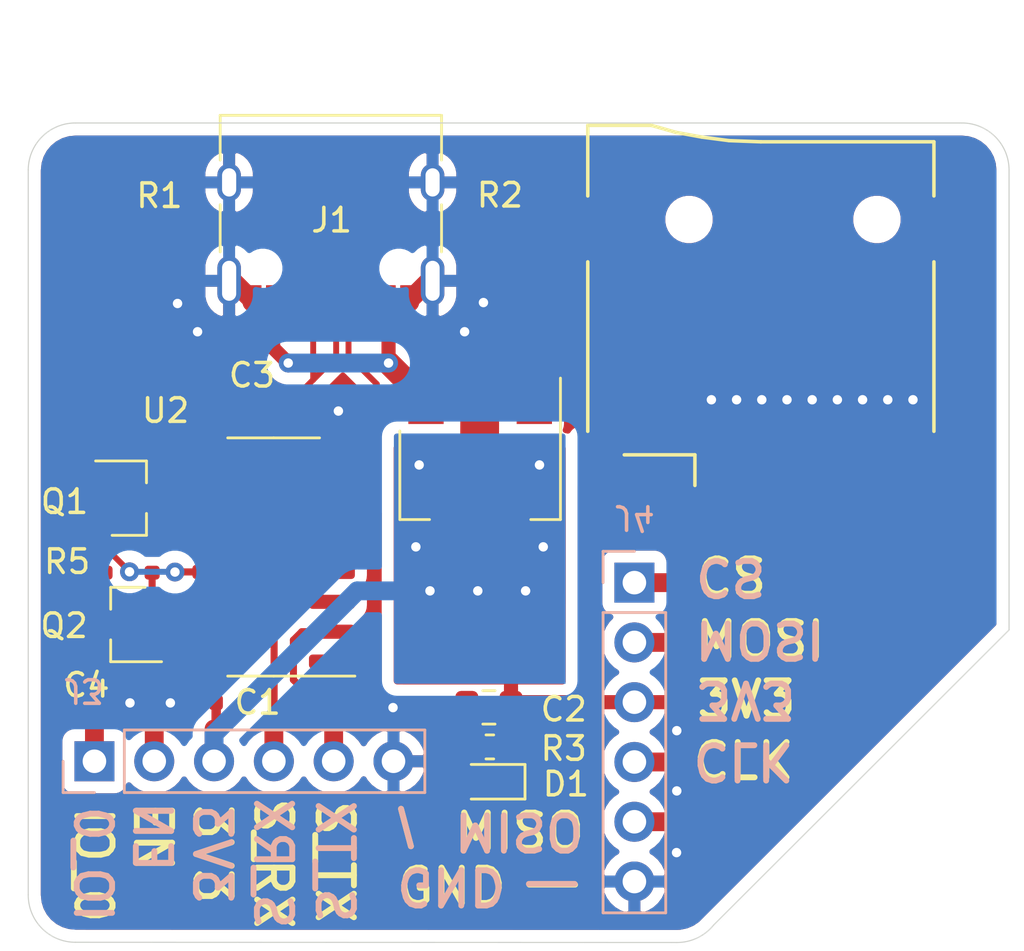
<source format=kicad_pcb>
(kicad_pcb (version 20171130) (host pcbnew 5.1.5+dfsg1-2build2)

  (general
    (thickness 1.6)
    (drawings 35)
    (tracks 151)
    (zones 0)
    (modules 19)
    (nets 33)
  )

  (page A4)
  (layers
    (0 F.Cu signal)
    (31 B.Cu signal)
    (32 B.Adhes user)
    (33 F.Adhes user)
    (34 B.Paste user)
    (35 F.Paste user)
    (36 B.SilkS user)
    (37 F.SilkS user)
    (38 B.Mask user)
    (39 F.Mask user)
    (40 Dwgs.User user)
    (41 Cmts.User user)
    (42 Eco1.User user)
    (43 Eco2.User user)
    (44 Edge.Cuts user)
    (45 Margin user)
    (46 B.CrtYd user)
    (47 F.CrtYd user)
    (48 B.Fab user hide)
    (49 F.Fab user hide)
  )

  (setup
    (last_trace_width 0.25)
    (user_trace_width 0.3)
    (user_trace_width 0.4)
    (user_trace_width 0.6)
    (user_trace_width 0.8)
    (user_trace_width 1)
    (trace_clearance 0.2)
    (zone_clearance 0.508)
    (zone_45_only no)
    (trace_min 0.2)
    (via_size 0.8)
    (via_drill 0.4)
    (via_min_size 0.4)
    (via_min_drill 0.3)
    (uvia_size 0.3)
    (uvia_drill 0.1)
    (uvias_allowed no)
    (uvia_min_size 0.2)
    (uvia_min_drill 0.1)
    (edge_width 0.05)
    (segment_width 0.2)
    (pcb_text_width 0.3)
    (pcb_text_size 1.5 1.5)
    (mod_edge_width 0.12)
    (mod_text_size 1 1)
    (mod_text_width 0.15)
    (pad_size 1.9 1.9)
    (pad_drill 1)
    (pad_to_mask_clearance 0.051)
    (solder_mask_min_width 0.25)
    (aux_axis_origin 0 0)
    (visible_elements FFFFFF7F)
    (pcbplotparams
      (layerselection 0x010fc_ffffffff)
      (usegerberextensions false)
      (usegerberattributes false)
      (usegerberadvancedattributes false)
      (creategerberjobfile false)
      (excludeedgelayer true)
      (linewidth 0.100000)
      (plotframeref false)
      (viasonmask false)
      (mode 1)
      (useauxorigin false)
      (hpglpennumber 1)
      (hpglpenspeed 20)
      (hpglpendiameter 15.000000)
      (psnegative false)
      (psa4output false)
      (plotreference true)
      (plotvalue true)
      (plotinvisibletext false)
      (padsonsilk false)
      (subtractmaskfromsilk false)
      (outputformat 1)
      (mirror false)
      (drillshape 1)
      (scaleselection 1)
      (outputdirectory ""))
  )

  (net 0 "")
  (net 1 +3V3)
  (net 2 GND)
  (net 3 MOSI)
  (net 4 CS)
  (net 5 CLK)
  (net 6 MISO)
  (net 7 +5V)
  (net 8 "Net-(Q1-Pad3)")
  (net 9 "Net-(Q1-Pad2)")
  (net 10 IO_0)
  (net 11 "Net-(Q2-Pad3)")
  (net 12 "Net-(Q2-Pad2)")
  (net 13 "Net-(U2-Pad15)")
  (net 14 "Net-(U2-Pad12)")
  (net 15 "Net-(U2-Pad11)")
  (net 16 "Net-(U2-Pad10)")
  (net 17 "Net-(U2-Pad9)")
  (net 18 "Net-(U2-Pad8)")
  (net 19 "Net-(U2-Pad7)")
  (net 20 EN)
  (net 21 TX)
  (net 22 RX)
  (net 23 "Net-(D1-Pad2)")
  (net 24 "Net-(C3-Pad2)")
  (net 25 "Net-(J1-PadB8)")
  (net 26 "Net-(J1-PadA5)")
  (net 27 "Net-(J1-PadA7)")
  (net 28 "Net-(J1-PadA6)")
  (net 29 "Net-(J1-PadA8)")
  (net 30 "Net-(J1-PadB5)")
  (net 31 "Net-(J2-Pad1)")
  (net 32 "Net-(J2-Pad8)")

  (net_class Default "This is the default net class."
    (clearance 0.2)
    (trace_width 0.25)
    (via_dia 0.8)
    (via_drill 0.4)
    (uvia_dia 0.3)
    (uvia_drill 0.1)
    (add_net +3V3)
    (add_net +5V)
    (add_net CLK)
    (add_net CS)
    (add_net EN)
    (add_net GND)
    (add_net IO_0)
    (add_net MISO)
    (add_net MOSI)
    (add_net "Net-(C3-Pad2)")
    (add_net "Net-(D1-Pad2)")
    (add_net "Net-(J1-PadA5)")
    (add_net "Net-(J1-PadA6)")
    (add_net "Net-(J1-PadA7)")
    (add_net "Net-(J1-PadA8)")
    (add_net "Net-(J1-PadB5)")
    (add_net "Net-(J1-PadB8)")
    (add_net "Net-(J2-Pad1)")
    (add_net "Net-(J2-Pad8)")
    (add_net "Net-(Q1-Pad2)")
    (add_net "Net-(Q1-Pad3)")
    (add_net "Net-(Q2-Pad2)")
    (add_net "Net-(Q2-Pad3)")
    (add_net "Net-(U2-Pad10)")
    (add_net "Net-(U2-Pad11)")
    (add_net "Net-(U2-Pad12)")
    (add_net "Net-(U2-Pad15)")
    (add_net "Net-(U2-Pad7)")
    (add_net "Net-(U2-Pad8)")
    (add_net "Net-(U2-Pad9)")
    (add_net RX)
    (add_net TX)
  )

  (module plotter_board:Conn_uSDcard (layer F.Cu) (tedit 61B5F334) (tstamp 619619A9)
    (at 159.68 88.48 180)
    (path /618C24D3)
    (attr smd)
    (fp_text reference J2 (at 0 1) (layer F.Fab)
      (effects (font (size 0.6 0.6) (thickness 0.1)))
    )
    (fp_text value Micro_SD_Card (at 0 0) (layer F.Fab)
      (effects (font (size 0.6 0.5) (thickness 0.1)))
    )
    (fp_line (start 7.75 4.5) (end -7.75 4.5) (layer F.CrtYd) (width 0.05))
    (fp_arc (start 3.95 8.6) (end 4.65 8.6) (angle 90) (layer F.Fab) (width 0.05))
    (fp_arc (start -5.85 8.6) (end -6.55 8.6) (angle -90) (layer F.Fab) (width 0.05))
    (fp_text user %R (at 2.1 -9.35) (layer Eco1.User)
      (effects (font (size 0.3 0.3) (thickness 0.03)))
    )
    (fp_line (start -7.35 3.3) (end 0 3.3) (layer F.SilkS) (width 0.15))
    (fp_line (start 0 3.3) (end 1.35 3.35) (layer F.SilkS) (width 0.15))
    (fp_line (start 1.35 3.35) (end 2.5 3.5) (layer F.SilkS) (width 0.15))
    (fp_line (start 2.5 3.5) (end 3.6 3.7) (layer F.SilkS) (width 0.15))
    (fp_line (start 3.6 3.7) (end 4.65 4) (layer F.SilkS) (width 0.15))
    (fp_line (start 2.8 -10) (end 2.8 -11.3) (layer F.SilkS) (width 0.15))
    (fp_line (start -7.35 -1.8) (end -7.35 -9) (layer F.SilkS) (width 0.15))
    (fp_line (start -7.35 1) (end -7.35 3.3) (layer F.SilkS) (width 0.15))
    (fp_line (start 4.65 4) (end 7.35 4) (layer F.SilkS) (width 0.15))
    (fp_line (start 7.35 4) (end 7.35 1) (layer F.SilkS) (width 0.15))
    (fp_line (start 7.35 -9) (end 7.35 -1.8) (layer F.SilkS) (width 0.15))
    (fp_line (start 7.35 -9.5) (end 6.85 -10) (layer F.Fab) (width 0.05))
    (fp_line (start -7.75 4.5) (end -7.75 1) (layer F.CrtYd) (width 0.05))
    (fp_line (start -7.75 1) (end -8.75 1) (layer F.CrtYd) (width 0.05))
    (fp_line (start -8.75 1) (end -8.75 -1.75) (layer F.CrtYd) (width 0.05))
    (fp_line (start -8.75 -1.75) (end -7.75 -1.75) (layer F.CrtYd) (width 0.05))
    (fp_line (start -7.75 -1.75) (end -7.75 -9) (layer F.CrtYd) (width 0.05))
    (fp_line (start -7.75 -9) (end -8.75 -9) (layer F.CrtYd) (width 0.05))
    (fp_line (start -8.75 -9) (end -8.75 -11) (layer F.CrtYd) (width 0.05))
    (fp_line (start -8.75 -11) (end -7.25 -11) (layer F.CrtYd) (width 0.05))
    (fp_line (start -7.25 -11) (end -7.25 -11.5) (layer F.CrtYd) (width 0.05))
    (fp_line (start -7.25 -11.5) (end 2.75 -11.5) (layer F.CrtYd) (width 0.05))
    (fp_line (start 2.75 -11.5) (end 2.75 -10.25) (layer F.CrtYd) (width 0.05))
    (fp_line (start 2.75 -10.25) (end 5.75 -10.25) (layer F.CrtYd) (width 0.05))
    (fp_line (start 5.75 -10.25) (end 5.75 -11) (layer F.CrtYd) (width 0.05))
    (fp_line (start 5.75 -11) (end 8 -11) (layer F.CrtYd) (width 0.05))
    (fp_line (start 8 -11) (end 8 -9) (layer F.CrtYd) (width 0.05))
    (fp_line (start 8 -9) (end 7.75 -9) (layer F.CrtYd) (width 0.05))
    (fp_line (start 7.75 -9) (end 7.75 -1.75) (layer F.CrtYd) (width 0.05))
    (fp_line (start 7.75 -1.75) (end 8.75 -1.75) (layer F.CrtYd) (width 0.05))
    (fp_line (start 8.75 -1.75) (end 8.75 1) (layer F.CrtYd) (width 0.05))
    (fp_line (start 8.75 1) (end 7.75 1) (layer F.CrtYd) (width 0.05))
    (fp_line (start 7.75 1) (end 7.75 4.5) (layer F.CrtYd) (width 0.05))
    (fp_line (start -9 4.5) (end -7 4.5) (layer Cmts.User) (width 0.05))
    (fp_line (start -7 4.5) (end -6 3.5) (layer Cmts.User) (width 0.05))
    (fp_line (start -6 3.5) (end 4 3.5) (layer Cmts.User) (width 0.05))
    (fp_line (start 4 3.5) (end 5 4.5) (layer Cmts.User) (width 0.05))
    (fp_line (start 5 4.5) (end 9 4.5) (layer Cmts.User) (width 0.05))
    (fp_line (start 0 3.3) (end 1.7 3.4) (layer F.Fab) (width 0.05))
    (fp_line (start 1.7 3.4) (end 3.5 3.7) (layer F.Fab) (width 0.05))
    (fp_line (start 3.5 3.7) (end 4.7 4) (layer F.Fab) (width 0.05))
    (fp_line (start 2.8 -10) (end 5.8 -10) (layer F.SilkS) (width 0.15))
    (fp_line (start -6.55 8.6) (end -6.55 3.3) (layer F.Fab) (width 0.05))
    (fp_line (start -5.85 9.3) (end 3.95 9.3) (layer F.Fab) (width 0.05))
    (fp_line (start 4.65 8.6) (end 4.65 4) (layer F.Fab) (width 0.05))
    (fp_line (start 4.65 4) (end 7.35 4) (layer F.Fab) (width 0.05))
    (fp_line (start -7.35 3.3) (end 0 3.3) (layer F.Fab) (width 0.05))
    (fp_line (start -7.35 -10) (end 7.35 -10) (layer F.Fab) (width 0.05))
    (fp_line (start 7.35 -10) (end 7.35 4) (layer F.Fab) (width 0.05))
    (fp_line (start -7.35 -10) (end -7.35 3.3) (layer F.Fab) (width 0.05))
    (pad 3 smd rect (at 0 -10.5 180) (size 0.7 1.6) (layers F.Cu F.Paste F.Mask)
      (net 3 MOSI))
    (pad "" np_thru_hole circle (at -4.93 0 180) (size 1 1) (drill 1) (layers *.Cu))
    (pad "" np_thru_hole circle (at 3.05 0 180) (size 1 1) (drill 1) (layers *.Cu))
    (pad 2 smd rect (at 1.1 -10.5 180) (size 0.7 1.6) (layers F.Cu F.Paste F.Mask)
      (net 4 CS))
    (pad 1 smd rect (at 2.2 -10.5 180) (size 0.7 1.6) (layers F.Cu F.Paste F.Mask)
      (net 31 "Net-(J2-Pad1)"))
    (pad 4 smd rect (at -1.1 -10.5 180) (size 0.7 1.6) (layers F.Cu F.Paste F.Mask)
      (net 1 +3V3))
    (pad 5 smd rect (at -2.2 -10.5 180) (size 0.7 1.6) (layers F.Cu F.Paste F.Mask)
      (net 5 CLK))
    (pad 6 smd rect (at -3.3 -10.5 180) (size 0.7 1.6) (layers F.Cu F.Paste F.Mask)
      (net 2 GND))
    (pad 8 smd rect (at -5.5 -10.5 180) (size 0.7 1.6) (layers F.Cu F.Paste F.Mask)
      (net 32 "Net-(J2-Pad8)"))
    (pad 7 smd rect (at -4.4 -10.5 180) (size 0.7 1.6) (layers F.Cu F.Paste F.Mask)
      (net 6 MISO))
    (pad 9 smd rect (at -6.6 -10.5 180) (size 0.7 1.6) (layers F.Cu F.Paste F.Mask)
      (net 2 GND))
    (pad 6 smd rect (at -7.75 -10 180) (size 1.2 1.4) (layers F.Cu F.Paste F.Mask)
      (net 2 GND))
    (pad 6 smd rect (at 6.85 -10 180) (size 1.6 1.4) (layers F.Cu F.Paste F.Mask)
      (net 2 GND))
    (pad 6 smd rect (at -7.75 -0.4 180) (size 1.2 2.2) (layers F.Cu F.Paste F.Mask)
      (net 2 GND))
    (pad 6 smd rect (at 7.75 -0.4 180) (size 1.2 2.2) (layers F.Cu F.Paste F.Mask)
      (net 2 GND))
    (model "C:/Users/JASON/Desktop/board/MicroSD_slot v1.step"
      (offset (xyz 3.5 21 3))
      (scale (xyz 1 1 1))
      (rotate (xyz 0 0 -90))
    )
    (model "/home/jason/Desktop/plotter_board/2209(flip)/3D/TF-15x15_SD_Card.step"
      (offset (xyz 7.4 -4 0))
      (scale (xyz 1 1 1))
      (rotate (xyz 0 0 -90))
    )
  )

  (module plotter_board:USB_C_Receptacle_HRO_TYPE-C-31-M-12 (layer F.Cu) (tedit 61B5F1C2) (tstamp 6191C14D)
    (at 141.42 87.955 180)
    (descr "USB Type-C receptacle for USB 2.0 and PD, http://www.krhro.com/uploads/soft/180320/1-1P320120243.pdf")
    (tags "usb usb-c 2.0 pd")
    (path /618E07BE)
    (attr smd)
    (fp_text reference J1 (at -0.035001 -0.555001) (layer F.SilkS)
      (effects (font (size 1 1) (thickness 0.15)))
    )
    (fp_text value USB_C_Receptacle_USB2.0 (at 0 5.1) (layer F.Fab)
      (effects (font (size 1 1) (thickness 0.15)))
    )
    (fp_line (start -4.7 3.9) (end 4.7 3.9) (layer F.SilkS) (width 0.12))
    (fp_line (start -4.47 -3.65) (end 4.47 -3.65) (layer F.Fab) (width 0.1))
    (fp_line (start -4.47 -3.65) (end -4.47 3.65) (layer F.Fab) (width 0.1))
    (fp_line (start -4.47 3.65) (end 4.47 3.65) (layer F.Fab) (width 0.1))
    (fp_line (start 4.47 -3.65) (end 4.47 3.65) (layer F.Fab) (width 0.1))
    (fp_text user %R (at 0 0) (layer F.Fab)
      (effects (font (size 1 1) (thickness 0.15)))
    )
    (fp_line (start -5.32 -5.27) (end 5.32 -5.27) (layer F.CrtYd) (width 0.05))
    (fp_line (start -5.32 4.15) (end 5.32 4.15) (layer F.CrtYd) (width 0.05))
    (fp_line (start -5.32 -5.27) (end -5.32 4.15) (layer F.CrtYd) (width 0.05))
    (fp_line (start 5.32 -5.27) (end 5.32 4.15) (layer F.CrtYd) (width 0.05))
    (fp_line (start 4.7 -1.9) (end 4.7 0.1) (layer F.SilkS) (width 0.12))
    (fp_line (start 4.7 2) (end 4.7 3.9) (layer F.SilkS) (width 0.12))
    (fp_line (start -4.7 -1.9) (end -4.7 0.1) (layer F.SilkS) (width 0.12))
    (fp_line (start -4.7 2) (end -4.7 3.9) (layer F.SilkS) (width 0.12))
    (pad B1 smd rect (at 3.25 -4.045 180) (size 0.6 1.45) (layers F.Cu F.Paste F.Mask)
      (net 2 GND))
    (pad A9 smd rect (at 2.45 -4.045 180) (size 0.6 1.45) (layers F.Cu F.Paste F.Mask)
      (net 7 +5V))
    (pad B9 smd rect (at -2.45 -4.045 180) (size 0.6 1.45) (layers F.Cu F.Paste F.Mask)
      (net 7 +5V))
    (pad B12 smd rect (at -3.25 -4.045 180) (size 0.6 1.45) (layers F.Cu F.Paste F.Mask)
      (net 2 GND))
    (pad A1 smd rect (at -3.25 -4.045 180) (size 0.6 1.45) (layers F.Cu F.Paste F.Mask)
      (net 2 GND))
    (pad A4 smd rect (at -2.45 -4.045 180) (size 0.6 1.45) (layers F.Cu F.Paste F.Mask)
      (net 7 +5V))
    (pad B4 smd rect (at 2.45 -4.045 180) (size 0.6 1.45) (layers F.Cu F.Paste F.Mask)
      (net 7 +5V))
    (pad A12 smd rect (at 3.25 -4.045 180) (size 0.6 1.45) (layers F.Cu F.Paste F.Mask)
      (net 2 GND))
    (pad B8 smd rect (at -1.75 -4.045 180) (size 0.3 1.45) (layers F.Cu F.Paste F.Mask)
      (net 25 "Net-(J1-PadB8)"))
    (pad A5 smd rect (at -1.25 -4.045 180) (size 0.3 1.45) (layers F.Cu F.Paste F.Mask)
      (net 26 "Net-(J1-PadA5)"))
    (pad B7 smd rect (at -0.75 -4.045 180) (size 0.3 1.45) (layers F.Cu F.Paste F.Mask)
      (net 27 "Net-(J1-PadA7)"))
    (pad A7 smd rect (at 0.25 -4.045 180) (size 0.3 1.45) (layers F.Cu F.Paste F.Mask)
      (net 27 "Net-(J1-PadA7)"))
    (pad B6 smd rect (at 0.75 -4.045 180) (size 0.3 1.45) (layers F.Cu F.Paste F.Mask)
      (net 28 "Net-(J1-PadA6)"))
    (pad A8 smd rect (at 1.25 -4.045 180) (size 0.3 1.45) (layers F.Cu F.Paste F.Mask)
      (net 29 "Net-(J1-PadA8)"))
    (pad B5 smd rect (at 1.75 -4.045 180) (size 0.3 1.45) (layers F.Cu F.Paste F.Mask)
      (net 30 "Net-(J1-PadB5)"))
    (pad A6 smd rect (at -0.25 -4.045 180) (size 0.3 1.45) (layers F.Cu F.Paste F.Mask)
      (net 28 "Net-(J1-PadA6)"))
    (pad S1 thru_hole oval (at 4.32 -3.13 180) (size 1 2.1) (drill oval 0.6 1.7) (layers *.Cu *.Mask)
      (net 2 GND))
    (pad S1 thru_hole oval (at -4.32 -3.13 180) (size 1 2.1) (drill oval 0.6 1.7) (layers *.Cu *.Mask)
      (net 2 GND))
    (pad "" np_thru_hole circle (at -2.89 -2.6 180) (size 0.65 0.65) (drill 0.65) (layers *.Cu *.Mask))
    (pad S1 thru_hole oval (at -4.32 1.05 180) (size 1 1.6) (drill oval 0.6 1.2) (layers *.Cu *.Mask)
      (net 2 GND))
    (pad "" np_thru_hole circle (at 2.89 -2.6 180) (size 0.65 0.65) (drill 0.65) (layers *.Cu *.Mask))
    (pad S1 thru_hole oval (at 4.32 1.05 180) (size 1 1.6) (drill oval 0.6 1.2) (layers *.Cu *.Mask)
      (net 2 GND))
    (model ${KISYS3DMOD}/Connector_USB.3dshapes/USB_C_Receptacle_HRO_TYPE-C-31-M-12.wrl
      (at (xyz 0 0 0))
      (scale (xyz 1 1 1))
      (rotate (xyz 0 0 0))
    )
    (model /home/jason/Desktop/plotter_board/TYPE-C-31-M-12--3DModel-STEP-56544.step
      (offset (xyz 0 -1 0))
      (scale (xyz 1 1 1))
      (rotate (xyz -90 0 -10))
    )
    (model "/home/jason/Desktop/plotter_board/2209(flip)/3D/TYPE-C-31-M-12--3DModel-STEP-56544.step"
      (offset (xyz 0 -1 0))
      (scale (xyz 1 1 1))
      (rotate (xyz -90 0 0))
    )
  )

  (module Connector_PinSocket_2.54mm:PinSocket_1x06_P2.54mm_Vertical (layer B.Cu) (tedit 5A19A430) (tstamp 61927CB1)
    (at 154.31 103.91 180)
    (descr "Through hole straight socket strip, 1x06, 2.54mm pitch, single row (from Kicad 4.0.7), script generated")
    (tags "Through hole socket strip THT 1x06 2.54mm single row")
    (path /61B74724)
    (fp_text reference J4 (at 0 2.77 180 unlocked) (layer B.SilkS)
      (effects (font (size 1 1) (thickness 0.15)) (justify mirror))
    )
    (fp_text value SD_Card (at 0 -15.47) (layer B.Fab)
      (effects (font (size 1 1) (thickness 0.15)) (justify mirror))
    )
    (fp_text user %R (at 0 -6.35 270) (layer B.Fab)
      (effects (font (size 1 1) (thickness 0.15)) (justify mirror))
    )
    (fp_line (start -1.8 -14.45) (end -1.8 1.8) (layer B.CrtYd) (width 0.05))
    (fp_line (start 1.75 -14.45) (end -1.8 -14.45) (layer B.CrtYd) (width 0.05))
    (fp_line (start 1.75 1.8) (end 1.75 -14.45) (layer B.CrtYd) (width 0.05))
    (fp_line (start -1.8 1.8) (end 1.75 1.8) (layer B.CrtYd) (width 0.05))
    (fp_line (start 0 1.33) (end 1.33 1.33) (layer B.SilkS) (width 0.12))
    (fp_line (start 1.33 1.33) (end 1.33 0) (layer B.SilkS) (width 0.12))
    (fp_line (start 1.33 -1.27) (end 1.33 -14.03) (layer B.SilkS) (width 0.12))
    (fp_line (start -1.33 -14.03) (end 1.33 -14.03) (layer B.SilkS) (width 0.12))
    (fp_line (start -1.33 -1.27) (end -1.33 -14.03) (layer B.SilkS) (width 0.12))
    (fp_line (start -1.33 -1.27) (end 1.33 -1.27) (layer B.SilkS) (width 0.12))
    (fp_line (start -1.27 -13.97) (end -1.27 1.27) (layer B.Fab) (width 0.1))
    (fp_line (start 1.27 -13.97) (end -1.27 -13.97) (layer B.Fab) (width 0.1))
    (fp_line (start 1.27 0.635) (end 1.27 -13.97) (layer B.Fab) (width 0.1))
    (fp_line (start 0.635 1.27) (end 1.27 0.635) (layer B.Fab) (width 0.1))
    (fp_line (start -1.27 1.27) (end 0.635 1.27) (layer B.Fab) (width 0.1))
    (pad 6 thru_hole oval (at 0 -12.7 180) (size 1.7 1.7) (drill 1) (layers *.Cu *.Mask)
      (net 2 GND))
    (pad 5 thru_hole oval (at 0 -10.16 180) (size 1.7 1.7) (drill 1) (layers *.Cu *.Mask)
      (net 6 MISO))
    (pad 4 thru_hole oval (at 0 -7.62 180) (size 1.7 1.7) (drill 1) (layers *.Cu *.Mask)
      (net 5 CLK))
    (pad 3 thru_hole oval (at 0 -5.08 180) (size 1.7 1.7) (drill 1) (layers *.Cu *.Mask)
      (net 1 +3V3))
    (pad 2 thru_hole oval (at 0 -2.54 180) (size 1.7 1.7) (drill 1) (layers *.Cu *.Mask)
      (net 3 MOSI))
    (pad 1 thru_hole rect (at 0 0 180) (size 1.7 1.7) (drill 1) (layers *.Cu *.Mask)
      (net 4 CS))
    (model ${KISYS3DMOD}/Connector_PinSocket_2.54mm.3dshapes/PinSocket_1x06_P2.54mm_Vertical.wrl
      (at (xyz 0 0 0))
      (scale (xyz 1 1 1))
      (rotate (xyz 0 0 0))
    )
  )

  (module Connector_PinSocket_2.54mm:PinSocket_1x06_P2.54mm_Vertical (layer B.Cu) (tedit 5A19A430) (tstamp 6195C101)
    (at 131.38 111.5 270)
    (descr "Through hole straight socket strip, 1x06, 2.54mm pitch, single row (from Kicad 4.0.7), script generated")
    (tags "Through hole socket strip THT 1x06 2.54mm single row")
    (path /61B6BBA6)
    (fp_text reference J3 (at -3.01 0.46 180 unlocked) (layer B.SilkS)
      (effects (font (size 1 1) (thickness 0.15)) (justify mirror))
    )
    (fp_text value USB_Serial (at 0 -15.47 90) (layer B.Fab)
      (effects (font (size 1 1) (thickness 0.15)) (justify mirror))
    )
    (fp_text user %R (at 0 -6.35 180) (layer B.Fab)
      (effects (font (size 1 1) (thickness 0.15)) (justify mirror))
    )
    (fp_line (start -1.8 -14.45) (end -1.8 1.8) (layer B.CrtYd) (width 0.05))
    (fp_line (start 1.75 -14.45) (end -1.8 -14.45) (layer B.CrtYd) (width 0.05))
    (fp_line (start 1.75 1.8) (end 1.75 -14.45) (layer B.CrtYd) (width 0.05))
    (fp_line (start -1.8 1.8) (end 1.75 1.8) (layer B.CrtYd) (width 0.05))
    (fp_line (start 0 1.33) (end 1.33 1.33) (layer B.SilkS) (width 0.12))
    (fp_line (start 1.33 1.33) (end 1.33 0) (layer B.SilkS) (width 0.12))
    (fp_line (start 1.33 -1.27) (end 1.33 -14.03) (layer B.SilkS) (width 0.12))
    (fp_line (start -1.33 -14.03) (end 1.33 -14.03) (layer B.SilkS) (width 0.12))
    (fp_line (start -1.33 -1.27) (end -1.33 -14.03) (layer B.SilkS) (width 0.12))
    (fp_line (start -1.33 -1.27) (end 1.33 -1.27) (layer B.SilkS) (width 0.12))
    (fp_line (start -1.27 -13.97) (end -1.27 1.27) (layer B.Fab) (width 0.1))
    (fp_line (start 1.27 -13.97) (end -1.27 -13.97) (layer B.Fab) (width 0.1))
    (fp_line (start 1.27 0.635) (end 1.27 -13.97) (layer B.Fab) (width 0.1))
    (fp_line (start 0.635 1.27) (end 1.27 0.635) (layer B.Fab) (width 0.1))
    (fp_line (start -1.27 1.27) (end 0.635 1.27) (layer B.Fab) (width 0.1))
    (pad 6 thru_hole oval (at 0 -12.7 270) (size 1.7 1.7) (drill 1) (layers *.Cu *.Mask)
      (net 2 GND))
    (pad 5 thru_hole oval (at 0 -10.16 270) (size 1.7 1.7) (drill 1) (layers *.Cu *.Mask)
      (net 21 TX))
    (pad 4 thru_hole oval (at 0 -7.62 270) (size 1.7 1.7) (drill 1) (layers *.Cu *.Mask)
      (net 22 RX))
    (pad 3 thru_hole oval (at 0 -5.08 270) (size 1.7 1.7) (drill 1) (layers *.Cu *.Mask)
      (net 1 +3V3))
    (pad 2 thru_hole oval (at 0 -2.54 270) (size 1.7 1.7) (drill 1) (layers *.Cu *.Mask)
      (net 20 EN))
    (pad 1 thru_hole rect (at 0 0 270) (size 1.7 1.7) (drill 1) (layers *.Cu *.Mask)
      (net 10 IO_0))
    (model ${KISYS3DMOD}/Connector_PinSocket_2.54mm.3dshapes/PinSocket_1x06_P2.54mm_Vertical.wrl
      (at (xyz 0 0 0))
      (scale (xyz 1 1 1))
      (rotate (xyz 0 0 0))
    )
  )

  (module plotter_board:pad_all (layer B.Cu) (tedit 61927D1A) (tstamp 6192CB3A)
    (at 151.4 108.21 90)
    (descr "Converted using: svg2mod -i /home/jason/Desktop/plotter_board/Daugter_board/pad.svg -o /home/jason/Desktop/plotter_board/plotter_board.pretty/pad_all.kicad_mod")
    (tags svg2mod)
    (attr virtual)
    (fp_text reference svg2mod (at 0 3.02034 270) (layer B.SilkS) hide
      (effects (font (size 1.524 1.524) (thickness 0.3048)) (justify mirror))
    )
    (fp_text value G*** (at 0 -10.334298 270) (layer B.SilkS) hide
      (effects (font (size 1.524 1.524) (thickness 0.3048)) (justify mirror))
    )
    (fp_poly (pts (xy 6.863103 -1.336813) (xy 4.32565 -1.327923) (xy 4.32057 -6.022623) (xy 6.863103 -6.034053)
      (xy 6.864136 -7.265932) (xy 0.052097 -7.267087) (xy 0.05 -0.049578) (xy 6.863103 -0.050299)
      (xy 6.863103 -1.336813)) (layer F.Mask) (width 0.1))
    (fp_poly (pts (xy 10.510581 -7.246701) (xy 0.050363 -7.246701) (xy 0.050363 -0.069964) (xy 10.510581 -0.069964)
      (xy 10.510581 -7.246701)) (layer B.Mask) (width 0.100726))
    (fp_poly (pts (xy 13.041922 -4.405266) (xy 3.441004 -4.437423) (xy 3.320608 -4.342934) (xy 3.190561 -4.265464)
      (xy 3.052893 -4.204758) (xy 2.909638 -4.161069) (xy 3.005395 -3.744) (xy 3.183195 -3.866936)
      (xy 3.272349 -3.891574) (xy 3.354644 -3.88116) (xy 3.426272 -3.84179) (xy 3.476056 -3.77956)
      (xy 3.49663 -3.704122) (xy 3.484438 -3.625889) (xy 3.441004 -3.558325) (xy 3.320608 -3.464091)
      (xy 3.190561 -3.38662) (xy 3.052893 -3.325914) (xy 2.909638 -3.281972) (xy 2.762826 -3.255302)
      (xy 2.922846 -2.825786) (xy 3.005395 -2.86541) (xy 3.183195 -2.988347) (xy 3.272603 -3.012985)
      (xy 3.354898 -3.002571) (xy 3.426526 -2.963201) (xy 3.47631 -2.900717) (xy 3.49663 -2.825278)
      (xy 3.484438 -2.7473) (xy 3.441004 -2.67999) (xy 3.320608 -2.585501) (xy 3.190561 -2.508029)
      (xy 3.052893 -2.447322) (xy 2.909638 -2.40338) (xy 2.762826 -2.37671) (xy 2.922846 -1.947194)
      (xy 3.005395 -1.986819) (xy 3.183195 -2.110009) (xy 3.272603 -2.134647) (xy 3.354898 -2.123979)
      (xy 3.426526 -2.084609) (xy 3.47631 -2.022379) (xy 3.49663 -1.946686) (xy 3.484438 -1.868962)
      (xy 3.441004 -1.801398) (xy 3.320608 -1.706909) (xy 3.190561 -1.629439) (xy 3.052893 -1.568733)
      (xy 2.909638 -1.525045) (xy 2.922846 -1.068605) (xy 3.005395 -1.108483) (xy 3.183195 -1.23142)
      (xy 3.272603 -1.256058) (xy 3.354898 -1.245644) (xy 3.426526 -1.20602) (xy 3.47631 -1.143789)
      (xy 3.49663 -1.068097) (xy 3.484438 -0.990119) (xy 3.441004 -0.922808) (xy 3.320608 -0.828574)
      (xy 3.190561 -0.751104) (xy 3.052893 -0.690398) (xy 2.909638 -0.646455) (xy 2.762826 -0.619531)
      (xy 2.613983 -0.609879) (xy 2.4852 -0.615467) (xy 2.367598 -0.632231) (xy 2.252029 -0.660171)
      (xy 2.139507 -0.699542) (xy 2.039939 -0.745516) (xy 1.944689 -0.801142) (xy 1.755714 -0.949225)
      (xy 1.682562 -0.996469) (xy 1.573597 -1.046507) (xy 1.445327 -1.082575) (xy 1.342203 -1.097307)
      (xy 1.235777 -1.100355) (xy 1.135448 -1.091465) (xy 1.040198 -1.071907) (xy 0.95206 -1.042443)
      (xy 0.872813 -1.004089) (xy 0.709237 -0.880644) (xy 0.620083 -0.85753) (xy 0.53855 -0.868706)
      (xy 0.467684 -0.908584) (xy 0.418662 -0.970815) (xy 0.402406 -1.017043) (xy 0.398342 -1.055651)
      (xy 0.414344 -1.131851) (xy 0.452952 -1.189001) (xy 0.565219 -1.2873) (xy 0.700093 -1.370358)
      (xy 0.828363 -1.425476) (xy 0.96349 -1.464593) (xy 1.103444 -1.488469) (xy 1.256097 -1.497613)
      (xy 1.385891 -1.492279) (xy 1.515685 -1.474753) (xy 1.643192 -1.44478) (xy 1.757746 -1.40541)
      (xy 1.859092 -1.359436) (xy 1.955611 -1.30381) (xy 2.147889 -1.152933) (xy 2.231709 -1.099085)
      (xy 2.339658 -1.050571) (xy 2.453704 -1.019583) (xy 2.551499 -1.007137) (xy 2.650558 -1.006629)
      (xy 2.749364 -1.018059) (xy 2.837248 -1.038633) (xy 2.922846 -1.068605) (xy 2.909638 -1.525045)
      (xy 2.762826 -1.498121) (xy 2.613983 -1.488469) (xy 2.4852 -1.494057) (xy 2.367598 -1.510821)
      (xy 2.252029 -1.538761) (xy 2.139507 -1.578131) (xy 2.039939 -1.624105) (xy 1.944689 -1.679731)
      (xy 1.755714 -1.827814) (xy 1.682562 -1.875058) (xy 1.573597 -1.924842) (xy 1.445327 -1.961164)
      (xy 1.342203 -1.975896) (xy 1.235777 -1.978944) (xy 1.135448 -1.970054) (xy 1.040198 -1.950496)
      (xy 0.95206 -1.921032) (xy 0.872813 -1.882678) (xy 0.709237 -1.759234) (xy 0.620083 -1.735866)
      (xy 0.528898 -1.750852) (xy 0.460318 -1.793778) (xy 0.414344 -1.858294) (xy 0.398342 -1.93424)
      (xy 0.410534 -2.001043) (xy 0.452952 -2.067591) (xy 0.565219 -2.165889) (xy 0.700093 -2.248948)
      (xy 0.828363 -2.304066) (xy 0.96349 -2.343182) (xy 1.103444 -2.367058) (xy 1.256097 -2.376202)
      (xy 1.385891 -2.370868) (xy 1.515685 -2.353342) (xy 1.643192 -2.32337) (xy 1.757746 -2.284254)
      (xy 1.859092 -2.238279) (xy 1.955611 -2.182653) (xy 2.147889 -2.032031) (xy 2.231709 -1.978182)
      (xy 2.339658 -1.929414) (xy 2.453704 -1.898426) (xy 2.551499 -1.885726) (xy 2.650558 -1.885218)
      (xy 2.749364 -1.896648) (xy 2.837248 -1.917222) (xy 2.922846 -1.947194) (xy 2.762826 -2.37671)
      (xy 2.613983 -2.366804) (xy 2.4852 -2.372392) (xy 2.367598 -2.389156) (xy 2.252029 -2.417096)
      (xy 2.139507 -2.456466) (xy 2.039939 -2.502441) (xy 1.944689 -2.558069) (xy 1.755714 -2.706406)
      (xy 1.682562 -2.75365) (xy 1.573597 -2.803688) (xy 1.445327 -2.84001) (xy 1.342203 -2.854742)
      (xy 1.235777 -2.85779) (xy 1.135448 -2.8489) (xy 1.040198 -2.829342) (xy 0.95206 -2.799624)
      (xy 0.872813 -2.76127) (xy 0.709237 -2.637572) (xy 0.620083 -2.614203) (xy 0.538296 -2.625634)
      (xy 0.467684 -2.665512) (xy 0.414344 -2.736632) (xy 0.398088 -2.812578) (xy 0.414344 -2.888779)
      (xy 0.452952 -2.946183) (xy 0.565219 -3.044227) (xy 0.700093 -3.127539) (xy 0.828363 -3.182658)
      (xy 0.96349 -3.222028) (xy 1.103444 -3.245904) (xy 1.256097 -3.255048) (xy 1.385891 -3.249968)
      (xy 1.515685 -3.232442) (xy 1.643192 -3.202216) (xy 1.757746 -3.162846) (xy 1.859092 -3.116871)
      (xy 1.955611 -3.061245) (xy 2.147889 -2.910369) (xy 2.231709 -2.85652) (xy 2.339658 -2.808006)
      (xy 2.453704 -2.777018) (xy 2.551499 -2.764318) (xy 2.650558 -2.76381) (xy 2.749364 -2.77524)
      (xy 2.837248 -2.79556) (xy 2.922846 -2.825786) (xy 2.762826 -3.255302) (xy 2.613983 -3.24565)
      (xy 2.4852 -3.251238) (xy 2.367598 -3.268002) (xy 2.252029 -3.296196) (xy 2.139507 -3.335566)
      (xy 2.039939 -3.38154) (xy 1.944689 -3.437167) (xy 1.755714 -3.585249) (xy 1.682562 -3.632493)
      (xy 1.573597 -3.682532) (xy 1.445327 -3.7186) (xy 1.342203 -3.733332) (xy 1.235777 -3.73638)
      (xy 1.135448 -3.72749) (xy 1.040198 -3.707932) (xy 0.95206 -3.678468) (xy 0.872813 -3.640113)
      (xy 0.710507 -3.515653) (xy 0.662755 -3.497111) (xy 0.611701 -3.490253) (xy 0.530676 -3.503461)
      (xy 0.461334 -3.544609) (xy 0.413836 -3.607601) (xy 0.395548 -3.68304) (xy 0.409518 -3.75924)
      (xy 0.446094 -3.817406) (xy 0.557345 -3.916975) (xy 0.691203 -4.001557) (xy 0.818965 -4.057945)
      (xy 0.953838 -4.098331) (xy 1.103444 -4.124493) (xy 1.256097 -4.133637) (xy 1.385891 -4.128303)
      (xy 1.515685 -4.110777) (xy 1.643192 -4.080805) (xy 1.757746 -4.041435) (xy 1.859092 -3.995461)
      (xy 1.955611 -3.939835) (xy 2.147889 -3.788958) (xy 2.231709 -3.73511) (xy 2.339658 -3.686596)
      (xy 2.453704 -3.655353) (xy 2.551499 -3.642907) (xy 2.650558 -3.642145) (xy 2.749364 -3.653575)
      (xy 2.837248 -3.67415) (xy 2.922846 -3.704122) (xy 3.005395 -3.744) (xy 2.909638 -4.161069)
      (xy 2.762826 -4.134145) (xy 2.613983 -4.124493) (xy 2.4852 -4.130081) (xy 2.367598 -4.146845)
      (xy 2.252029 -4.174786) (xy 2.139507 -4.214156) (xy 2.039939 -4.26013) (xy 1.944689 -4.315756)
      (xy 1.755714 -4.463839) (xy 1.682562 -4.511083) (xy 1.573597 -4.560867) (xy 1.445327 -4.597189)
      (xy 1.342203 -4.611921) (xy 1.235777 -4.614715) (xy 1.135448 -4.606079) (xy 1.040198 -4.586521)
      (xy 0.95206 -4.557057) (xy 0.872813 -4.518449) (xy 0.709237 -4.395004) (xy 0.620083 -4.37189)
      (xy 0.538296 -4.383066) (xy 0.467684 -4.422944) (xy 0.418408 -4.485175) (xy 0.402152 -4.531403)
      (xy 0.398088 -4.570265) (xy 0.414344 -4.646211) (xy 0.452952 -4.703616) (xy 0.565219 -4.801914)
      (xy 0.700093 -4.884972) (xy 0.828363 -4.94009) (xy 0.96349 -4.979207) (xy 1.103444 -5.003083)
      (xy 1.256097 -5.012227) (xy 1.385891 -5.006893) (xy 1.515685 -4.989367) (xy 1.643192 -4.959395)
      (xy 1.757746 -4.920278) (xy 1.859092 -4.874304) (xy 1.955611 -4.818678) (xy 2.147889 -4.668055)
      (xy 2.231709 -4.613953) (xy 2.339658 -4.565439) (xy 2.453704 -4.534451) (xy 2.551499 -4.521751)
      (xy 2.650558 -4.521243) (xy 2.749364 -4.532673) (xy 2.837248 -4.553247) (xy 2.922846 -4.583219)
      (xy 3.005395 -4.622843) (xy 3.183195 -4.746034) (xy 3.272603 -4.770672) (xy 3.354898 -4.760004)
      (xy 3.426526 -4.720634) (xy 3.47631 -4.658149) (xy 3.49663 -4.582711) (xy 3.484438 -4.504733)
      (xy 3.441004 -4.437423) (xy 13.041922 -4.405266) (xy 13.009156 -4.43092) (xy 12.959118 -4.445906)
      (xy 10.370612 -4.460384) (xy 10.135409 -4.673135) (xy 3.441004 -5.316012) (xy 3.320608 -5.221524)
      (xy 3.190561 -5.144053) (xy 3.052893 -5.083347) (xy 2.909638 -5.039405) (xy 2.762826 -5.012481)
      (xy 2.613983 -5.002829) (xy 2.4852 -5.008417) (xy 2.367598 -5.025181) (xy 2.252029 -5.053121)
      (xy 2.139507 -5.092491) (xy 2.039939 -5.138465) (xy 1.944689 -5.194091) (xy 1.755714 -5.342174)
      (xy 1.682562 -5.389672) (xy 1.573597 -5.439456) (xy 1.445327 -5.475525) (xy 1.342203 -5.490257)
      (xy 1.235777 -5.493305) (xy 1.135448 -5.484415) (xy 1.040198 -5.464856) (xy 0.95206 -5.435392)
      (xy 0.872813 -5.397038) (xy 0.709237 -5.273594) (xy 0.620083 -5.25048) (xy 0.53855 -5.261656)
      (xy 0.467684 -5.301534) (xy 0.414344 -5.372654) (xy 0.398342 -5.448854) (xy 0.414344 -5.524801)
      (xy 0.452952 -5.582205) (xy 0.565219 -5.680249) (xy 0.700093 -5.763308) (xy 0.828363 -5.818426)
      (xy 0.96349 -5.857796) (xy 1.103444 -5.881418) (xy 1.256097 -5.890562) (xy 1.385891 -5.885482)
      (xy 1.515685 -5.867956) (xy 1.643192 -5.837984) (xy 1.757746 -5.798614) (xy 1.859092 -5.752894)
      (xy 1.955611 -5.697267) (xy 2.147889 -5.546391) (xy 2.231709 -5.492543) (xy 2.339658 -5.444028)
      (xy 2.453704 -5.41304) (xy 2.551499 -5.40034) (xy 2.650558 -5.399832) (xy 2.749364 -5.411262)
      (xy 2.837248 -5.431582) (xy 2.922846 -5.461808) (xy 3.005395 -5.501433) (xy 3.183195 -5.624369)
      (xy 3.272603 -5.649007) (xy 3.354898 -5.638593) (xy 3.426526 -5.599223) (xy 3.47631 -5.536739)
      (xy 3.49663 -5.4613) (xy 3.484438 -5.383322) (xy 3.441004 -5.316012) (xy 10.135409 -4.673135)
      (xy 10.134901 -7.161253) (xy 3.441004 -6.194347) (xy 3.320608 -6.100113) (xy 3.190561 -6.022643)
      (xy 3.052893 -5.961936) (xy 2.909638 -5.917994) (xy 2.762826 -5.89107) (xy 2.613983 -5.881418)
      (xy 2.4852 -5.887006) (xy 2.367598 -5.90377) (xy 2.252029 -5.93171) (xy 2.139507 -5.97108)
      (xy 2.039939 -6.017055) (xy 1.944689 -6.072681) (xy 1.755714 -6.220763) (xy 1.682562 -6.268262)
      (xy 1.573597 -6.318046) (xy 1.445327 -6.354622) (xy 1.342203 -6.369354) (xy 1.235777 -6.372402)
      (xy 1.135448 -6.363512) (xy 1.040198 -6.3437) (xy 0.95206 -6.314236) (xy 0.872813 -6.275628)
      (xy 0.709237 -6.152183) (xy 0.620083 -6.128815) (xy 0.528898 -6.143801) (xy 0.460318 -6.186727)
      (xy 0.414344 -6.251244) (xy 0.398342 -6.32719) (xy 0.410534 -6.394246) (xy 0.452952 -6.46054)
      (xy 0.565219 -6.558839) (xy 0.700093 -6.642151) (xy 0.828363 -6.697269) (xy 0.96349 -6.736639)
      (xy 1.103444 -6.760515) (xy 1.256097 -6.76966) (xy 1.385891 -6.764325) (xy 1.515685 -6.746799)
      (xy 1.643192 -6.716827) (xy 1.757746 -6.677457) (xy 1.859092 -6.631483) (xy 1.955611 -6.575603)
      (xy 2.147889 -6.42498) (xy 2.231709 -6.371132) (xy 2.339658 -6.322618) (xy 2.453704 -6.291376)
      (xy 2.551499 -6.27893) (xy 2.650558 -6.278168) (xy 2.749364 -6.289598) (xy 2.837248 -6.310172)
      (xy 2.922846 -6.340144) (xy 3.005395 -6.380022) (xy 3.183195 -6.502958) (xy 3.272603 -6.527597)
      (xy 3.354898 -6.517183) (xy 3.426526 -6.477558) (xy 3.47631 -6.415328) (xy 3.49663 -6.339636)
      (xy 3.484438 -6.261912) (xy 3.441004 -6.194347) (xy 10.134901 -7.161253) (xy 10.128297 -7.202401)
      (xy 10.108739 -7.238977) (xy 10.078259 -7.267171) (xy 10.040413 -7.286298) (xy 0.128595 -7.286298)
      (xy 0.088971 -7.280455) (xy 0.053157 -7.262421) (xy 0.024709 -7.234481) (xy 0.006675 -7.198667)
      (xy 0.000325 -7.159297) (xy 0 -0.151559) (xy 0.006858 -0.110665) (xy 0.026416 -0.074343)
      (xy 0.04826 -0.052245) (xy 0.084328 -0.032179) (xy 0.150702 -0.032536) (xy 1.228144 -0.03185)
      (xy 3.845357 -0.030707) (xy 7.079669 -0.030479) (xy 10.008409 -0.032536) (xy 10.049557 -0.039648)
      (xy 10.086133 -0.05946) (xy 10.108485 -0.081812) (xy 10.128297 -0.118642) (xy 10.135409 -2.589591)
      (xy 10.395504 -2.865004) (xy 12.947688 -2.856368) (xy 13.01449 -2.87491) (xy 13.056654 -2.91682)
      (xy 13.074942 -2.973462) (xy 13.07545 -4.31916) (xy 13.068592 -4.360562) (xy 13.041922 -4.405266)) (layer F.Cu) (width 0.052917))
    (fp_poly (pts (xy 10.510814 -7.177538) (xy 0.126133 -7.177538) (xy 0.126133 -0.139127) (xy 10.510814 -0.139127)
      (xy 10.510814 -7.177538)) (layer B.Cu) (width 0.252265))
  )

  (module Package_TO_SOT_SMD:SOT-223-3_TabPin2 (layer F.Cu) (tedit 5A02FF57) (tstamp 6191AFDC)
    (at 147.76 99.32 270)
    (descr "module CMS SOT223 4 pins")
    (tags "CMS SOT")
    (path /6190C103)
    (attr smd)
    (fp_text reference U1 (at -5.73 -3.28 180) (layer F.SilkS) hide
      (effects (font (size 1 1) (thickness 0.15)))
    )
    (fp_text value AP1117-33 (at 3.55 0.01 90) (layer F.Fab)
      (effects (font (size 1 1) (thickness 0.15)))
    )
    (fp_line (start 1.85 -3.35) (end 1.85 3.35) (layer F.Fab) (width 0.1))
    (fp_line (start -1.85 3.35) (end 1.85 3.35) (layer F.Fab) (width 0.1))
    (fp_line (start -4.1 -3.41) (end 1.91 -3.41) (layer F.SilkS) (width 0.12))
    (fp_line (start -0.85 -3.35) (end 1.85 -3.35) (layer F.Fab) (width 0.1))
    (fp_line (start -1.85 3.41) (end 1.91 3.41) (layer F.SilkS) (width 0.12))
    (fp_line (start -1.85 -2.35) (end -1.85 3.35) (layer F.Fab) (width 0.1))
    (fp_line (start -1.85 -2.35) (end -0.85 -3.35) (layer F.Fab) (width 0.1))
    (fp_line (start -4.4 -3.6) (end -4.4 3.6) (layer F.CrtYd) (width 0.05))
    (fp_line (start -4.4 3.6) (end 4.4 3.6) (layer F.CrtYd) (width 0.05))
    (fp_line (start 4.4 3.6) (end 4.4 -3.6) (layer F.CrtYd) (width 0.05))
    (fp_line (start 4.4 -3.6) (end -4.4 -3.6) (layer F.CrtYd) (width 0.05))
    (fp_line (start 1.91 -3.41) (end 1.91 -2.15) (layer F.SilkS) (width 0.12))
    (fp_line (start 1.91 3.41) (end 1.91 2.15) (layer F.SilkS) (width 0.12))
    (fp_text user %R (at 0 0) (layer F.Fab)
      (effects (font (size 0.8 0.8) (thickness 0.12)))
    )
    (pad 1 smd rect (at -3.15 -2.3 270) (size 2 1.5) (layers F.Cu F.Paste F.Mask)
      (net 2 GND))
    (pad 3 smd rect (at -3.15 2.3 270) (size 2 1.5) (layers F.Cu F.Paste F.Mask)
      (net 7 +5V))
    (pad 2 smd rect (at -3.15 0 270) (size 2 1.5) (layers F.Cu F.Paste F.Mask)
      (net 1 +3V3))
    (pad 2 smd rect (at 3.15 0 270) (size 2 3.8) (layers F.Cu F.Paste F.Mask)
      (net 1 +3V3))
    (model ${KISYS3DMOD}/Package_TO_SOT_SMD.3dshapes/SOT-223.wrl
      (at (xyz 0 0 0))
      (scale (xyz 1 1 1))
      (rotate (xyz 0 0 0))
    )
  )

  (module Resistor_SMD:R_0603_1608Metric (layer F.Cu) (tedit 5B301BBD) (tstamp 6191B04C)
    (at 148.1725 110.89)
    (descr "Resistor SMD 0603 (1608 Metric), square (rectangular) end terminal, IPC_7351 nominal, (Body size source: http://www.tortai-tech.com/upload/download/2011102023233369053.pdf), generated with kicad-footprint-generator")
    (tags resistor)
    (path /61C2410F)
    (attr smd)
    (fp_text reference R3 (at 3.1375 0.07) (layer F.SilkS)
      (effects (font (size 1 1) (thickness 0.15)))
    )
    (fp_text value 2K2 (at 0 1.43) (layer F.Fab)
      (effects (font (size 1 1) (thickness 0.15)))
    )
    (fp_text user %R (at 0 0) (layer F.Fab)
      (effects (font (size 0.4 0.4) (thickness 0.06)))
    )
    (fp_line (start 1.48 0.73) (end -1.48 0.73) (layer F.CrtYd) (width 0.05))
    (fp_line (start 1.48 -0.73) (end 1.48 0.73) (layer F.CrtYd) (width 0.05))
    (fp_line (start -1.48 -0.73) (end 1.48 -0.73) (layer F.CrtYd) (width 0.05))
    (fp_line (start -1.48 0.73) (end -1.48 -0.73) (layer F.CrtYd) (width 0.05))
    (fp_line (start -0.162779 0.51) (end 0.162779 0.51) (layer F.SilkS) (width 0.12))
    (fp_line (start -0.162779 -0.51) (end 0.162779 -0.51) (layer F.SilkS) (width 0.12))
    (fp_line (start 0.8 0.4) (end -0.8 0.4) (layer F.Fab) (width 0.1))
    (fp_line (start 0.8 -0.4) (end 0.8 0.4) (layer F.Fab) (width 0.1))
    (fp_line (start -0.8 -0.4) (end 0.8 -0.4) (layer F.Fab) (width 0.1))
    (fp_line (start -0.8 0.4) (end -0.8 -0.4) (layer F.Fab) (width 0.1))
    (pad 2 smd roundrect (at 0.7875 0) (size 0.875 0.95) (layers F.Cu F.Paste F.Mask) (roundrect_rratio 0.25)
      (net 1 +3V3))
    (pad 1 smd roundrect (at -0.7875 0) (size 0.875 0.95) (layers F.Cu F.Paste F.Mask) (roundrect_rratio 0.25)
      (net 23 "Net-(D1-Pad2)"))
    (model ${KISYS3DMOD}/Resistor_SMD.3dshapes/R_0603_1608Metric.wrl
      (at (xyz 0 0 0))
      (scale (xyz 1 1 1))
      (rotate (xyz 0 0 0))
    )
  )

  (module LED_SMD:LED_0603_1608Metric (layer F.Cu) (tedit 5B301BBE) (tstamp 6191B07E)
    (at 148.18 112.37 180)
    (descr "LED SMD 0603 (1608 Metric), square (rectangular) end terminal, IPC_7351 nominal, (Body size source: http://www.tortai-tech.com/upload/download/2011102023233369053.pdf), generated with kicad-footprint-generator")
    (tags diode)
    (path /61C246CC)
    (attr smd)
    (fp_text reference D1 (at -3.22 -0.1) (layer F.SilkS)
      (effects (font (size 1 1) (thickness 0.15)))
    )
    (fp_text value LED (at 0 1.43) (layer F.Fab)
      (effects (font (size 1 1) (thickness 0.15)))
    )
    (fp_text user %R (at 0 0) (layer F.Fab)
      (effects (font (size 0.4 0.4) (thickness 0.06)))
    )
    (fp_line (start 1.48 0.73) (end -1.48 0.73) (layer F.CrtYd) (width 0.05))
    (fp_line (start 1.48 -0.73) (end 1.48 0.73) (layer F.CrtYd) (width 0.05))
    (fp_line (start -1.48 -0.73) (end 1.48 -0.73) (layer F.CrtYd) (width 0.05))
    (fp_line (start -1.48 0.73) (end -1.48 -0.73) (layer F.CrtYd) (width 0.05))
    (fp_line (start -1.485 0.735) (end 0.8 0.735) (layer F.SilkS) (width 0.12))
    (fp_line (start -1.485 -0.735) (end -1.485 0.735) (layer F.SilkS) (width 0.12))
    (fp_line (start 0.8 -0.735) (end -1.485 -0.735) (layer F.SilkS) (width 0.12))
    (fp_line (start 0.8 0.4) (end 0.8 -0.4) (layer F.Fab) (width 0.1))
    (fp_line (start -0.8 0.4) (end 0.8 0.4) (layer F.Fab) (width 0.1))
    (fp_line (start -0.8 -0.1) (end -0.8 0.4) (layer F.Fab) (width 0.1))
    (fp_line (start -0.5 -0.4) (end -0.8 -0.1) (layer F.Fab) (width 0.1))
    (fp_line (start 0.8 -0.4) (end -0.5 -0.4) (layer F.Fab) (width 0.1))
    (pad 2 smd roundrect (at 0.7875 0 180) (size 0.875 0.95) (layers F.Cu F.Paste F.Mask) (roundrect_rratio 0.25)
      (net 23 "Net-(D1-Pad2)"))
    (pad 1 smd roundrect (at -0.7875 0 180) (size 0.875 0.95) (layers F.Cu F.Paste F.Mask) (roundrect_rratio 0.25)
      (net 2 GND))
    (model ${KISYS3DMOD}/LED_SMD.3dshapes/LED_0603_1608Metric.wrl
      (at (xyz 0 0 0))
      (scale (xyz 1 1 1))
      (rotate (xyz 0 0 0))
    )
  )

  (module Capacitor_SMD:C_0402_1005Metric (layer F.Cu) (tedit 5B301BBE) (tstamp 61928657)
    (at 138.225 96.46)
    (descr "Capacitor SMD 0402 (1005 Metric), square (rectangular) end terminal, IPC_7351 nominal, (Body size source: http://www.tortai-tech.com/upload/download/2011102023233369053.pdf), generated with kicad-footprint-generator")
    (tags capacitor)
    (path /61A7E2A4)
    (attr smd)
    (fp_text reference C3 (at -0.155 -1.36) (layer F.SilkS)
      (effects (font (size 1 1) (thickness 0.15)))
    )
    (fp_text value 100nF (at 0.02 -0.04) (layer F.Fab)
      (effects (font (size 1 1) (thickness 0.15)))
    )
    (fp_text user %R (at 0 0) (layer F.Fab)
      (effects (font (size 0.25 0.25) (thickness 0.04)))
    )
    (fp_line (start 0.93 0.47) (end -0.93 0.47) (layer F.CrtYd) (width 0.05))
    (fp_line (start 0.93 -0.47) (end 0.93 0.47) (layer F.CrtYd) (width 0.05))
    (fp_line (start -0.93 -0.47) (end 0.93 -0.47) (layer F.CrtYd) (width 0.05))
    (fp_line (start -0.93 0.47) (end -0.93 -0.47) (layer F.CrtYd) (width 0.05))
    (fp_line (start 0.5 0.25) (end -0.5 0.25) (layer F.Fab) (width 0.1))
    (fp_line (start 0.5 -0.25) (end 0.5 0.25) (layer F.Fab) (width 0.1))
    (fp_line (start -0.5 -0.25) (end 0.5 -0.25) (layer F.Fab) (width 0.1))
    (fp_line (start -0.5 0.25) (end -0.5 -0.25) (layer F.Fab) (width 0.1))
    (pad 2 smd roundrect (at 0.485 0) (size 0.59 0.64) (layers F.Cu F.Paste F.Mask) (roundrect_rratio 0.25)
      (net 24 "Net-(C3-Pad2)"))
    (pad 1 smd roundrect (at -0.485 0) (size 0.59 0.64) (layers F.Cu F.Paste F.Mask) (roundrect_rratio 0.25)
      (net 2 GND))
    (model ${KISYS3DMOD}/Capacitor_SMD.3dshapes/C_0402_1005Metric.wrl
      (at (xyz 0 0 0))
      (scale (xyz 1 1 1))
      (rotate (xyz 0 0 0))
    )
  )

  (module Package_SO:SOIC-16_3.9x9.9mm_P1.27mm (layer F.Cu) (tedit 5D9F72B1) (tstamp 6191C1F3)
    (at 138.99 102.82 180)
    (descr "SOIC, 16 Pin (JEDEC MS-012AC, https://www.analog.com/media/en/package-pcb-resources/package/pkg_pdf/soic_narrow-r/r_16.pdf), generated with kicad-footprint-generator ipc_gullwing_generator.py")
    (tags "SOIC SO")
    (path /61B59ED7)
    (attr smd)
    (fp_text reference U2 (at 4.59 6.22) (layer F.SilkS)
      (effects (font (size 1 1) (thickness 0.15)))
    )
    (fp_text value CH340B (at 0.29 0.87 90) (layer F.Fab)
      (effects (font (size 1 1) (thickness 0.15)))
    )
    (fp_text user %R (at 0.07 -3.13) (layer F.Fab)
      (effects (font (size 0.98 0.98) (thickness 0.15)))
    )
    (fp_line (start 3.7 -5.2) (end -3.7 -5.2) (layer F.CrtYd) (width 0.05))
    (fp_line (start 3.7 5.2) (end 3.7 -5.2) (layer F.CrtYd) (width 0.05))
    (fp_line (start -3.7 5.2) (end 3.7 5.2) (layer F.CrtYd) (width 0.05))
    (fp_line (start -3.7 -5.2) (end -3.7 5.2) (layer F.CrtYd) (width 0.05))
    (fp_line (start -1.95 -3.975) (end -0.975 -4.95) (layer F.Fab) (width 0.1))
    (fp_line (start -1.95 4.95) (end -1.95 -3.975) (layer F.Fab) (width 0.1))
    (fp_line (start 1.95 4.95) (end -1.95 4.95) (layer F.Fab) (width 0.1))
    (fp_line (start 1.95 -4.95) (end 1.95 4.95) (layer F.Fab) (width 0.1))
    (fp_line (start -0.975 -4.95) (end 1.95 -4.95) (layer F.Fab) (width 0.1))
    (fp_line (start 0 -5.06) (end -3.45 -5.06) (layer F.SilkS) (width 0.12))
    (fp_line (start 0 -5.06) (end 1.95 -5.06) (layer F.SilkS) (width 0.12))
    (fp_line (start 0 5.06) (end -1.95 5.06) (layer F.SilkS) (width 0.12))
    (fp_line (start 0 5.06) (end 1.95 5.06) (layer F.SilkS) (width 0.12))
    (pad 16 smd roundrect (at 2.475 -4.445 180) (size 1.95 0.6) (layers F.Cu F.Paste F.Mask) (roundrect_rratio 0.25)
      (net 1 +3V3))
    (pad 15 smd roundrect (at 2.475 -3.175 180) (size 1.95 0.6) (layers F.Cu F.Paste F.Mask) (roundrect_rratio 0.25)
      (net 13 "Net-(U2-Pad15)"))
    (pad 14 smd roundrect (at 2.475 -1.905 180) (size 1.95 0.6) (layers F.Cu F.Paste F.Mask) (roundrect_rratio 0.25)
      (net 12 "Net-(Q2-Pad2)"))
    (pad 13 smd roundrect (at 2.475 -0.635 180) (size 1.95 0.6) (layers F.Cu F.Paste F.Mask) (roundrect_rratio 0.25)
      (net 9 "Net-(Q1-Pad2)"))
    (pad 12 smd roundrect (at 2.475 0.635 180) (size 1.95 0.6) (layers F.Cu F.Paste F.Mask) (roundrect_rratio 0.25)
      (net 14 "Net-(U2-Pad12)"))
    (pad 11 smd roundrect (at 2.475 1.905 180) (size 1.95 0.6) (layers F.Cu F.Paste F.Mask) (roundrect_rratio 0.25)
      (net 15 "Net-(U2-Pad11)"))
    (pad 10 smd roundrect (at 2.475 3.175 180) (size 1.95 0.6) (layers F.Cu F.Paste F.Mask) (roundrect_rratio 0.25)
      (net 16 "Net-(U2-Pad10)"))
    (pad 9 smd roundrect (at 2.475 4.445 180) (size 1.95 0.6) (layers F.Cu F.Paste F.Mask) (roundrect_rratio 0.25)
      (net 17 "Net-(U2-Pad9)"))
    (pad 8 smd roundrect (at -2.475 4.445 180) (size 1.95 0.6) (layers F.Cu F.Paste F.Mask) (roundrect_rratio 0.25)
      (net 18 "Net-(U2-Pad8)"))
    (pad 7 smd roundrect (at -2.475 3.175 180) (size 1.95 0.6) (layers F.Cu F.Paste F.Mask) (roundrect_rratio 0.25)
      (net 19 "Net-(U2-Pad7)"))
    (pad 6 smd roundrect (at -2.475 1.905 180) (size 1.95 0.6) (layers F.Cu F.Paste F.Mask) (roundrect_rratio 0.25)
      (net 27 "Net-(J1-PadA7)"))
    (pad 5 smd roundrect (at -2.475 0.635 180) (size 1.95 0.6) (layers F.Cu F.Paste F.Mask) (roundrect_rratio 0.25)
      (net 28 "Net-(J1-PadA6)"))
    (pad 4 smd roundrect (at -2.475 -0.635 180) (size 1.95 0.6) (layers F.Cu F.Paste F.Mask) (roundrect_rratio 0.25)
      (net 24 "Net-(C3-Pad2)"))
    (pad 3 smd roundrect (at -2.475 -1.905 180) (size 1.95 0.6) (layers F.Cu F.Paste F.Mask) (roundrect_rratio 0.25)
      (net 22 RX))
    (pad 2 smd roundrect (at -2.475 -3.175 180) (size 1.95 0.6) (layers F.Cu F.Paste F.Mask) (roundrect_rratio 0.25)
      (net 21 TX))
    (pad 1 smd roundrect (at -2.475 -4.445 180) (size 1.95 0.6) (layers F.Cu F.Paste F.Mask) (roundrect_rratio 0.25)
      (net 2 GND))
    (model ${KISYS3DMOD}/Package_SO.3dshapes/SOIC-16_3.9x9.9mm_P1.27mm.wrl
      (at (xyz 0 0 0))
      (scale (xyz 1 1 1))
      (rotate (xyz 0 0 0))
    )
  )

  (module Resistor_SMD:R_0402_1005Metric (layer F.Cu) (tedit 5B301BBD) (tstamp 6191C1D1)
    (at 131.83 103 90)
    (descr "Resistor SMD 0402 (1005 Metric), square (rectangular) end terminal, IPC_7351 nominal, (Body size source: http://www.tortai-tech.com/upload/download/2011102023233369053.pdf), generated with kicad-footprint-generator")
    (tags resistor)
    (path /61921B7C)
    (attr smd)
    (fp_text reference R5 (at -0.02 -1.61 180) (layer F.SilkS)
      (effects (font (size 1 1) (thickness 0.15)))
    )
    (fp_text value 10K (at -0.12 0.03 90) (layer F.Fab)
      (effects (font (size 1 1) (thickness 0.15)))
    )
    (fp_text user %R (at 0 0 90) (layer F.Fab)
      (effects (font (size 0.25 0.25) (thickness 0.04)))
    )
    (fp_line (start 0.93 0.47) (end -0.93 0.47) (layer F.CrtYd) (width 0.05))
    (fp_line (start 0.93 -0.47) (end 0.93 0.47) (layer F.CrtYd) (width 0.05))
    (fp_line (start -0.93 -0.47) (end 0.93 -0.47) (layer F.CrtYd) (width 0.05))
    (fp_line (start -0.93 0.47) (end -0.93 -0.47) (layer F.CrtYd) (width 0.05))
    (fp_line (start 0.5 0.25) (end -0.5 0.25) (layer F.Fab) (width 0.1))
    (fp_line (start 0.5 -0.25) (end 0.5 0.25) (layer F.Fab) (width 0.1))
    (fp_line (start -0.5 -0.25) (end 0.5 -0.25) (layer F.Fab) (width 0.1))
    (fp_line (start -0.5 0.25) (end -0.5 -0.25) (layer F.Fab) (width 0.1))
    (pad 2 smd roundrect (at 0.485 0 90) (size 0.59 0.64) (layers F.Cu F.Paste F.Mask) (roundrect_rratio 0.25)
      (net 9 "Net-(Q1-Pad2)"))
    (pad 1 smd roundrect (at -0.485 0 90) (size 0.59 0.64) (layers F.Cu F.Paste F.Mask) (roundrect_rratio 0.25)
      (net 11 "Net-(Q2-Pad3)"))
    (model ${KISYS3DMOD}/Resistor_SMD.3dshapes/R_0402_1005Metric.wrl
      (at (xyz 0 0 0))
      (scale (xyz 1 1 1))
      (rotate (xyz 0 0 0))
    )
  )

  (module Resistor_SMD:R_0402_1005Metric (layer F.Cu) (tedit 5B301BBD) (tstamp 6191C1C2)
    (at 133.83 103 90)
    (descr "Resistor SMD 0402 (1005 Metric), square (rectangular) end terminal, IPC_7351 nominal, (Body size source: http://www.tortai-tech.com/upload/download/2011102023233369053.pdf), generated with kicad-footprint-generator")
    (tags resistor)
    (path /61922418)
    (attr smd)
    (fp_text reference R4 (at -0.08 -0.57 90) (layer F.SilkS) hide
      (effects (font (size 1 1) (thickness 0.15)))
    )
    (fp_text value 10K (at -0.06 0.02 90) (layer F.Fab)
      (effects (font (size 1 1) (thickness 0.15)))
    )
    (fp_text user %R (at 0 0 90) (layer F.Fab)
      (effects (font (size 0.25 0.25) (thickness 0.04)))
    )
    (fp_line (start 0.93 0.47) (end -0.93 0.47) (layer F.CrtYd) (width 0.05))
    (fp_line (start 0.93 -0.47) (end 0.93 0.47) (layer F.CrtYd) (width 0.05))
    (fp_line (start -0.93 -0.47) (end 0.93 -0.47) (layer F.CrtYd) (width 0.05))
    (fp_line (start -0.93 0.47) (end -0.93 -0.47) (layer F.CrtYd) (width 0.05))
    (fp_line (start 0.5 0.25) (end -0.5 0.25) (layer F.Fab) (width 0.1))
    (fp_line (start 0.5 -0.25) (end 0.5 0.25) (layer F.Fab) (width 0.1))
    (fp_line (start -0.5 -0.25) (end 0.5 -0.25) (layer F.Fab) (width 0.1))
    (fp_line (start -0.5 0.25) (end -0.5 -0.25) (layer F.Fab) (width 0.1))
    (pad 2 smd roundrect (at 0.485 0 90) (size 0.59 0.64) (layers F.Cu F.Paste F.Mask) (roundrect_rratio 0.25)
      (net 8 "Net-(Q1-Pad3)"))
    (pad 1 smd roundrect (at -0.485 0 90) (size 0.59 0.64) (layers F.Cu F.Paste F.Mask) (roundrect_rratio 0.25)
      (net 12 "Net-(Q2-Pad2)"))
    (model ${KISYS3DMOD}/Resistor_SMD.3dshapes/R_0402_1005Metric.wrl
      (at (xyz 0 0 0))
      (scale (xyz 1 1 1))
      (rotate (xyz 0 0 0))
    )
  )

  (module Resistor_SMD:R_0402_1005Metric (layer F.Cu) (tedit 5B301BBD) (tstamp 6191C1A4)
    (at 147.91 89.55 270)
    (descr "Resistor SMD 0402 (1005 Metric), square (rectangular) end terminal, IPC_7351 nominal, (Body size source: http://www.tortai-tech.com/upload/download/2011102023233369053.pdf), generated with kicad-footprint-generator")
    (tags resistor)
    (path /6190122A)
    (attr smd)
    (fp_text reference R2 (at -2.1 -0.69 180) (layer F.SilkS)
      (effects (font (size 1 1) (thickness 0.15)))
    )
    (fp_text value 5.1K (at -0.025 -0.03 90) (layer F.Fab)
      (effects (font (size 1 1) (thickness 0.15)))
    )
    (fp_text user %R (at 0 0 90) (layer F.Fab)
      (effects (font (size 0.25 0.25) (thickness 0.04)))
    )
    (fp_line (start 0.93 0.47) (end -0.93 0.47) (layer F.CrtYd) (width 0.05))
    (fp_line (start 0.93 -0.47) (end 0.93 0.47) (layer F.CrtYd) (width 0.05))
    (fp_line (start -0.93 -0.47) (end 0.93 -0.47) (layer F.CrtYd) (width 0.05))
    (fp_line (start -0.93 0.47) (end -0.93 -0.47) (layer F.CrtYd) (width 0.05))
    (fp_line (start 0.5 0.25) (end -0.5 0.25) (layer F.Fab) (width 0.1))
    (fp_line (start 0.5 -0.25) (end 0.5 0.25) (layer F.Fab) (width 0.1))
    (fp_line (start -0.5 -0.25) (end 0.5 -0.25) (layer F.Fab) (width 0.1))
    (fp_line (start -0.5 0.25) (end -0.5 -0.25) (layer F.Fab) (width 0.1))
    (pad 2 smd roundrect (at 0.485 0 270) (size 0.59 0.64) (layers F.Cu F.Paste F.Mask) (roundrect_rratio 0.25)
      (net 2 GND))
    (pad 1 smd roundrect (at -0.485 0 270) (size 0.59 0.64) (layers F.Cu F.Paste F.Mask) (roundrect_rratio 0.25)
      (net 26 "Net-(J1-PadA5)"))
    (model ${KISYS3DMOD}/Resistor_SMD.3dshapes/R_0402_1005Metric.wrl
      (at (xyz 0 0 0))
      (scale (xyz 1 1 1))
      (rotate (xyz 0 0 0))
    )
  )

  (module Resistor_SMD:R_0402_1005Metric (layer F.Cu) (tedit 5B301BBD) (tstamp 6191C186)
    (at 134.98 89.555 270)
    (descr "Resistor SMD 0402 (1005 Metric), square (rectangular) end terminal, IPC_7351 nominal, (Body size source: http://www.tortai-tech.com/upload/download/2011102023233369053.pdf), generated with kicad-footprint-generator")
    (tags resistor)
    (path /61900B98)
    (attr smd)
    (fp_text reference R1 (at -2.085 0.84 180) (layer F.SilkS)
      (effects (font (size 1 1) (thickness 0.15)))
    )
    (fp_text value 5.1K (at 0.03 0.05 90) (layer F.Fab)
      (effects (font (size 1 1) (thickness 0.15)))
    )
    (fp_text user %R (at 0 0 90) (layer F.Fab)
      (effects (font (size 0.25 0.25) (thickness 0.04)))
    )
    (fp_line (start 0.93 0.47) (end -0.93 0.47) (layer F.CrtYd) (width 0.05))
    (fp_line (start 0.93 -0.47) (end 0.93 0.47) (layer F.CrtYd) (width 0.05))
    (fp_line (start -0.93 -0.47) (end 0.93 -0.47) (layer F.CrtYd) (width 0.05))
    (fp_line (start -0.93 0.47) (end -0.93 -0.47) (layer F.CrtYd) (width 0.05))
    (fp_line (start 0.5 0.25) (end -0.5 0.25) (layer F.Fab) (width 0.1))
    (fp_line (start 0.5 -0.25) (end 0.5 0.25) (layer F.Fab) (width 0.1))
    (fp_line (start -0.5 -0.25) (end 0.5 -0.25) (layer F.Fab) (width 0.1))
    (fp_line (start -0.5 0.25) (end -0.5 -0.25) (layer F.Fab) (width 0.1))
    (pad 2 smd roundrect (at 0.485 0 270) (size 0.59 0.64) (layers F.Cu F.Paste F.Mask) (roundrect_rratio 0.25)
      (net 2 GND))
    (pad 1 smd roundrect (at -0.485 0 270) (size 0.59 0.64) (layers F.Cu F.Paste F.Mask) (roundrect_rratio 0.25)
      (net 30 "Net-(J1-PadB5)"))
    (model ${KISYS3DMOD}/Resistor_SMD.3dshapes/R_0402_1005Metric.wrl
      (at (xyz 0 0 0))
      (scale (xyz 1 1 1))
      (rotate (xyz 0 0 0))
    )
  )

  (module Package_TO_SOT_SMD:SOT-23 (layer F.Cu) (tedit 5A02FF57) (tstamp 6191C177)
    (at 132.83 105.69 180)
    (descr "SOT-23, Standard")
    (tags SOT-23)
    (path /6191496D)
    (attr smd)
    (fp_text reference Q2 (at 2.74 -0.05) (layer F.SilkS)
      (effects (font (size 1 1) (thickness 0.15)))
    )
    (fp_text value " MMBT3904" (at -0.02 0.01) (layer F.Fab)
      (effects (font (size 1 1) (thickness 0.15)))
    )
    (fp_line (start 0.76 1.58) (end -0.7 1.58) (layer F.SilkS) (width 0.12))
    (fp_line (start 0.76 -1.58) (end -1.4 -1.58) (layer F.SilkS) (width 0.12))
    (fp_line (start -1.7 1.75) (end -1.7 -1.75) (layer F.CrtYd) (width 0.05))
    (fp_line (start 1.7 1.75) (end -1.7 1.75) (layer F.CrtYd) (width 0.05))
    (fp_line (start 1.7 -1.75) (end 1.7 1.75) (layer F.CrtYd) (width 0.05))
    (fp_line (start -1.7 -1.75) (end 1.7 -1.75) (layer F.CrtYd) (width 0.05))
    (fp_line (start 0.76 -1.58) (end 0.76 -0.65) (layer F.SilkS) (width 0.12))
    (fp_line (start 0.76 1.58) (end 0.76 0.65) (layer F.SilkS) (width 0.12))
    (fp_line (start -0.7 1.52) (end 0.7 1.52) (layer F.Fab) (width 0.1))
    (fp_line (start 0.7 -1.52) (end 0.7 1.52) (layer F.Fab) (width 0.1))
    (fp_line (start -0.7 -0.95) (end -0.15 -1.52) (layer F.Fab) (width 0.1))
    (fp_line (start -0.15 -1.52) (end 0.7 -1.52) (layer F.Fab) (width 0.1))
    (fp_line (start -0.7 -0.95) (end -0.7 1.5) (layer F.Fab) (width 0.1))
    (fp_text user %R (at 0 0 90) (layer F.Fab)
      (effects (font (size 0.5 0.5) (thickness 0.075)))
    )
    (pad 3 smd rect (at 1 0 180) (size 0.9 0.8) (layers F.Cu F.Paste F.Mask)
      (net 11 "Net-(Q2-Pad3)"))
    (pad 2 smd rect (at -1 0.95 180) (size 0.9 0.8) (layers F.Cu F.Paste F.Mask)
      (net 12 "Net-(Q2-Pad2)"))
    (pad 1 smd rect (at -1 -0.95 180) (size 0.9 0.8) (layers F.Cu F.Paste F.Mask)
      (net 20 EN))
    (model ${KISYS3DMOD}/Package_TO_SOT_SMD.3dshapes/SOT-23.wrl
      (at (xyz 0 0 0))
      (scale (xyz 1 1 1))
      (rotate (xyz 0 0 0))
    )
  )

  (module Package_TO_SOT_SMD:SOT-23 (layer F.Cu) (tedit 5A02FF57) (tstamp 6191C162)
    (at 132.83 100.32)
    (descr "SOT-23, Standard")
    (tags SOT-23)
    (path /61902F43)
    (attr smd)
    (fp_text reference Q1 (at -2.72 0.15) (layer F.SilkS)
      (effects (font (size 1 1) (thickness 0.15)))
    )
    (fp_text value " MMBT3904" (at -0.2 0.01) (layer F.Fab)
      (effects (font (size 1 1) (thickness 0.15)))
    )
    (fp_line (start 0.76 1.58) (end -0.7 1.58) (layer F.SilkS) (width 0.12))
    (fp_line (start 0.76 -1.58) (end -1.4 -1.58) (layer F.SilkS) (width 0.12))
    (fp_line (start -1.7 1.75) (end -1.7 -1.75) (layer F.CrtYd) (width 0.05))
    (fp_line (start 1.7 1.75) (end -1.7 1.75) (layer F.CrtYd) (width 0.05))
    (fp_line (start 1.7 -1.75) (end 1.7 1.75) (layer F.CrtYd) (width 0.05))
    (fp_line (start -1.7 -1.75) (end 1.7 -1.75) (layer F.CrtYd) (width 0.05))
    (fp_line (start 0.76 -1.58) (end 0.76 -0.65) (layer F.SilkS) (width 0.12))
    (fp_line (start 0.76 1.58) (end 0.76 0.65) (layer F.SilkS) (width 0.12))
    (fp_line (start -0.7 1.52) (end 0.7 1.52) (layer F.Fab) (width 0.1))
    (fp_line (start 0.7 -1.52) (end 0.7 1.52) (layer F.Fab) (width 0.1))
    (fp_line (start -0.7 -0.95) (end -0.15 -1.52) (layer F.Fab) (width 0.1))
    (fp_line (start -0.15 -1.52) (end 0.7 -1.52) (layer F.Fab) (width 0.1))
    (fp_line (start -0.7 -0.95) (end -0.7 1.5) (layer F.Fab) (width 0.1))
    (fp_text user %R (at 0 0 90) (layer F.Fab)
      (effects (font (size 0.5 0.5) (thickness 0.075)))
    )
    (pad 3 smd rect (at 1 0) (size 0.9 0.8) (layers F.Cu F.Paste F.Mask)
      (net 8 "Net-(Q1-Pad3)"))
    (pad 2 smd rect (at -1 0.95) (size 0.9 0.8) (layers F.Cu F.Paste F.Mask)
      (net 9 "Net-(Q1-Pad2)"))
    (pad 1 smd rect (at -1 -0.95) (size 0.9 0.8) (layers F.Cu F.Paste F.Mask)
      (net 10 IO_0))
    (model ${KISYS3DMOD}/Package_TO_SOT_SMD.3dshapes/SOT-23.wrl
      (at (xyz 0 0 0))
      (scale (xyz 1 1 1))
      (rotate (xyz 0 0 0))
    )
  )

  (module Capacitor_SMD:C_0402_1005Metric (layer F.Cu) (tedit 5B301BBE) (tstamp 6191C0DC)
    (at 133.37 108.03)
    (descr "Capacitor SMD 0402 (1005 Metric), square (rectangular) end terminal, IPC_7351 nominal, (Body size source: http://www.tortai-tech.com/upload/download/2011102023233369053.pdf), generated with kicad-footprint-generator")
    (tags capacitor)
    (path /619F888F)
    (attr smd)
    (fp_text reference C4 (at -2.33 0.24) (layer F.SilkS)
      (effects (font (size 1 1) (thickness 0.15)))
    )
    (fp_text value 100nf (at 0.03 0.03) (layer F.Fab)
      (effects (font (size 1 1) (thickness 0.15)))
    )
    (fp_text user %R (at 0 0) (layer F.Fab)
      (effects (font (size 0.25 0.25) (thickness 0.04)))
    )
    (fp_line (start 0.93 0.47) (end -0.93 0.47) (layer F.CrtYd) (width 0.05))
    (fp_line (start 0.93 -0.47) (end 0.93 0.47) (layer F.CrtYd) (width 0.05))
    (fp_line (start -0.93 -0.47) (end 0.93 -0.47) (layer F.CrtYd) (width 0.05))
    (fp_line (start -0.93 0.47) (end -0.93 -0.47) (layer F.CrtYd) (width 0.05))
    (fp_line (start 0.5 0.25) (end -0.5 0.25) (layer F.Fab) (width 0.1))
    (fp_line (start 0.5 -0.25) (end 0.5 0.25) (layer F.Fab) (width 0.1))
    (fp_line (start -0.5 -0.25) (end 0.5 -0.25) (layer F.Fab) (width 0.1))
    (fp_line (start -0.5 0.25) (end -0.5 -0.25) (layer F.Fab) (width 0.1))
    (pad 2 smd roundrect (at 0.485 0) (size 0.59 0.64) (layers F.Cu F.Paste F.Mask) (roundrect_rratio 0.25)
      (net 20 EN))
    (pad 1 smd roundrect (at -0.485 0) (size 0.59 0.64) (layers F.Cu F.Paste F.Mask) (roundrect_rratio 0.25)
      (net 2 GND))
    (model ${KISYS3DMOD}/Capacitor_SMD.3dshapes/C_0402_1005Metric.wrl
      (at (xyz 0 0 0))
      (scale (xyz 1 1 1))
      (rotate (xyz 0 0 0))
    )
  )

  (module Capacitor_SMD:C_0402_1005Metric (layer F.Cu) (tedit 5B301BBE) (tstamp 6191C0BE)
    (at 136.055 109 180)
    (descr "Capacitor SMD 0402 (1005 Metric), square (rectangular) end terminal, IPC_7351 nominal, (Body size source: http://www.tortai-tech.com/upload/download/2011102023233369053.pdf), generated with kicad-footprint-generator")
    (tags capacitor)
    (path /61A94E61)
    (attr smd)
    (fp_text reference C1 (at -2.255 0) (layer F.SilkS)
      (effects (font (size 1 1) (thickness 0.15)))
    )
    (fp_text value 1uF (at 0.005 0.01) (layer F.Fab)
      (effects (font (size 1 1) (thickness 0.15)))
    )
    (fp_text user %R (at 0 0) (layer F.Fab)
      (effects (font (size 0.25 0.25) (thickness 0.04)))
    )
    (fp_line (start 0.93 0.47) (end -0.93 0.47) (layer F.CrtYd) (width 0.05))
    (fp_line (start 0.93 -0.47) (end 0.93 0.47) (layer F.CrtYd) (width 0.05))
    (fp_line (start -0.93 -0.47) (end 0.93 -0.47) (layer F.CrtYd) (width 0.05))
    (fp_line (start -0.93 0.47) (end -0.93 -0.47) (layer F.CrtYd) (width 0.05))
    (fp_line (start 0.5 0.25) (end -0.5 0.25) (layer F.Fab) (width 0.1))
    (fp_line (start 0.5 -0.25) (end 0.5 0.25) (layer F.Fab) (width 0.1))
    (fp_line (start -0.5 -0.25) (end 0.5 -0.25) (layer F.Fab) (width 0.1))
    (fp_line (start -0.5 0.25) (end -0.5 -0.25) (layer F.Fab) (width 0.1))
    (pad 2 smd roundrect (at 0.485 0 180) (size 0.59 0.64) (layers F.Cu F.Paste F.Mask) (roundrect_rratio 0.25)
      (net 2 GND))
    (pad 1 smd roundrect (at -0.485 0 180) (size 0.59 0.64) (layers F.Cu F.Paste F.Mask) (roundrect_rratio 0.25)
      (net 1 +3V3))
    (model ${KISYS3DMOD}/Capacitor_SMD.3dshapes/C_0402_1005Metric.wrl
      (at (xyz 0 0 0))
      (scale (xyz 1 1 1))
      (rotate (xyz 0 0 0))
    )
  )

  (module Capacitor_SMD:C_0805_2012Metric (layer F.Cu) (tedit 5B36C52B) (tstamp 6191B016)
    (at 148.1325 109.21)
    (descr "Capacitor SMD 0805 (2012 Metric), square (rectangular) end terminal, IPC_7351 nominal, (Body size source: https://docs.google.com/spreadsheets/d/1BsfQQcO9C6DZCsRaXUlFlo91Tg2WpOkGARC1WS5S8t0/edit?usp=sharing), generated with kicad-footprint-generator")
    (tags capacitor)
    (path /618EE1E1)
    (attr smd)
    (fp_text reference C2 (at 3.1775 0.08) (layer F.SilkS)
      (effects (font (size 1 1) (thickness 0.15)))
    )
    (fp_text value 1uF (at -0.0625 -0.09) (layer F.Fab)
      (effects (font (size 1 1) (thickness 0.15)))
    )
    (fp_text user %R (at 0 0) (layer F.Fab)
      (effects (font (size 0.5 0.5) (thickness 0.08)))
    )
    (fp_line (start 1.68 0.95) (end -1.68 0.95) (layer F.CrtYd) (width 0.05))
    (fp_line (start 1.68 -0.95) (end 1.68 0.95) (layer F.CrtYd) (width 0.05))
    (fp_line (start -1.68 -0.95) (end 1.68 -0.95) (layer F.CrtYd) (width 0.05))
    (fp_line (start -1.68 0.95) (end -1.68 -0.95) (layer F.CrtYd) (width 0.05))
    (fp_line (start -0.258578 0.71) (end 0.258578 0.71) (layer F.SilkS) (width 0.12))
    (fp_line (start -0.258578 -0.71) (end 0.258578 -0.71) (layer F.SilkS) (width 0.12))
    (fp_line (start 1 0.6) (end -1 0.6) (layer F.Fab) (width 0.1))
    (fp_line (start 1 -0.6) (end 1 0.6) (layer F.Fab) (width 0.1))
    (fp_line (start -1 -0.6) (end 1 -0.6) (layer F.Fab) (width 0.1))
    (fp_line (start -1 0.6) (end -1 -0.6) (layer F.Fab) (width 0.1))
    (pad 2 smd roundrect (at 0.9375 0) (size 0.975 1.4) (layers F.Cu F.Paste F.Mask) (roundrect_rratio 0.25)
      (net 1 +3V3))
    (pad 1 smd roundrect (at -0.9375 0) (size 0.975 1.4) (layers F.Cu F.Paste F.Mask) (roundrect_rratio 0.25)
      (net 2 GND))
    (model ${KISYS3DMOD}/Capacitor_SMD.3dshapes/C_0805_2012Metric.wrl
      (at (xyz 0 0 0))
      (scale (xyz 1 1 1))
      (rotate (xyz 0 0 0))
    )
  )

  (gr_text CS (at 158.4 103.67 180) (layer B.SilkS) (tstamp 6195C16C)
    (effects (font (size 1.5 1.5) (thickness 0.25)) (justify mirror))
  )
  (gr_text MOSI (at 159.63 106.33 180) (layer B.SilkS) (tstamp 6195C168)
    (effects (font (size 1.5 1.5) (thickness 0.25)) (justify mirror))
  )
  (gr_text 3V3 (at 159.05 108.88 180) (layer B.SilkS) (tstamp 6195C164)
    (effects (font (size 1.5 1.5) (thickness 0.25)) (justify mirror))
  )
  (gr_text CLK (at 158.94 111.5 180) (layer B.SilkS) (tstamp 6195C160)
    (effects (font (size 1.5 1.5) (thickness 0.25)) (justify mirror))
  )
  (gr_text MISO (at 149.41 114.48 180) (layer B.SilkS) (tstamp 6195C15C)
    (effects (font (size 1.5 1.5) (thickness 0.25)) (justify mirror))
  )
  (gr_line (start 149.83 116.71) (end 151.77 116.71) (layer B.SilkS) (width 0.25) (tstamp 6195C158))
  (gr_text GND (at 146.53 116.81 180) (layer B.SilkS) (tstamp 6195C154)
    (effects (font (size 1.5 1.5) (thickness 0.25)) (justify mirror))
  )
  (gr_line (start 144.82 115.11) (end 144.4 113.52) (layer B.SilkS) (width 0.25) (tstamp 6195C149))
  (gr_text S_TX (at 141.58 115.76 270) (layer B.SilkS) (tstamp 6195C145)
    (effects (font (size 1.5 1.5) (thickness 0.25)) (justify mirror))
  )
  (gr_text S_RX (at 138.96 115.84 270) (layer B.SilkS) (tstamp 6195C141)
    (effects (font (size 1.5 1.5) (thickness 0.25)) (justify mirror))
  )
  (gr_text 3V3 (at 136.37 115.44 270) (layer B.SilkS) (tstamp 6195C13D)
    (effects (font (size 1.5 1.5) (thickness 0.25)) (justify mirror))
  )
  (gr_text EN (at 133.82 114.71 270) (layer B.SilkS) (tstamp 6195C139)
    (effects (font (size 1.5 1.5) (thickness 0.25)) (justify mirror))
  )
  (gr_text IO_0 (at 131.31 115.87 270) (layer B.SilkS) (tstamp 6195C135)
    (effects (font (size 1.5 1.5) (thickness 0.25)) (justify mirror))
  )
  (gr_line (start 149.85 116.74) (end 151.79 116.74) (layer F.SilkS) (width 0.25))
  (gr_line (start 144.82 115.11) (end 144.4 113.52) (layer F.SilkS) (width 0.25))
  (gr_text CS (at 158.43 103.7) (layer F.SilkS) (tstamp 61911FF8)
    (effects (font (size 1.5 1.5) (thickness 0.25)))
  )
  (gr_text MOSI (at 159.66 106.36) (layer F.SilkS) (tstamp 61911FF4)
    (effects (font (size 1.5 1.5) (thickness 0.25)))
  )
  (gr_text 3V3 (at 159.07 108.88) (layer F.SilkS) (tstamp 61911FF1)
    (effects (font (size 1.5 1.5) (thickness 0.25)))
  )
  (gr_text CLK (at 158.95 111.5) (layer F.SilkS) (tstamp 61911FED)
    (effects (font (size 1.5 1.5) (thickness 0.25)))
  )
  (gr_text MISO (at 149.44 114.5) (layer F.SilkS)
    (effects (font (size 1.5 1.5) (thickness 0.25)))
  )
  (gr_text IO_0 (at 131.33 115.9 270) (layer F.SilkS) (tstamp 61911FDF)
    (effects (font (size 1.5 1.5) (thickness 0.25)))
  )
  (gr_text EN (at 133.86 114.71 270) (layer F.SilkS) (tstamp 61911FDB)
    (effects (font (size 1.5 1.5) (thickness 0.25)))
  )
  (gr_text 3V3 (at 136.39 115.44 270) (layer F.SilkS) (tstamp 61911FD8)
    (effects (font (size 1.5 1.5) (thickness 0.25)))
  )
  (gr_text S_TX (at 141.58 115.77 270) (layer F.SilkS) (tstamp 61911FD2)
    (effects (font (size 1.5 1.5) (thickness 0.25)))
  )
  (gr_text S_RX (at 138.97 115.84 270) (layer F.SilkS)
    (effects (font (size 1.5 1.5) (thickness 0.25)))
  )
  (gr_text GND (at 146.55 116.84) (layer F.SilkS)
    (effects (font (size 1.5 1.5) (thickness 0.25)))
  )
  (gr_arc (start 156.12 117.2) (end 156.12 119.2) (angle -50.89222762) (layer Edge.Cuts) (width 0.05) (tstamp 6192F954))
  (gr_arc (start 168.22 86.38) (end 170.22 86.38) (angle -90) (layer Edge.Cuts) (width 0.05) (tstamp 6191B0AD))
  (gr_arc (start 130.57 86.38) (end 130.57 84.38) (angle -89.71352349) (layer Edge.Cuts) (width 0.05) (tstamp 6191B0B0))
  (gr_arc (start 130.57 117.19) (end 128.57 117.17) (angle -90.5729387) (layer Edge.Cuts) (width 0.05))
  (gr_line (start 170.22 86.38) (end 170.22 105.92) (layer Edge.Cuts) (width 0.05))
  (gr_line (start 130.57 84.38) (end 168.22 84.38) (layer Edge.Cuts) (width 0.05) (tstamp 6191B0AA))
  (gr_line (start 128.57 117.17) (end 128.570025 86.37) (layer Edge.Cuts) (width 0.05))
  (gr_line (start 156.12 119.2) (end 130.57 119.1901) (layer Edge.Cuts) (width 0.05))
  (gr_line (start 170.22 105.92) (end 157.671922 118.461562) (layer Edge.Cuts) (width 0.05))

  (via (at 150.28 98.91) (size 0.8) (drill 0.4) (layers F.Cu B.Cu) (net 1) (tstamp 6191AFB3))
  (via (at 145.63 104.26) (size 0.8) (drill 0.4) (layers F.Cu B.Cu) (net 1))
  (segment (start 136.55 107.3) (end 136.515 107.265) (width 0.4) (layer F.Cu) (net 1) (status 30))
  (segment (start 136.55 108.79) (end 136.55 107.3) (width 0.4) (layer F.Cu) (net 1) (status 30))
  (segment (start 136.55 108.79) (end 136.55 111.41) (width 0.4) (layer F.Cu) (net 1) (status 30))
  (via (at 145.03 102.39) (size 0.8) (drill 0.4) (layers F.Cu B.Cu) (net 1) (tstamp 619299E5))
  (via (at 150.44 102.39) (size 0.8) (drill 0.4) (layers F.Cu B.Cu) (net 1) (tstamp 6191AFBC))
  (via (at 145.17 98.91) (size 0.8) (drill 0.4) (layers F.Cu B.Cu) (net 1))
  (segment (start 149.07 109.21) (end 149.07 108.07) (width 0.6) (layer F.Cu) (net 1) (tstamp 6191AFB0))
  (segment (start 149.07 110.78) (end 148.96 110.89) (width 0.3) (layer F.Cu) (net 1) (tstamp 6191AFAD))
  (segment (start 149.02 109.21) (end 149.02 110.78) (width 0.3) (layer F.Cu) (net 1) (tstamp 6191AFAA))
  (segment (start 149.29 108.99) (end 149.07 109.21) (width 0.6) (layer F.Cu) (net 1) (tstamp 6191AFC2))
  (segment (start 154.31 108.99) (end 149.29 108.99) (width 0.6) (layer F.Cu) (net 1) (tstamp 6191AFBF))
  (segment (start 136.46 111.5) (end 136.46 110.13) (width 0.8) (layer F.Cu) (net 1))
  (segment (start 155.99 108.99) (end 154.34 108.99) (width 0.6) (layer F.Cu) (net 1))
  (segment (start 160.79 104.19) (end 155.99 108.99) (width 0.6) (layer F.Cu) (net 1))
  (segment (start 160.79 98.53) (end 160.79 104.19) (width 0.6) (layer F.Cu) (net 1))
  (segment (start 160.8 98.52) (end 160.79 98.53) (width 0.6) (layer F.Cu) (net 1))
  (via (at 149.69 104.26) (size 0.8) (drill 0.4) (layers F.Cu B.Cu) (net 1) (tstamp 61924977))
  (via (at 147.66 104.26) (size 0.8) (drill 0.4) (layers F.Cu B.Cu) (net 1) (tstamp 61924979))
  (segment (start 148.61 98.91) (end 150.28 98.91) (width 0.8) (layer F.Cu) (net 1))
  (segment (start 147.76 98.06) (end 148.61 98.91) (width 0.8) (layer F.Cu) (net 1))
  (segment (start 147.76 96.17) (end 147.76 98.06) (width 0.8) (layer F.Cu) (net 1))
  (segment (start 136.46 110.34) (end 136.46 111.5) (width 0.8) (layer B.Cu) (net 1))
  (segment (start 142.54 104.26) (end 136.46 110.34) (width 0.8) (layer B.Cu) (net 1))
  (segment (start 145.63 104.26) (end 142.54 104.26) (width 0.8) (layer B.Cu) (net 1))
  (via (at 134.60501 109.02) (size 0.8) (drill 0.4) (layers F.Cu B.Cu) (net 2))
  (via (at 132.89 109.02) (size 0.8) (drill 0.4) (layers F.Cu B.Cu) (net 2))
  (segment (start 132.885 108.03) (end 132.885 109.005) (width 0.3) (layer F.Cu) (net 2) (status 10))
  (segment (start 135.57 109) (end 134.82501 109) (width 0.3) (layer F.Cu) (net 2) (status 10))
  (via (at 156.11 110.2) (size 0.8) (drill 0.4) (layers F.Cu B.Cu) (net 2))
  (segment (start 138.06999 91.89999) (end 138.06999 92) (width 0.8) (layer F.Cu) (net 2))
  (segment (start 137.255 91.085) (end 138.06999 91.89999) (width 0.8) (layer F.Cu) (net 2))
  (segment (start 137.1 91.085) (end 137.255 91.085) (width 0.8) (layer F.Cu) (net 2))
  (segment (start 144.77001 91.89999) (end 144.77001 92) (width 0.8) (layer F.Cu) (net 2))
  (segment (start 145.585 91.085) (end 144.77001 91.89999) (width 0.8) (layer F.Cu) (net 2))
  (segment (start 145.74 91.085) (end 145.585 91.085) (width 0.8) (layer F.Cu) (net 2))
  (via (at 141.74 96.62) (size 0.8) (drill 0.4) (layers F.Cu B.Cu) (net 2))
  (via (at 156.11 112.76) (size 0.8) (drill 0.4) (layers F.Cu B.Cu) (net 2))
  (via (at 134.91 92.05) (size 0.8) (drill 0.4) (layers F.Cu B.Cu) (net 2))
  (via (at 147.9 92.01) (size 0.8) (drill 0.4) (layers F.Cu B.Cu) (net 2))
  (via (at 147.1 93.25) (size 0.8) (drill 0.4) (layers F.Cu B.Cu) (net 2))
  (via (at 135.76 93.25) (size 0.8) (drill 0.4) (layers F.Cu B.Cu) (net 2))
  (via (at 144.06 109.22) (size 0.8) (drill 0.4) (layers F.Cu B.Cu) (net 2))
  (via (at 156.1 115.38) (size 0.8) (drill 0.4) (layers F.Cu B.Cu) (net 2))
  (via (at 157.58 96.14) (size 0.8) (drill 0.4) (layers F.Cu B.Cu) (net 2))
  (via (at 158.65 96.14) (size 0.8) (drill 0.4) (layers F.Cu B.Cu) (net 2))
  (via (at 159.72 96.14) (size 0.8) (drill 0.4) (layers F.Cu B.Cu) (net 2))
  (via (at 160.79 96.14) (size 0.8) (drill 0.4) (layers F.Cu B.Cu) (net 2))
  (via (at 161.86 96.14) (size 0.8) (drill 0.4) (layers F.Cu B.Cu) (net 2))
  (via (at 162.93 96.14) (size 0.8) (drill 0.4) (layers F.Cu B.Cu) (net 2))
  (via (at 164 96.14) (size 0.8) (drill 0.4) (layers F.Cu B.Cu) (net 2))
  (via (at 165.07 96.14) (size 0.8) (drill 0.4) (layers F.Cu B.Cu) (net 2))
  (via (at 166.14 96.14) (size 0.8) (drill 0.4) (layers F.Cu B.Cu) (net 2))
  (segment (start 134.62501 109) (end 134.60501 109.02) (width 0.3) (layer F.Cu) (net 2))
  (segment (start 134.91 109) (end 134.62501 109) (width 0.3) (layer F.Cu) (net 2))
  (segment (start 154.31 106.45) (end 155.86 106.45) (width 0.8) (layer F.Cu) (net 3))
  (segment (start 159.7 103.22) (end 159.7 98.52) (width 0.3) (layer F.Cu) (net 3))
  (segment (start 156.47 106.45) (end 159.7 103.22) (width 0.3) (layer F.Cu) (net 3))
  (segment (start 154.34 106.45) (end 156.47 106.45) (width 0.3) (layer F.Cu) (net 3))
  (segment (start 154.31 103.91) (end 155.93 103.91) (width 0.8) (layer F.Cu) (net 4))
  (segment (start 157.1 103.91) (end 154.34 103.91) (width 0.3) (layer F.Cu) (net 4))
  (segment (start 158.6 102.41) (end 157.1 103.91) (width 0.3) (layer F.Cu) (net 4))
  (segment (start 158.6 98.52) (end 158.6 102.41) (width 0.3) (layer F.Cu) (net 4))
  (segment (start 154.31 111.53) (end 155.71 111.53) (width 0.8) (layer F.Cu) (net 5))
  (segment (start 156.49 111.53) (end 155.71 111.53) (width 0.3) (layer F.Cu) (net 5))
  (segment (start 161.89 98.53) (end 161.89 106.13) (width 0.3) (layer F.Cu) (net 5))
  (segment (start 161.89 106.13) (end 156.49 111.53) (width 0.3) (layer F.Cu) (net 5))
  (segment (start 161.9 98.52) (end 161.89 98.53) (width 0.3) (layer F.Cu) (net 5))
  (segment (start 154.31 114.07) (end 155.7 114.07) (width 0.8) (layer F.Cu) (net 6))
  (segment (start 156.75 114.07) (end 155.7 114.07) (width 0.3) (layer F.Cu) (net 6))
  (segment (start 164.09 106.73) (end 156.75 114.07) (width 0.3) (layer F.Cu) (net 6))
  (segment (start 164.09 98.53) (end 164.09 106.73) (width 0.3) (layer F.Cu) (net 6))
  (segment (start 164.1 98.52) (end 164.09 98.53) (width 0.3) (layer F.Cu) (net 6))
  (segment (start 145.444999 96.185001) (end 145.46 96.17) (width 0.6) (layer F.Cu) (net 7) (status 30))
  (segment (start 143.87 94.58) (end 145.46 96.17) (width 1) (layer F.Cu) (net 7) (tstamp 61924AF6))
  (segment (start 143.87 92) (end 143.87 94.58) (width 0.6) (layer F.Cu) (net 7))
  (segment (start 143.87 94.58) (end 143.87 94.58) (width 0.6) (layer F.Cu) (net 7) (tstamp 6192365D))
  (via (at 143.87 94.58) (size 0.8) (drill 0.4) (layers F.Cu B.Cu) (net 7))
  (segment (start 138.97 92) (end 138.97 93.94) (width 0.6) (layer F.Cu) (net 7))
  (segment (start 138.97 93.94) (end 139.61 94.58) (width 0.6) (layer F.Cu) (net 7))
  (segment (start 139.61 94.58) (end 139.61 94.58) (width 0.6) (layer F.Cu) (net 7) (tstamp 6192369F))
  (via (at 139.61 94.58) (size 0.8) (drill 0.4) (layers F.Cu B.Cu) (net 7))
  (segment (start 139.61 94.58) (end 143.87 94.58) (width 0.8) (layer B.Cu) (net 7))
  (segment (start 133.83 102.515) (end 133.83 100.32) (width 0.3) (layer F.Cu) (net 8) (status 30))
  (segment (start 136.515 103.455) (end 134.775 103.455) (width 0.3) (layer F.Cu) (net 9) (status 10))
  (via (at 134.8 103.46) (size 0.8) (drill 0.4) (layers F.Cu B.Cu) (net 9))
  (via (at 132.87 103.45) (size 0.8) (drill 0.4) (layers F.Cu B.Cu) (net 9))
  (segment (start 134.79 103.45) (end 134.8 103.46) (width 0.25) (layer B.Cu) (net 9))
  (segment (start 132.87 103.45) (end 134.79 103.45) (width 0.25) (layer B.Cu) (net 9))
  (segment (start 131.83 101.27) (end 131.83 102.515) (width 0.3) (layer F.Cu) (net 9) (status 30))
  (segment (start 132.87 103.44) (end 132.87 103.45) (width 0.25) (layer F.Cu) (net 9))
  (segment (start 131.945 102.515) (end 132.87 103.44) (width 0.25) (layer F.Cu) (net 9))
  (segment (start 131.83 102.515) (end 131.945 102.515) (width 0.25) (layer F.Cu) (net 9))
  (segment (start 131.36 111.48) (end 131.38 111.5) (width 0.3) (layer F.Cu) (net 10) (status 30))
  (segment (start 131.36 109.58) (end 131.36 111.48) (width 0.3) (layer F.Cu) (net 10) (status 20))
  (segment (start 130.57 108.79) (end 131.36 109.58) (width 0.3) (layer F.Cu) (net 10))
  (segment (start 130.57 99.88) (end 130.57 108.79) (width 0.3) (layer F.Cu) (net 10))
  (segment (start 131.08 99.37) (end 130.57 99.88) (width 0.3) (layer F.Cu) (net 10))
  (segment (start 131.83 99.37) (end 131.08 99.37) (width 0.3) (layer F.Cu) (net 10) (status 10))
  (segment (start 131.38 111.5) (end 131.38 110.12) (width 0.8) (layer F.Cu) (net 10))
  (segment (start 131.83 103.485) (end 131.83 105.69) (width 0.3) (layer F.Cu) (net 11) (status 30))
  (segment (start 133.83 103.485) (end 133.83 104.74) (width 0.3) (layer F.Cu) (net 12) (status 30))
  (segment (start 133.845 104.725) (end 133.83 104.74) (width 0.3) (layer F.Cu) (net 12) (status 30))
  (segment (start 136.515 104.725) (end 133.845 104.725) (width 0.3) (layer F.Cu) (net 12) (status 30))
  (segment (start 133.83 108.005) (end 133.855 108.03) (width 0.3) (layer F.Cu) (net 20) (status 30))
  (segment (start 133.83 106.64) (end 133.83 108.005) (width 0.3) (layer F.Cu) (net 20) (status 30))
  (segment (start 133.855 111.435) (end 133.855 108.03) (width 0.3) (layer F.Cu) (net 20) (status 30))
  (segment (start 133.92 111.5) (end 133.92 110.15) (width 0.8) (layer F.Cu) (net 20))
  (segment (start 141.54 111.5) (end 141.54 109.9) (width 0.8) (layer F.Cu) (net 21))
  (segment (start 141.54 109.75) (end 141.54 111.5) (width 0.3) (layer F.Cu) (net 21))
  (segment (start 139.83 108.04) (end 141.54 109.75) (width 0.3) (layer F.Cu) (net 21))
  (segment (start 139.83 106.35) (end 139.83 108.04) (width 0.3) (layer F.Cu) (net 21))
  (segment (start 140.185 105.995) (end 139.83 106.35) (width 0.3) (layer F.Cu) (net 21))
  (segment (start 141.465 105.995) (end 140.185 105.995) (width 0.3) (layer F.Cu) (net 21))
  (segment (start 139.01 105.5) (end 139.01 111.49) (width 0.3) (layer F.Cu) (net 22))
  (segment (start 139.785 104.725) (end 139.01 105.5) (width 0.3) (layer F.Cu) (net 22))
  (segment (start 141.465 104.725) (end 139.785 104.725) (width 0.3) (layer F.Cu) (net 22))
  (segment (start 139 110.02) (end 139.01 110.01) (width 0.8) (layer F.Cu) (net 22))
  (segment (start 139 111.5) (end 139 110.02) (width 0.8) (layer F.Cu) (net 22))
  (segment (start 147.205 112.3625) (end 147.2125 112.37) (width 0.3) (layer F.Cu) (net 23) (tstamp 6191B03A))
  (segment (start 147.37 110.8875) (end 147.37 112.36) (width 0.3) (layer F.Cu) (net 23) (tstamp 6191B037))
  (segment (start 140.395 103.455) (end 141.465 103.455) (width 0.25) (layer F.Cu) (net 24))
  (segment (start 138.71 96.46) (end 138.71 101.74) (width 0.25) (layer F.Cu) (net 24))
  (segment (start 138.71 101.74) (end 140.395 103.455) (width 0.25) (layer F.Cu) (net 24))
  (segment (start 147.91 89.065) (end 143.795 89.065) (width 0.25) (layer F.Cu) (net 26))
  (segment (start 142.67 90.19) (end 142.67 92) (width 0.25) (layer F.Cu) (net 26))
  (segment (start 143.795 89.065) (end 142.67 90.19) (width 0.25) (layer F.Cu) (net 26))
  (segment (start 141.92 90.84) (end 142.17 91.09) (width 0.25) (layer F.Cu) (net 27))
  (segment (start 142.17 91.09) (end 142.17 92) (width 0.25) (layer F.Cu) (net 27))
  (segment (start 141.45 90.84) (end 141.92 90.84) (width 0.25) (layer F.Cu) (net 27))
  (segment (start 141.17 91.12) (end 141.45 90.84) (width 0.25) (layer F.Cu) (net 27))
  (segment (start 141.17 92) (end 141.17 91.12) (width 0.25) (layer F.Cu) (net 27))
  (segment (start 142.17 92) (end 142.17 94.27) (width 0.25) (layer F.Cu) (net 27))
  (segment (start 143.37 99.985) (end 142.44 100.915) (width 0.25) (layer F.Cu) (net 27))
  (segment (start 142.44 100.915) (end 141.465 100.915) (width 0.25) (layer F.Cu) (net 27))
  (segment (start 143.37 95.47) (end 143.37 99.985) (width 0.25) (layer F.Cu) (net 27))
  (segment (start 142.17 94.27) (end 143.37 95.47) (width 0.25) (layer F.Cu) (net 27))
  (segment (start 140.67 92) (end 140.67 95.29) (width 0.25) (layer F.Cu) (net 28))
  (segment (start 141.645001 92.454999) (end 141.645001 94.314999) (width 0.25) (layer F.Cu) (net 28))
  (segment (start 141.645001 94.314999) (end 140.67 95.29) (width 0.25) (layer F.Cu) (net 28))
  (segment (start 141.67 92.43) (end 141.645001 92.454999) (width 0.25) (layer F.Cu) (net 28))
  (segment (start 141.67 92) (end 141.67 92.43) (width 0.25) (layer F.Cu) (net 28))
  (segment (start 139.72 96.24) (end 140.67 95.29) (width 0.25) (layer F.Cu) (net 28))
  (segment (start 139.72 101.415) (end 139.72 96.24) (width 0.25) (layer F.Cu) (net 28))
  (segment (start 140.49 102.185) (end 139.72 101.415) (width 0.25) (layer F.Cu) (net 28))
  (segment (start 141.465 102.185) (end 140.49 102.185) (width 0.25) (layer F.Cu) (net 28))
  (segment (start 139.67 90.04) (end 139.67 92) (width 0.25) (layer F.Cu) (net 30))
  (segment (start 138.695 89.065) (end 139.67 90.04) (width 0.25) (layer F.Cu) (net 30))
  (segment (start 134.985 89.065) (end 138.695 89.065) (width 0.25) (layer F.Cu) (net 30))
  (segment (start 134.98 89.07) (end 134.985 89.065) (width 0.25) (layer F.Cu) (net 30))

  (zone (net 2) (net_name GND) (layer F.Cu) (tstamp 0) (hatch edge 0.508)
    (connect_pads (clearance 0.508))
    (min_thickness 0.254)
    (fill yes (arc_segments 32) (thermal_gap 0.508) (thermal_bridge_width 0.508))
    (polygon
      (pts
        (xy 127.705 83.75) (xy 170.81 83.7) (xy 170.68 106.15) (xy 157.23 119.49) (xy 127.52 119.57)
      )
    )
    (filled_polygon
      (pts
        (xy 168.479659 85.068625) (xy 168.729429 85.144035) (xy 168.959792 85.266522) (xy 169.16198 85.431422) (xy 169.328286 85.63245)
        (xy 169.452378 85.861954) (xy 169.529531 86.111195) (xy 169.56 86.401089) (xy 169.560001 105.646518) (xy 157.182424 118.017669)
        (xy 157.181309 118.019027) (xy 156.973785 118.228678) (xy 156.757721 118.374921) (xy 156.51737 118.476411) (xy 156.247367 118.532288)
        (xy 156.102564 118.539994) (xy 130.602412 118.530113) (xy 130.310319 118.501473) (xy 130.060535 118.426059) (xy 129.830153 118.303562)
        (xy 129.627949 118.138649) (xy 129.46163 117.937604) (xy 129.337531 117.708087) (xy 129.260371 117.458825) (xy 129.229999 117.169854)
        (xy 129.229999 116.96689) (xy 152.868524 116.96689) (xy 152.913175 117.114099) (xy 153.038359 117.37692) (xy 153.212412 117.610269)
        (xy 153.428645 117.805178) (xy 153.678748 117.954157) (xy 153.953109 118.051481) (xy 154.183 117.930814) (xy 154.183 116.737)
        (xy 154.437 116.737) (xy 154.437 117.930814) (xy 154.666891 118.051481) (xy 154.941252 117.954157) (xy 155.191355 117.805178)
        (xy 155.407588 117.610269) (xy 155.581641 117.37692) (xy 155.706825 117.114099) (xy 155.751476 116.96689) (xy 155.630155 116.737)
        (xy 154.437 116.737) (xy 154.183 116.737) (xy 152.989845 116.737) (xy 152.868524 116.96689) (xy 129.229999 116.96689)
        (xy 129.230013 99.88) (xy 129.781203 99.88) (xy 129.785 99.918553) (xy 129.785001 108.751437) (xy 129.781203 108.79)
        (xy 129.796359 108.943886) (xy 129.841246 109.091859) (xy 129.867923 109.141768) (xy 129.914139 109.228233) (xy 129.937046 109.256145)
        (xy 129.987655 109.317812) (xy 129.987659 109.317816) (xy 130.012237 109.347764) (xy 130.042185 109.372342) (xy 130.412804 109.742961)
        (xy 130.359977 109.917105) (xy 130.347703 110.041726) (xy 130.28582 110.060498) (xy 130.175506 110.119463) (xy 130.078815 110.198815)
        (xy 129.999463 110.295506) (xy 129.940498 110.40582) (xy 129.904188 110.525518) (xy 129.891928 110.65) (xy 129.891928 112.35)
        (xy 129.904188 112.474482) (xy 129.940498 112.59418) (xy 129.999463 112.704494) (xy 130.078815 112.801185) (xy 130.175506 112.880537)
        (xy 130.28582 112.939502) (xy 130.405518 112.975812) (xy 130.53 112.988072) (xy 132.23 112.988072) (xy 132.354482 112.975812)
        (xy 132.47418 112.939502) (xy 132.584494 112.880537) (xy 132.681185 112.801185) (xy 132.760537 112.704494) (xy 132.819502 112.59418)
        (xy 132.841513 112.52162) (xy 132.973368 112.653475) (xy 133.216589 112.81599) (xy 133.486842 112.927932) (xy 133.77374 112.985)
        (xy 134.06626 112.985) (xy 134.353158 112.927932) (xy 134.623411 112.81599) (xy 134.866632 112.653475) (xy 135.073475 112.446632)
        (xy 135.19 112.27224) (xy 135.306525 112.446632) (xy 135.513368 112.653475) (xy 135.756589 112.81599) (xy 136.026842 112.927932)
        (xy 136.31374 112.985) (xy 136.60626 112.985) (xy 136.893158 112.927932) (xy 137.163411 112.81599) (xy 137.406632 112.653475)
        (xy 137.613475 112.446632) (xy 137.73 112.27224) (xy 137.846525 112.446632) (xy 138.053368 112.653475) (xy 138.296589 112.81599)
        (xy 138.566842 112.927932) (xy 138.85374 112.985) (xy 139.14626 112.985) (xy 139.433158 112.927932) (xy 139.703411 112.81599)
        (xy 139.946632 112.653475) (xy 140.153475 112.446632) (xy 140.27 112.27224) (xy 140.386525 112.446632) (xy 140.593368 112.653475)
        (xy 140.836589 112.81599) (xy 141.106842 112.927932) (xy 141.39374 112.985) (xy 141.68626 112.985) (xy 141.973158 112.927932)
        (xy 142.243411 112.81599) (xy 142.486632 112.653475) (xy 142.693475 112.446632) (xy 142.815195 112.264466) (xy 142.884822 112.381355)
        (xy 143.079731 112.597588) (xy 143.31308 112.771641) (xy 143.575901 112.896825) (xy 143.72311 112.941476) (xy 143.953 112.820155)
        (xy 143.953 111.627) (xy 144.207 111.627) (xy 144.207 112.820155) (xy 144.43689 112.941476) (xy 144.584099 112.896825)
        (xy 144.84692 112.771641) (xy 145.080269 112.597588) (xy 145.275178 112.381355) (xy 145.424157 112.131252) (xy 145.521481 111.856891)
        (xy 145.400814 111.627) (xy 144.207 111.627) (xy 143.953 111.627) (xy 143.933 111.627) (xy 143.933 111.373)
        (xy 143.953 111.373) (xy 143.953 110.179845) (xy 144.207 110.179845) (xy 144.207 111.373) (xy 145.400814 111.373)
        (xy 145.521481 111.143109) (xy 145.424157 110.868748) (xy 145.275178 110.618645) (xy 145.080269 110.402412) (xy 144.84692 110.228359)
        (xy 144.584099 110.103175) (xy 144.43689 110.058524) (xy 144.207 110.179845) (xy 143.953 110.179845) (xy 143.72311 110.058524)
        (xy 143.575901 110.103175) (xy 143.31308 110.228359) (xy 143.079731 110.402412) (xy 142.884822 110.618645) (xy 142.815195 110.735534)
        (xy 142.693475 110.553368) (xy 142.575 110.434893) (xy 142.575 109.849162) (xy 142.560024 109.697105) (xy 142.500841 109.502007)
        (xy 142.404734 109.322203) (xy 142.275396 109.164604) (xy 142.117797 109.035266) (xy 141.937993 108.939159) (xy 141.796349 108.896191)
        (xy 141.100508 108.200351) (xy 141.17925 108.2) (xy 141.338 108.04125) (xy 141.338 107.392) (xy 141.592 107.392)
        (xy 141.592 108.04125) (xy 141.75075 108.2) (xy 142.44 108.203072) (xy 142.564482 108.190812) (xy 142.68418 108.154502)
        (xy 142.794494 108.095537) (xy 142.891185 108.016185) (xy 142.970537 107.919494) (xy 143.029502 107.80918) (xy 143.065812 107.689482)
        (xy 143.078072 107.565) (xy 143.075 107.55075) (xy 142.91625 107.392) (xy 141.592 107.392) (xy 141.338 107.392)
        (xy 141.318 107.392) (xy 141.318 107.138) (xy 141.338 107.138) (xy 141.338 107.118) (xy 141.592 107.118)
        (xy 141.592 107.138) (xy 142.91625 107.138) (xy 143.075 106.97925) (xy 143.078072 106.965) (xy 143.065812 106.840518)
        (xy 143.029502 106.72082) (xy 142.970537 106.610506) (xy 142.94627 106.580936) (xy 143.018084 106.446582) (xy 143.062929 106.298745)
        (xy 143.078072 106.145) (xy 143.078072 105.845) (xy 143.062929 105.691255) (xy 143.018084 105.543418) (xy 142.945258 105.407171)
        (xy 142.906546 105.36) (xy 142.945258 105.312829) (xy 143.018084 105.176582) (xy 143.062929 105.028745) (xy 143.078072 104.875)
        (xy 143.078072 104.575) (xy 143.062929 104.421255) (xy 143.018084 104.273418) (xy 142.945258 104.137171) (xy 142.906546 104.09)
        (xy 142.945258 104.042829) (xy 143.018084 103.906582) (xy 143.062929 103.758745) (xy 143.078072 103.605) (xy 143.078072 103.305)
        (xy 143.062929 103.151255) (xy 143.018084 103.003418) (xy 142.945258 102.867171) (xy 142.906546 102.82) (xy 142.945258 102.772829)
        (xy 143.018084 102.636582) (xy 143.062929 102.488745) (xy 143.078072 102.335) (xy 143.078072 102.035) (xy 143.062929 101.881255)
        (xy 143.018084 101.733418) (xy 142.945258 101.597171) (xy 142.906546 101.55) (xy 142.945258 101.502829) (xy 142.96365 101.46842)
        (xy 142.980001 101.455001) (xy 143.003803 101.425998) (xy 143.452244 100.977558) (xy 143.452244 108.081405) (xy 143.456517 108.124988)
        (xy 143.458037 108.168755) (xy 143.45932 108.177901) (xy 143.465163 108.217524) (xy 143.474013 108.253049) (xy 143.479818 108.289185)
        (xy 143.489577 108.315528) (xy 143.496368 108.34279) (xy 143.511946 108.375912) (xy 143.524663 108.41024) (xy 143.528759 108.418517)
        (xy 143.546793 108.454331) (xy 143.564574 108.482428) (xy 143.57961 108.512087) (xy 143.599011 108.536844) (xy 143.615827 108.563416)
        (xy 143.638727 108.587525) (xy 143.659238 108.613698) (xy 143.665663 108.620332) (xy 143.693603 108.64878) (xy 143.723659 108.673925)
        (xy 143.7517 108.701316) (xy 143.773058 108.715254) (xy 143.792616 108.731616) (xy 143.82699 108.750447) (xy 143.859812 108.771866)
        (xy 143.868031 108.776077) (xy 143.903845 108.794111) (xy 143.933833 108.805699) (xy 143.962539 108.820176) (xy 143.9939 108.82891)
        (xy 144.024261 108.840642) (xy 144.055925 108.846184) (xy 144.0869 108.85481) (xy 144.096007 108.856344) (xy 144.135378 108.862694)
        (xy 144.183501 108.86569) (xy 144.231437 108.871069) (xy 144.240672 108.871133) (xy 146.072107 108.871218) (xy 146.0725 108.92425)
        (xy 146.23125 109.083) (xy 147.068 109.083) (xy 147.068 109.063) (xy 147.322 109.063) (xy 147.322 109.083)
        (xy 147.342 109.083) (xy 147.342 109.337) (xy 147.322 109.337) (xy 147.322 109.357) (xy 147.068 109.357)
        (xy 147.068 109.337) (xy 146.23125 109.337) (xy 146.0725 109.49575) (xy 146.069428 109.91) (xy 146.081688 110.034482)
        (xy 146.117998 110.15418) (xy 146.176963 110.264494) (xy 146.256315 110.361185) (xy 146.337625 110.427914) (xy 146.325892 110.466592)
        (xy 146.309428 110.63375) (xy 146.309428 111.14625) (xy 146.325892 111.313408) (xy 146.37465 111.474142) (xy 146.453829 111.622275)
        (xy 146.463919 111.634569) (xy 146.461329 111.637725) (xy 146.38215 111.785858) (xy 146.333392 111.946592) (xy 146.316928 112.11375)
        (xy 146.316928 112.62625) (xy 146.333392 112.793408) (xy 146.38215 112.954142) (xy 146.461329 113.102275) (xy 146.567885 113.232115)
        (xy 146.697725 113.338671) (xy 146.845858 113.41785) (xy 147.006592 113.466608) (xy 147.17375 113.483072) (xy 147.61125 113.483072)
        (xy 147.778408 113.466608) (xy 147.939142 113.41785) (xy 148.087275 113.338671) (xy 148.10893 113.3209) (xy 148.175506 113.375537)
        (xy 148.28582 113.434502) (xy 148.405518 113.470812) (xy 148.53 113.483072) (xy 148.68175 113.48) (xy 148.8405 113.32125)
        (xy 148.8405 112.497) (xy 149.0945 112.497) (xy 149.0945 113.32125) (xy 149.25325 113.48) (xy 149.405 113.483072)
        (xy 149.529482 113.470812) (xy 149.64918 113.434502) (xy 149.759494 113.375537) (xy 149.856185 113.296185) (xy 149.935537 113.199494)
        (xy 149.994502 113.08918) (xy 150.030812 112.969482) (xy 150.043072 112.845) (xy 150.04 112.65575) (xy 149.88125 112.497)
        (xy 149.0945 112.497) (xy 148.8405 112.497) (xy 148.8205 112.497) (xy 148.8205 112.243) (xy 148.8405 112.243)
        (xy 148.8405 112.223) (xy 149.0945 112.223) (xy 149.0945 112.243) (xy 149.88125 112.243) (xy 150.04 112.08425)
        (xy 150.043072 111.895) (xy 150.030812 111.770518) (xy 149.994502 111.65082) (xy 149.935537 111.540506) (xy 149.935138 111.540019)
        (xy 149.97035 111.474142) (xy 150.019108 111.313408) (xy 150.035572 111.14625) (xy 150.035572 110.63375) (xy 150.019108 110.466592)
        (xy 149.97035 110.305858) (xy 149.952111 110.271735) (xy 150.046958 110.156164) (xy 150.128447 110.003709) (xy 150.152323 109.925)
        (xy 153.148753 109.925) (xy 153.156525 109.936632) (xy 153.363368 110.143475) (xy 153.53776 110.26) (xy 153.363368 110.376525)
        (xy 153.156525 110.583368) (xy 152.99401 110.826589) (xy 152.882068 111.096842) (xy 152.825 111.38374) (xy 152.825 111.67626)
        (xy 152.882068 111.963158) (xy 152.99401 112.233411) (xy 153.156525 112.476632) (xy 153.363368 112.683475) (xy 153.53776 112.8)
        (xy 153.363368 112.916525) (xy 153.156525 113.123368) (xy 152.99401 113.366589) (xy 152.882068 113.636842) (xy 152.825 113.92374)
        (xy 152.825 114.21626) (xy 152.882068 114.503158) (xy 152.99401 114.773411) (xy 153.156525 115.016632) (xy 153.363368 115.223475)
        (xy 153.545534 115.345195) (xy 153.428645 115.414822) (xy 153.212412 115.609731) (xy 153.038359 115.84308) (xy 152.913175 116.105901)
        (xy 152.868524 116.25311) (xy 152.989845 116.483) (xy 154.183 116.483) (xy 154.183 116.463) (xy 154.437 116.463)
        (xy 154.437 116.483) (xy 155.630155 116.483) (xy 155.751476 116.25311) (xy 155.706825 116.105901) (xy 155.581641 115.84308)
        (xy 155.407588 115.609731) (xy 155.191355 115.414822) (xy 155.074466 115.345195) (xy 155.256632 115.223475) (xy 155.375107 115.105)
        (xy 155.750838 115.105) (xy 155.902895 115.090024) (xy 156.097993 115.030841) (xy 156.277797 114.934734) (xy 156.374953 114.855)
        (xy 156.711447 114.855) (xy 156.75 114.858797) (xy 156.788553 114.855) (xy 156.788561 114.855) (xy 156.903887 114.843641)
        (xy 157.05186 114.798754) (xy 157.188233 114.725862) (xy 157.307764 114.627764) (xy 157.332347 114.59781) (xy 164.61781 107.312347)
        (xy 164.647764 107.287764) (xy 164.745862 107.168233) (xy 164.818754 107.03186) (xy 164.819385 107.029781) (xy 164.863642 106.883887)
        (xy 164.871231 106.806825) (xy 164.875 106.768561) (xy 164.875 106.768556) (xy 164.878797 106.73) (xy 164.875 106.691444)
        (xy 164.875 100.418072) (xy 165.53 100.418072) (xy 165.654482 100.405812) (xy 165.73 100.382904) (xy 165.805518 100.405812)
        (xy 165.93 100.418072) (xy 165.99425 100.415) (xy 166.153 100.25625) (xy 166.153 99.913752) (xy 166.155812 99.904482)
        (xy 166.168072 99.78) (xy 166.168072 98.833) (xy 166.194501 98.833) (xy 166.191928 99.18) (xy 166.204188 99.304482)
        (xy 166.240498 99.42418) (xy 166.299463 99.534494) (xy 166.378815 99.631185) (xy 166.407 99.654316) (xy 166.407 100.25625)
        (xy 166.56575 100.415) (xy 166.63 100.418072) (xy 166.754482 100.405812) (xy 166.87418 100.369502) (xy 166.984494 100.310537)
        (xy 167.081185 100.231185) (xy 167.160537 100.134494) (xy 167.219502 100.02418) (xy 167.255812 99.904482) (xy 167.268072 99.78)
        (xy 167.267545 99.691705) (xy 167.303 99.65625) (xy 167.303 98.607) (xy 167.557 98.607) (xy 167.557 99.65625)
        (xy 167.71575 99.815) (xy 168.03 99.818072) (xy 168.154482 99.805812) (xy 168.27418 99.769502) (xy 168.384494 99.710537)
        (xy 168.481185 99.631185) (xy 168.560537 99.534494) (xy 168.619502 99.42418) (xy 168.655812 99.304482) (xy 168.668072 99.18)
        (xy 168.665 98.76575) (xy 168.50625 98.607) (xy 167.557 98.607) (xy 167.303 98.607) (xy 167.265521 98.607)
        (xy 167.267039 98.353) (xy 167.303 98.353) (xy 167.303 97.30375) (xy 167.557 97.30375) (xy 167.557 98.353)
        (xy 168.50625 98.353) (xy 168.665 98.19425) (xy 168.668072 97.78) (xy 168.655812 97.655518) (xy 168.619502 97.53582)
        (xy 168.560537 97.425506) (xy 168.481185 97.328815) (xy 168.384494 97.249463) (xy 168.27418 97.190498) (xy 168.154482 97.154188)
        (xy 168.03 97.141928) (xy 167.71575 97.145) (xy 167.557 97.30375) (xy 167.303 97.30375) (xy 167.14425 97.145)
        (xy 166.83 97.141928) (xy 166.705518 97.154188) (xy 166.58582 97.190498) (xy 166.475506 97.249463) (xy 166.378815 97.328815)
        (xy 166.299463 97.425506) (xy 166.240498 97.53582) (xy 166.237713 97.545) (xy 166.152998 97.545) (xy 166.152998 97.703748)
        (xy 165.99425 97.545) (xy 165.93 97.541928) (xy 165.805518 97.554188) (xy 165.73 97.577096) (xy 165.654482 97.554188)
        (xy 165.53 97.541928) (xy 164.83 97.541928) (xy 164.705518 97.554188) (xy 164.63 97.577096) (xy 164.554482 97.554188)
        (xy 164.43 97.541928) (xy 163.73 97.541928) (xy 163.605518 97.554188) (xy 163.53 97.577096) (xy 163.454482 97.554188)
        (xy 163.33 97.541928) (xy 163.26575 97.545) (xy 163.107 97.70375) (xy 163.107 98.046248) (xy 163.104188 98.055518)
        (xy 163.091928 98.18) (xy 163.091928 99.78) (xy 163.104188 99.904482) (xy 163.107 99.913752) (xy 163.107 100.25625)
        (xy 163.26575 100.415) (xy 163.305 100.416877) (xy 163.305001 106.404842) (xy 156.424843 113.285) (xy 156.374953 113.285)
        (xy 156.277797 113.205266) (xy 156.097993 113.109159) (xy 155.902895 113.049976) (xy 155.750838 113.035) (xy 155.375107 113.035)
        (xy 155.256632 112.916525) (xy 155.08224 112.8) (xy 155.256632 112.683475) (xy 155.375107 112.565) (xy 155.760838 112.565)
        (xy 155.912895 112.550024) (xy 156.107993 112.490841) (xy 156.287797 112.394734) (xy 156.384953 112.315) (xy 156.451447 112.315)
        (xy 156.49 112.318797) (xy 156.528553 112.315) (xy 156.528561 112.315) (xy 156.643887 112.303641) (xy 156.79186 112.258754)
        (xy 156.928233 112.185862) (xy 157.047764 112.087764) (xy 157.072347 112.05781) (xy 162.417816 106.712342) (xy 162.447764 106.687764)
        (xy 162.472704 106.657376) (xy 162.500987 106.622912) (xy 162.545862 106.568233) (xy 162.618754 106.43186) (xy 162.657673 106.303561)
        (xy 162.663641 106.283888) (xy 162.666546 106.254389) (xy 162.675 106.168561) (xy 162.675 106.168554) (xy 162.678797 106.130001)
        (xy 162.675 106.091448) (xy 162.675 100.41592) (xy 162.69425 100.415) (xy 162.853 100.25625) (xy 162.853 99.913752)
        (xy 162.855812 99.904482) (xy 162.868072 99.78) (xy 162.868072 98.18) (xy 162.855812 98.055518) (xy 162.853 98.046248)
        (xy 162.853 97.70375) (xy 162.69425 97.545) (xy 162.63 97.541928) (xy 162.505518 97.554188) (xy 162.43 97.577096)
        (xy 162.354482 97.554188) (xy 162.23 97.541928) (xy 161.53 97.541928) (xy 161.405518 97.554188) (xy 161.33 97.577096)
        (xy 161.254482 97.554188) (xy 161.13 97.541928) (xy 160.43 97.541928) (xy 160.305518 97.554188) (xy 160.23 97.577096)
        (xy 160.154482 97.554188) (xy 160.03 97.541928) (xy 159.33 97.541928) (xy 159.205518 97.554188) (xy 159.13 97.577096)
        (xy 159.054482 97.554188) (xy 158.93 97.541928) (xy 158.23 97.541928) (xy 158.105518 97.554188) (xy 158.03 97.577096)
        (xy 157.954482 97.554188) (xy 157.83 97.541928) (xy 157.13 97.541928) (xy 157.005518 97.554188) (xy 156.88582 97.590498)
        (xy 156.775506 97.649463) (xy 156.678815 97.728815) (xy 156.599463 97.825506) (xy 156.540498 97.93582) (xy 156.504188 98.055518)
        (xy 156.491928 98.18) (xy 156.491928 99.78) (xy 156.504188 99.904482) (xy 156.540498 100.02418) (xy 156.599463 100.134494)
        (xy 156.678815 100.231185) (xy 156.775506 100.310537) (xy 156.88582 100.369502) (xy 157.005518 100.405812) (xy 157.13 100.418072)
        (xy 157.815 100.418072) (xy 157.815001 102.084841) (xy 156.774843 103.125) (xy 156.604953 103.125) (xy 156.507797 103.045266)
        (xy 156.327993 102.949159) (xy 156.132895 102.889976) (xy 155.980838 102.875) (xy 155.767454 102.875) (xy 155.749502 102.81582)
        (xy 155.690537 102.705506) (xy 155.611185 102.608815) (xy 155.514494 102.529463) (xy 155.40418 102.470498) (xy 155.284482 102.434188)
        (xy 155.16 102.421928) (xy 153.46 102.421928) (xy 153.335518 102.434188) (xy 153.21582 102.470498) (xy 153.105506 102.529463)
        (xy 153.008815 102.608815) (xy 152.929463 102.705506) (xy 152.870498 102.81582) (xy 152.834188 102.935518) (xy 152.821928 103.06)
        (xy 152.821928 104.76) (xy 152.834188 104.884482) (xy 152.870498 105.00418) (xy 152.929463 105.114494) (xy 153.008815 105.211185)
        (xy 153.105506 105.290537) (xy 153.21582 105.349502) (xy 153.28838 105.371513) (xy 153.156525 105.503368) (xy 152.99401 105.746589)
        (xy 152.882068 106.016842) (xy 152.825 106.30374) (xy 152.825 106.59626) (xy 152.882068 106.883158) (xy 152.99401 107.153411)
        (xy 153.156525 107.396632) (xy 153.363368 107.603475) (xy 153.53776 107.72) (xy 153.363368 107.836525) (xy 153.156525 108.043368)
        (xy 153.148753 108.055) (xy 152.028925 108.055) (xy 152.029608 106.982277) (xy 152.029607 106.982268) (xy 152.029608 106.982145)
        (xy 152.030751 104.364932) (xy 152.030749 104.364916) (xy 152.030751 104.36469) (xy 152.030979 101.130378) (xy 152.030976 101.130347)
        (xy 152.030979 101.129867) (xy 152.030058 99.818072) (xy 152.54425 99.815) (xy 152.703 99.65625) (xy 152.703 98.607)
        (xy 152.957 98.607) (xy 152.957 99.65625) (xy 153.11575 99.815) (xy 153.63 99.818072) (xy 153.754482 99.805812)
        (xy 153.87418 99.769502) (xy 153.984494 99.710537) (xy 154.081185 99.631185) (xy 154.160537 99.534494) (xy 154.219502 99.42418)
        (xy 154.255812 99.304482) (xy 154.268072 99.18) (xy 154.265 98.76575) (xy 154.10625 98.607) (xy 152.957 98.607)
        (xy 152.703 98.607) (xy 152.683 98.607) (xy 152.683 98.353) (xy 152.703 98.353) (xy 152.703 97.30375)
        (xy 152.957 97.30375) (xy 152.957 98.353) (xy 154.10625 98.353) (xy 154.265 98.19425) (xy 154.268072 97.78)
        (xy 154.255812 97.655518) (xy 154.219502 97.53582) (xy 154.160537 97.425506) (xy 154.081185 97.328815) (xy 153.984494 97.249463)
        (xy 153.87418 97.190498) (xy 153.754482 97.154188) (xy 153.63 97.141928) (xy 153.11575 97.145) (xy 152.957 97.30375)
        (xy 152.703 97.30375) (xy 152.54425 97.145) (xy 152.03 97.141928) (xy 151.905518 97.154188) (xy 151.78582 97.190498)
        (xy 151.675506 97.249463) (xy 151.578815 97.328815) (xy 151.499463 97.425506) (xy 151.484663 97.453194) (xy 151.475602 97.449408)
        (xy 151.447772 97.443758) (xy 151.420744 97.435098) (xy 151.3902 97.431583) (xy 151.399502 97.41418) (xy 151.435812 97.294482)
        (xy 151.448072 97.17) (xy 151.445 96.45575) (xy 151.28625 96.297) (xy 150.187 96.297) (xy 150.187 96.317)
        (xy 149.933 96.317) (xy 149.933 96.297) (xy 149.913 96.297) (xy 149.913 96.043) (xy 149.933 96.043)
        (xy 149.933 94.69375) (xy 150.187 94.69375) (xy 150.187 96.043) (xy 151.28625 96.043) (xy 151.445 95.88425)
        (xy 151.448072 95.17) (xy 151.435812 95.045518) (xy 151.399502 94.92582) (xy 151.340537 94.815506) (xy 151.261185 94.718815)
        (xy 151.164494 94.639463) (xy 151.05418 94.580498) (xy 150.934482 94.544188) (xy 150.81 94.531928) (xy 150.34575 94.535)
        (xy 150.187 94.69375) (xy 149.933 94.69375) (xy 149.77425 94.535) (xy 149.31 94.531928) (xy 149.185518 94.544188)
        (xy 149.06582 94.580498) (xy 148.955506 94.639463) (xy 148.926154 94.663551) (xy 148.917951 94.654848) (xy 148.884487 94.630984)
        (xy 148.852805 94.604799) (xy 148.832052 94.59359) (xy 148.812846 94.579894) (xy 148.775379 94.562982) (xy 148.739219 94.543452)
        (xy 148.716688 94.536489) (xy 148.695183 94.526782) (xy 148.686414 94.523884) (xy 148.629772 94.505596) (xy 148.596634 94.498374)
        (xy 148.564307 94.488106) (xy 148.53372 94.484664) (xy 148.503639 94.478108) (xy 148.469723 94.477461) (xy 148.436023 94.473668)
        (xy 148.426788 94.4736) (xy 147.08109 94.473092) (xy 147.03157 94.477929) (xy 146.981867 94.480538) (xy 146.972746 94.481984)
        (xy 146.931344 94.488842) (xy 146.878906 94.502898) (xy 146.826055 94.515313) (xy 146.81664 94.519588) (xy 146.806652 94.522265)
        (xy 146.757955 94.546233) (xy 146.708509 94.568683) (xy 146.700546 94.57336) (xy 146.655842 94.60003) (xy 146.645646 94.607552)
        (xy 146.6344 94.613384) (xy 146.603125 94.638357) (xy 146.581308 94.653262) (xy 146.564494 94.639463) (xy 146.45418 94.580498)
        (xy 146.334482 94.544188) (xy 146.21 94.531928) (xy 145.42706 94.531928) (xy 144.805 93.909869) (xy 144.805 93.20925)
        (xy 144.95575 93.36) (xy 144.97 93.363072) (xy 145.094482 93.350812) (xy 145.21418 93.314502) (xy 145.324494 93.255537)
        (xy 145.421185 93.176185) (xy 145.500537 93.079494) (xy 145.559502 92.96918) (xy 145.595812 92.849482) (xy 145.608072 92.725)
        (xy 145.607247 92.607104) (xy 145.613 92.602954) (xy 145.613 91.212) (xy 145.867 91.212) (xy 145.867 92.602954)
        (xy 146.041874 92.729119) (xy 146.264976 92.649276) (xy 146.452764 92.527369) (xy 146.613161 92.371169) (xy 146.740003 92.186678)
        (xy 146.828415 91.980987) (xy 146.875 91.762) (xy 146.875 91.212) (xy 145.867 91.212) (xy 145.613 91.212)
        (xy 145.601867 91.212) (xy 145.595812 91.150518) (xy 145.593 91.141248) (xy 145.593 90.958) (xy 145.613 90.958)
        (xy 145.613 90.938) (xy 145.867 90.938) (xy 145.867 90.958) (xy 146.875 90.958) (xy 146.875 90.408)
        (xy 146.858408 90.33) (xy 146.951928 90.33) (xy 146.964188 90.454482) (xy 147.000498 90.57418) (xy 147.059463 90.684494)
        (xy 147.138815 90.781185) (xy 147.235506 90.860537) (xy 147.34582 90.919502) (xy 147.465518 90.955812) (xy 147.59 90.968072)
        (xy 147.62425 90.965) (xy 147.783 90.80625) (xy 147.783 90.162) (xy 148.037 90.162) (xy 148.037 90.80625)
        (xy 148.19575 90.965) (xy 148.23 90.968072) (xy 148.354482 90.955812) (xy 148.47418 90.919502) (xy 148.584494 90.860537)
        (xy 148.681185 90.781185) (xy 148.760537 90.684494) (xy 148.819502 90.57418) (xy 148.855812 90.454482) (xy 148.868072 90.33)
        (xy 148.865 90.32075) (xy 148.70625 90.162) (xy 148.037 90.162) (xy 147.783 90.162) (xy 147.11375 90.162)
        (xy 146.955 90.32075) (xy 146.951928 90.33) (xy 146.858408 90.33) (xy 146.828415 90.189013) (xy 146.740003 89.983322)
        (xy 146.631153 89.825) (xy 147.03075 89.825) (xy 147.11375 89.908) (xy 147.380237 89.908) (xy 147.436875 89.938274)
        (xy 147.584243 89.982977) (xy 147.7375 89.998072) (xy 148.0825 89.998072) (xy 148.235757 89.982977) (xy 148.24557 89.98)
        (xy 150.691928 89.98) (xy 150.704188 90.104482) (xy 150.740498 90.22418) (xy 150.799463 90.334494) (xy 150.878815 90.431185)
        (xy 150.975506 90.510537) (xy 151.08582 90.569502) (xy 151.205518 90.605812) (xy 151.33 90.618072) (xy 151.64425 90.615)
        (xy 151.803 90.45625) (xy 151.803 89.007) (xy 152.057 89.007) (xy 152.057 90.45625) (xy 152.21575 90.615)
        (xy 152.53 90.618072) (xy 152.654482 90.605812) (xy 152.77418 90.569502) (xy 152.884494 90.510537) (xy 152.981185 90.431185)
        (xy 153.060537 90.334494) (xy 153.119502 90.22418) (xy 153.155812 90.104482) (xy 153.168072 89.98) (xy 166.191928 89.98)
        (xy 166.204188 90.104482) (xy 166.240498 90.22418) (xy 166.299463 90.334494) (xy 166.378815 90.431185) (xy 166.475506 90.510537)
        (xy 166.58582 90.569502) (xy 166.705518 90.605812) (xy 166.83 90.618072) (xy 167.14425 90.615) (xy 167.303 90.45625)
        (xy 167.303 89.007) (xy 167.557 89.007) (xy 167.557 90.45625) (xy 167.71575 90.615) (xy 168.03 90.618072)
        (xy 168.154482 90.605812) (xy 168.27418 90.569502) (xy 168.384494 90.510537) (xy 168.481185 90.431185) (xy 168.560537 90.334494)
        (xy 168.619502 90.22418) (xy 168.655812 90.104482) (xy 168.668072 89.98) (xy 168.665 89.16575) (xy 168.50625 89.007)
        (xy 167.557 89.007) (xy 167.303 89.007) (xy 166.35375 89.007) (xy 166.195 89.16575) (xy 166.191928 89.98)
        (xy 153.168072 89.98) (xy 153.165 89.16575) (xy 153.00625 89.007) (xy 152.057 89.007) (xy 151.803 89.007)
        (xy 150.85375 89.007) (xy 150.695 89.16575) (xy 150.691928 89.98) (xy 148.24557 89.98) (xy 148.383125 89.938274)
        (xy 148.439763 89.908) (xy 148.70625 89.908) (xy 148.865 89.74925) (xy 148.868072 89.74) (xy 148.855812 89.615518)
        (xy 148.819502 89.49582) (xy 148.815688 89.488684) (xy 148.852977 89.365757) (xy 148.868072 89.2125) (xy 148.868072 88.9175)
        (xy 148.852977 88.764243) (xy 148.808274 88.616875) (xy 148.735679 88.48106) (xy 148.637983 88.362017) (xy 148.51894 88.264321)
        (xy 148.383125 88.191726) (xy 148.235757 88.147023) (xy 148.0825 88.131928) (xy 147.7375 88.131928) (xy 147.584243 88.147023)
        (xy 147.436875 88.191726) (xy 147.30106 88.264321) (xy 147.251492 88.305) (xy 145.867002 88.305) (xy 145.867002 88.172955)
        (xy 146.041874 88.299119) (xy 146.264976 88.219276) (xy 146.452764 88.097369) (xy 146.613161 87.941169) (xy 146.723968 87.78)
        (xy 150.691928 87.78) (xy 150.695 88.59425) (xy 150.85375 88.753) (xy 151.803 88.753) (xy 151.803 87.30375)
        (xy 152.057 87.30375) (xy 152.057 88.753) (xy 153.00625 88.753) (xy 153.165 88.59425) (xy 153.165852 88.368212)
        (xy 155.495 88.368212) (xy 155.495 88.591788) (xy 155.538617 88.811067) (xy 155.624176 89.017624) (xy 155.748388 89.20352)
        (xy 155.90648 89.361612) (xy 156.092376 89.485824) (xy 156.298933 89.571383) (xy 156.518212 89.615) (xy 156.741788 89.615)
        (xy 156.961067 89.571383) (xy 157.167624 89.485824) (xy 157.35352 89.361612) (xy 157.511612 89.20352) (xy 157.635824 89.017624)
        (xy 157.721383 88.811067) (xy 157.765 88.591788) (xy 157.765 88.368212) (xy 163.475 88.368212) (xy 163.475 88.591788)
        (xy 163.518617 88.811067) (xy 163.604176 89.017624) (xy 163.728388 89.20352) (xy 163.88648 89.361612) (xy 164.072376 89.485824)
        (xy 164.278933 89.571383) (xy 164.498212 89.615) (xy 164.721788 89.615) (xy 164.941067 89.571383) (xy 165.147624 89.485824)
        (xy 165.33352 89.361612) (xy 165.491612 89.20352) (xy 165.615824 89.017624) (xy 165.701383 88.811067) (xy 165.745 88.591788)
        (xy 165.745 88.368212) (xy 165.701383 88.148933) (xy 165.615824 87.942376) (xy 165.507328 87.78) (xy 166.191928 87.78)
        (xy 166.195 88.59425) (xy 166.35375 88.753) (xy 167.303 88.753) (xy 167.303 87.30375) (xy 167.557 87.30375)
        (xy 167.557 88.753) (xy 168.50625 88.753) (xy 168.665 88.59425) (xy 168.668072 87.78) (xy 168.655812 87.655518)
        (xy 168.619502 87.53582) (xy 168.560537 87.425506) (xy 168.481185 87.328815) (xy 168.384494 87.249463) (xy 168.27418 87.190498)
        (xy 168.154482 87.154188) (xy 168.03 87.141928) (xy 167.71575 87.145) (xy 167.557 87.30375) (xy 167.303 87.30375)
        (xy 167.14425 87.145) (xy 166.83 87.141928) (xy 166.705518 87.154188) (xy 166.58582 87.190498) (xy 166.475506 87.249463)
        (xy 166.378815 87.328815) (xy 166.299463 87.425506) (xy 166.240498 87.53582) (xy 166.204188 87.655518) (xy 166.191928 87.78)
        (xy 165.507328 87.78) (xy 165.491612 87.75648) (xy 165.33352 87.598388) (xy 165.147624 87.474176) (xy 164.941067 87.388617)
        (xy 164.721788 87.345) (xy 164.498212 87.345) (xy 164.278933 87.388617) (xy 164.072376 87.474176) (xy 163.88648 87.598388)
        (xy 163.728388 87.75648) (xy 163.604176 87.942376) (xy 163.518617 88.148933) (xy 163.475 88.368212) (xy 157.765 88.368212)
        (xy 157.721383 88.148933) (xy 157.635824 87.942376) (xy 157.511612 87.75648) (xy 157.35352 87.598388) (xy 157.167624 87.474176)
        (xy 156.961067 87.388617) (xy 156.741788 87.345) (xy 156.518212 87.345) (xy 156.298933 87.388617) (xy 156.092376 87.474176)
        (xy 155.90648 87.598388) (xy 155.748388 87.75648) (xy 155.624176 87.942376) (xy 155.538617 88.148933) (xy 155.495 88.368212)
        (xy 153.165852 88.368212) (xy 153.168072 87.78) (xy 153.155812 87.655518) (xy 153.119502 87.53582) (xy 153.060537 87.425506)
        (xy 152.981185 87.328815) (xy 152.884494 87.249463) (xy 152.77418 87.190498) (xy 152.654482 87.154188) (xy 152.53 87.141928)
        (xy 152.21575 87.145) (xy 152.057 87.30375) (xy 151.803 87.30375) (xy 151.64425 87.145) (xy 151.33 87.141928)
        (xy 151.205518 87.154188) (xy 151.08582 87.190498) (xy 150.975506 87.249463) (xy 150.878815 87.328815) (xy 150.799463 87.425506)
        (xy 150.740498 87.53582) (xy 150.704188 87.655518) (xy 150.691928 87.78) (xy 146.723968 87.78) (xy 146.740003 87.756678)
        (xy 146.828415 87.550987) (xy 146.875 87.332) (xy 146.875 87.032) (xy 145.867 87.032) (xy 145.867 87.052)
        (xy 145.613 87.052) (xy 145.613 87.032) (xy 144.605 87.032) (xy 144.605 87.332) (xy 144.651585 87.550987)
        (xy 144.739997 87.756678) (xy 144.866839 87.941169) (xy 145.027236 88.097369) (xy 145.215024 88.219276) (xy 145.438126 88.299119)
        (xy 145.612998 88.172955) (xy 145.612998 88.305) (xy 143.832322 88.305) (xy 143.794999 88.301324) (xy 143.757676 88.305)
        (xy 143.757667 88.305) (xy 143.646014 88.315997) (xy 143.502753 88.359454) (xy 143.370724 88.430026) (xy 143.254999 88.524999)
        (xy 143.231201 88.553997) (xy 142.159002 89.626196) (xy 142.129999 89.649999) (xy 142.084883 89.704974) (xy 142.035026 89.765724)
        (xy 142.033819 89.767983) (xy 141.964454 89.897754) (xy 141.920997 90.041015) (xy 141.917495 90.076571) (xy 141.882678 90.08)
        (xy 141.487325 90.08) (xy 141.45 90.076324) (xy 141.412675 90.08) (xy 141.412667 90.08) (xy 141.301014 90.090997)
        (xy 141.157753 90.134454) (xy 141.025724 90.205026) (xy 140.909999 90.299999) (xy 140.886196 90.329003) (xy 140.658998 90.556201)
        (xy 140.63 90.579999) (xy 140.606202 90.608997) (xy 140.606201 90.608998) (xy 140.583279 90.636928) (xy 140.52 90.636928)
        (xy 140.43 90.645792) (xy 140.43 90.077322) (xy 140.433676 90.039999) (xy 140.43 90.002676) (xy 140.43 90.002667)
        (xy 140.419003 89.891014) (xy 140.375546 89.747753) (xy 140.304974 89.615724) (xy 140.210001 89.499999) (xy 140.181004 89.476202)
        (xy 139.258804 88.554002) (xy 139.235001 88.524999) (xy 139.119276 88.430026) (xy 138.987247 88.359454) (xy 138.843986 88.315997)
        (xy 138.732333 88.305) (xy 138.732322 88.305) (xy 138.695 88.301324) (xy 138.657678 88.305) (xy 137.227002 88.305)
        (xy 137.227002 88.172955) (xy 137.401874 88.299119) (xy 137.624976 88.219276) (xy 137.812764 88.097369) (xy 137.973161 87.941169)
        (xy 138.100003 87.756678) (xy 138.188415 87.550987) (xy 138.235 87.332) (xy 138.235 87.032) (xy 137.227 87.032)
        (xy 137.227 87.052) (xy 136.973 87.052) (xy 136.973 87.032) (xy 135.965 87.032) (xy 135.965 87.332)
        (xy 136.011585 87.550987) (xy 136.099997 87.756678) (xy 136.226839 87.941169) (xy 136.387236 88.097369) (xy 136.575024 88.219276)
        (xy 136.798126 88.299119) (xy 136.972998 88.172955) (xy 136.972998 88.305) (xy 135.632415 88.305) (xy 135.58894 88.269321)
        (xy 135.453125 88.196726) (xy 135.305757 88.152023) (xy 135.1525 88.136928) (xy 134.8075 88.136928) (xy 134.654243 88.152023)
        (xy 134.506875 88.196726) (xy 134.37106 88.269321) (xy 134.252017 88.367017) (xy 134.154321 88.48606) (xy 134.081726 88.621875)
        (xy 134.037023 88.769243) (xy 134.021928 88.9225) (xy 134.021928 89.2175) (xy 134.037023 89.370757) (xy 134.074312 89.493684)
        (xy 134.070498 89.50082) (xy 134.034188 89.620518) (xy 134.021928 89.745) (xy 134.025 89.75425) (xy 134.18375 89.913)
        (xy 134.450237 89.913) (xy 134.506875 89.943274) (xy 134.654243 89.987977) (xy 134.8075 90.003072) (xy 135.1525 90.003072)
        (xy 135.305757 89.987977) (xy 135.453125 89.943274) (xy 135.509763 89.913) (xy 135.77625 89.913) (xy 135.86425 89.825)
        (xy 136.208847 89.825) (xy 136.099997 89.983322) (xy 136.011585 90.189013) (xy 135.965 90.408) (xy 135.965 90.958)
        (xy 136.973 90.958) (xy 136.973 90.938) (xy 137.227 90.938) (xy 137.227 90.958) (xy 137.247 90.958)
        (xy 137.247 91.141248) (xy 137.244188 91.150518) (xy 137.238133 91.212) (xy 137.227 91.212) (xy 137.227 92.602954)
        (xy 137.232753 92.607104) (xy 137.231928 92.725) (xy 137.244188 92.849482) (xy 137.280498 92.96918) (xy 137.339463 93.079494)
        (xy 137.418815 93.176185) (xy 137.515506 93.255537) (xy 137.62582 93.314502) (xy 137.745518 93.350812) (xy 137.87 93.363072)
        (xy 137.88425 93.36) (xy 138.035001 93.209249) (xy 138.035001 93.894058) (xy 138.030476 93.94) (xy 138.048529 94.123291)
        (xy 138.054676 94.143554) (xy 138.101994 94.29954) (xy 138.188815 94.461972) (xy 138.305657 94.604344) (xy 138.341336 94.633625)
        (xy 138.632569 94.924858) (xy 138.692795 95.070256) (xy 138.806063 95.239774) (xy 138.950226 95.383937) (xy 139.119744 95.497205)
        (xy 139.308102 95.575226) (xy 139.309662 95.575536) (xy 139.265878 95.619321) (xy 139.158125 95.561726) (xy 139.010757 95.517023)
        (xy 138.8575 95.501928) (xy 138.5625 95.501928) (xy 138.409243 95.517023) (xy 138.286316 95.554312) (xy 138.27918 95.550498)
        (xy 138.159482 95.514188) (xy 138.035 95.501928) (xy 138.02575 95.505) (xy 137.867 95.66375) (xy 137.867 95.930237)
        (xy 137.836726 95.986875) (xy 137.792023 96.134243) (xy 137.776928 96.2875) (xy 137.776928 96.6325) (xy 137.792023 96.785757)
        (xy 137.836726 96.933125) (xy 137.867 96.989763) (xy 137.867 97.25625) (xy 137.95 97.33925) (xy 137.95 97.732024)
        (xy 137.897251 97.667749) (xy 137.777829 97.569742) (xy 137.641582 97.496916) (xy 137.493745 97.452071) (xy 137.34 97.436928)
        (xy 135.69 97.436928) (xy 135.536255 97.452071) (xy 135.388418 97.496916) (xy 135.252171 97.569742) (xy 135.132749 97.667749)
        (xy 135.034742 97.787171) (xy 134.961916 97.923418) (xy 134.917071 98.071255) (xy 134.901928 98.225) (xy 134.901928 98.363732)
        (xy 132.417859 98.348246) (xy 132.404482 98.344188) (xy 132.28 98.331928) (xy 131.38 98.331928) (xy 131.285963 98.34119)
        (xy 131.175993 98.340504) (xy 131.150911 98.342846) (xy 131.127059 98.34998) (xy 131.105057 98.361631) (xy 131.08575 98.377349)
        (xy 131.069881 98.396533) (xy 131.058059 98.418443) (xy 131.056726 98.422775) (xy 131.025506 98.439463) (xy 130.928815 98.518815)
        (xy 130.849463 98.615506) (xy 130.846845 98.620404) (xy 130.803029 98.633696) (xy 130.77814 98.641246) (xy 130.641767 98.714138)
        (xy 130.522236 98.812236) (xy 130.497653 98.84219) (xy 130.04219 99.297653) (xy 130.012236 99.322236) (xy 129.914138 99.441768)
        (xy 129.841246 99.578141) (xy 129.796359 99.726114) (xy 129.785 99.84144) (xy 129.785 99.841447) (xy 129.781203 99.88)
        (xy 129.230013 99.88) (xy 129.230015 96.78) (xy 136.806928 96.78) (xy 136.819188 96.904482) (xy 136.855498 97.02418)
        (xy 136.914463 97.134494) (xy 136.993815 97.231185) (xy 137.090506 97.310537) (xy 137.20082 97.369502) (xy 137.320518 97.405812)
        (xy 137.445 97.418072) (xy 137.45425 97.415) (xy 137.613 97.25625) (xy 137.613 96.587) (xy 136.96875 96.587)
        (xy 136.81 96.74575) (xy 136.806928 96.78) (xy 129.230015 96.78) (xy 129.230015 96.14) (xy 136.806928 96.14)
        (xy 136.81 96.17425) (xy 136.96875 96.333) (xy 137.613 96.333) (xy 137.613 95.66375) (xy 137.45425 95.505)
        (xy 137.445 95.501928) (xy 137.320518 95.514188) (xy 137.20082 95.550498) (xy 137.090506 95.609463) (xy 136.993815 95.688815)
        (xy 136.914463 95.785506) (xy 136.855498 95.89582) (xy 136.819188 96.015518) (xy 136.806928 96.14) (xy 129.230015 96.14)
        (xy 129.23002 91.212) (xy 135.965 91.212) (xy 135.965 91.762) (xy 136.011585 91.980987) (xy 136.099997 92.186678)
        (xy 136.226839 92.371169) (xy 136.387236 92.527369) (xy 136.575024 92.649276) (xy 136.798126 92.729119) (xy 136.973 92.602954)
        (xy 136.973 91.212) (xy 135.965 91.212) (xy 129.23002 91.212) (xy 129.230021 90.335) (xy 134.021928 90.335)
        (xy 134.034188 90.459482) (xy 134.070498 90.57918) (xy 134.129463 90.689494) (xy 134.208815 90.786185) (xy 134.305506 90.865537)
        (xy 134.41582 90.924502) (xy 134.535518 90.960812) (xy 134.66 90.973072) (xy 134.69425 90.97) (xy 134.853 90.81125)
        (xy 134.853 90.167) (xy 135.107 90.167) (xy 135.107 90.81125) (xy 135.26575 90.97) (xy 135.3 90.973072)
        (xy 135.424482 90.960812) (xy 135.54418 90.924502) (xy 135.654494 90.865537) (xy 135.751185 90.786185) (xy 135.830537 90.689494)
        (xy 135.889502 90.57918) (xy 135.925812 90.459482) (xy 135.938072 90.335) (xy 135.935 90.32575) (xy 135.77625 90.167)
        (xy 135.107 90.167) (xy 134.853 90.167) (xy 134.18375 90.167) (xy 134.025 90.32575) (xy 134.021928 90.335)
        (xy 129.230021 90.335) (xy 129.230024 86.478) (xy 135.965 86.478) (xy 135.965 86.778) (xy 136.973 86.778)
        (xy 136.973 85.637046) (xy 137.227 85.637046) (xy 137.227 86.778) (xy 138.235 86.778) (xy 138.235 86.478)
        (xy 144.605 86.478) (xy 144.605 86.778) (xy 145.613 86.778) (xy 145.613 85.637046) (xy 145.867 85.637046)
        (xy 145.867 86.778) (xy 146.875 86.778) (xy 146.875 86.478) (xy 146.828415 86.259013) (xy 146.740003 86.053322)
        (xy 146.613161 85.868831) (xy 146.452764 85.712631) (xy 146.264976 85.590724) (xy 146.041874 85.510881) (xy 145.867 85.637046)
        (xy 145.613 85.637046) (xy 145.438126 85.510881) (xy 145.215024 85.590724) (xy 145.027236 85.712631) (xy 144.866839 85.868831)
        (xy 144.739997 86.053322) (xy 144.651585 86.259013) (xy 144.605 86.478) (xy 138.235 86.478) (xy 138.188415 86.259013)
        (xy 138.100003 86.053322) (xy 137.973161 85.868831) (xy 137.812764 85.712631) (xy 137.624976 85.590724) (xy 137.401874 85.510881)
        (xy 137.227 85.637046) (xy 136.973 85.637046) (xy 136.798126 85.510881) (xy 136.575024 85.590724) (xy 136.387236 85.712631)
        (xy 136.226839 85.868831) (xy 136.099997 86.053322) (xy 136.011585 86.259013) (xy 135.965 86.478) (xy 129.230024 86.478)
        (xy 129.230025 86.403937) (xy 129.25994 86.113784) (xy 129.336597 85.8644) (xy 129.460236 85.634647) (xy 129.626142 85.43329)
        (xy 129.828003 85.26799) (xy 130.058127 85.145045) (xy 130.307742 85.069142) (xy 130.59901 85.04) (xy 168.187721 85.04)
      )
    )
    (filled_polygon
      (pts
        (xy 161.105001 105.804841) (xy 156.259632 110.650211) (xy 156.107993 110.569159) (xy 155.912895 110.509976) (xy 155.760838 110.495)
        (xy 155.375107 110.495) (xy 155.256632 110.376525) (xy 155.08224 110.26) (xy 155.256632 110.143475) (xy 155.463475 109.936632)
        (xy 155.471247 109.925) (xy 155.944068 109.925) (xy 155.99 109.929524) (xy 156.035932 109.925) (xy 156.173292 109.911471)
        (xy 156.34954 109.858007) (xy 156.511972 109.771186) (xy 156.654344 109.654344) (xy 156.68363 109.618659) (xy 161.105001 105.197289)
      )
    )
    (filled_polygon
      (pts
        (xy 131.956951 107.658998) (xy 131.951928 107.71) (xy 131.955 107.74425) (xy 132.11375 107.903) (xy 132.758 107.903)
        (xy 132.758 107.883) (xy 132.921928 107.883) (xy 132.921928 108.177) (xy 132.758 108.177) (xy 132.758 108.157)
        (xy 132.11375 108.157) (xy 131.955 108.31575) (xy 131.951928 108.35) (xy 131.964188 108.474482) (xy 132.000498 108.59418)
        (xy 132.059463 108.704494) (xy 132.138815 108.801185) (xy 132.141027 108.803) (xy 131.693157 108.803) (xy 131.355 108.464843)
        (xy 131.355 107.657526)
      )
    )
    (filled_polygon
      (pts
        (xy 142.61 95.784802) (xy 142.61 97.506761) (xy 142.591582 97.496916) (xy 142.443745 97.452071) (xy 142.29 97.436928)
        (xy 140.64 97.436928) (xy 140.486255 97.452071) (xy 140.48 97.453968) (xy 140.48 96.554801) (xy 141.181003 95.853799)
        (xy 141.210001 95.830001) (xy 141.233804 95.800998) (xy 141.93 95.104801)
      )
    )
  )
  (zone (net 2) (net_name GND) (layer B.Cu) (tstamp 0) (hatch edge 0.508)
    (connect_pads (clearance 0.508))
    (min_thickness 0.254)
    (fill yes (arc_segments 32) (thermal_gap 0.508) (thermal_bridge_width 0.508))
    (polygon
      (pts
        (xy 127.37 84.09) (xy 170.76 84.18) (xy 170.88 106.19) (xy 157.17 119.46) (xy 127.44 119.47)
        (xy 127.41 119.47)
      )
    )
    (filled_polygon
      (pts
        (xy 168.479659 85.068625) (xy 168.729429 85.144035) (xy 168.959792 85.266522) (xy 169.16198 85.431422) (xy 169.328286 85.63245)
        (xy 169.452378 85.861954) (xy 169.529531 86.111195) (xy 169.56 86.401089) (xy 169.560001 105.646518) (xy 157.182424 118.017669)
        (xy 157.181309 118.019027) (xy 156.973785 118.228678) (xy 156.757721 118.374921) (xy 156.51737 118.476411) (xy 156.247367 118.532288)
        (xy 156.102564 118.539994) (xy 130.602412 118.530113) (xy 130.310319 118.501473) (xy 130.060535 118.426059) (xy 129.830153 118.303562)
        (xy 129.627949 118.138649) (xy 129.46163 117.937604) (xy 129.337531 117.708087) (xy 129.260371 117.458825) (xy 129.229999 117.169854)
        (xy 129.229999 116.96689) (xy 152.868524 116.96689) (xy 152.913175 117.114099) (xy 153.038359 117.37692) (xy 153.212412 117.610269)
        (xy 153.428645 117.805178) (xy 153.678748 117.954157) (xy 153.953109 118.051481) (xy 154.183 117.930814) (xy 154.183 116.737)
        (xy 154.437 116.737) (xy 154.437 117.930814) (xy 154.666891 118.051481) (xy 154.941252 117.954157) (xy 155.191355 117.805178)
        (xy 155.407588 117.610269) (xy 155.581641 117.37692) (xy 155.706825 117.114099) (xy 155.751476 116.96689) (xy 155.630155 116.737)
        (xy 154.437 116.737) (xy 154.183 116.737) (xy 152.989845 116.737) (xy 152.868524 116.96689) (xy 129.229999 116.96689)
        (xy 129.230004 110.65) (xy 129.891928 110.65) (xy 129.891928 112.35) (xy 129.904188 112.474482) (xy 129.940498 112.59418)
        (xy 129.999463 112.704494) (xy 130.078815 112.801185) (xy 130.175506 112.880537) (xy 130.28582 112.939502) (xy 130.405518 112.975812)
        (xy 130.53 112.988072) (xy 132.23 112.988072) (xy 132.354482 112.975812) (xy 132.47418 112.939502) (xy 132.584494 112.880537)
        (xy 132.681185 112.801185) (xy 132.760537 112.704494) (xy 132.819502 112.59418) (xy 132.841513 112.52162) (xy 132.973368 112.653475)
        (xy 133.216589 112.81599) (xy 133.486842 112.927932) (xy 133.77374 112.985) (xy 134.06626 112.985) (xy 134.353158 112.927932)
        (xy 134.623411 112.81599) (xy 134.866632 112.653475) (xy 135.073475 112.446632) (xy 135.19 112.27224) (xy 135.306525 112.446632)
        (xy 135.513368 112.653475) (xy 135.756589 112.81599) (xy 136.026842 112.927932) (xy 136.31374 112.985) (xy 136.60626 112.985)
        (xy 136.893158 112.927932) (xy 137.163411 112.81599) (xy 137.406632 112.653475) (xy 137.613475 112.446632) (xy 137.73 112.27224)
        (xy 137.846525 112.446632) (xy 138.053368 112.653475) (xy 138.296589 112.81599) (xy 138.566842 112.927932) (xy 138.85374 112.985)
        (xy 139.14626 112.985) (xy 139.433158 112.927932) (xy 139.703411 112.81599) (xy 139.946632 112.653475) (xy 140.153475 112.446632)
        (xy 140.27 112.27224) (xy 140.386525 112.446632) (xy 140.593368 112.653475) (xy 140.836589 112.81599) (xy 141.106842 112.927932)
        (xy 141.39374 112.985) (xy 141.68626 112.985) (xy 141.973158 112.927932) (xy 142.243411 112.81599) (xy 142.486632 112.653475)
        (xy 142.693475 112.446632) (xy 142.815195 112.264466) (xy 142.884822 112.381355) (xy 143.079731 112.597588) (xy 143.31308 112.771641)
        (xy 143.575901 112.896825) (xy 143.72311 112.941476) (xy 143.953 112.820155) (xy 143.953 111.627) (xy 144.207 111.627)
        (xy 144.207 112.820155) (xy 144.43689 112.941476) (xy 144.584099 112.896825) (xy 144.84692 112.771641) (xy 145.080269 112.597588)
        (xy 145.275178 112.381355) (xy 145.424157 112.131252) (xy 145.521481 111.856891) (xy 145.400814 111.627) (xy 144.207 111.627)
        (xy 143.953 111.627) (xy 143.933 111.627) (xy 143.933 111.373) (xy 143.953 111.373) (xy 143.953 110.179845)
        (xy 144.207 110.179845) (xy 144.207 111.373) (xy 145.400814 111.373) (xy 145.521481 111.143109) (xy 145.424157 110.868748)
        (xy 145.275178 110.618645) (xy 145.080269 110.402412) (xy 144.84692 110.228359) (xy 144.584099 110.103175) (xy 144.43689 110.058524)
        (xy 144.207 110.179845) (xy 143.953 110.179845) (xy 143.72311 110.058524) (xy 143.575901 110.103175) (xy 143.31308 110.228359)
        (xy 143.079731 110.402412) (xy 142.884822 110.618645) (xy 142.815195 110.735534) (xy 142.693475 110.553368) (xy 142.486632 110.346525)
        (xy 142.243411 110.18401) (xy 141.973158 110.072068) (xy 141.68626 110.015) (xy 141.39374 110.015) (xy 141.106842 110.072068)
        (xy 140.836589 110.18401) (xy 140.593368 110.346525) (xy 140.386525 110.553368) (xy 140.27 110.72776) (xy 140.153475 110.553368)
        (xy 139.946632 110.346525) (xy 139.703411 110.18401) (xy 139.433158 110.072068) (xy 139.14626 110.015) (xy 138.85374 110.015)
        (xy 138.566842 110.072068) (xy 138.296589 110.18401) (xy 138.053368 110.346525) (xy 137.846525 110.553368) (xy 137.73 110.72776)
        (xy 137.652274 110.611436) (xy 142.968711 105.295) (xy 143.46133 105.295) (xy 143.46133 108.083867) (xy 143.468323 108.155182)
        (xy 143.474812 108.226489) (xy 143.475566 108.22905) (xy 143.475826 108.231705) (xy 143.496542 108.30032) (xy 143.516753 108.368992)
        (xy 143.517988 108.371354) (xy 143.51876 108.373912) (xy 143.552414 108.437205) (xy 143.585574 108.500635) (xy 143.587246 108.502715)
        (xy 143.588499 108.505071) (xy 143.633785 108.560598) (xy 143.678654 108.616403) (xy 143.680697 108.618117) (xy 143.682385 108.620187)
        (xy 143.737641 108.665899) (xy 143.792448 108.711887) (xy 143.794783 108.713171) (xy 143.796842 108.714874) (xy 143.85994 108.748991)
        (xy 143.92262 108.78345) (xy 143.92516 108.784256) (xy 143.927511 108.785527) (xy 143.996028 108.806736) (xy 144.064214 108.828366)
        (xy 144.066864 108.828663) (xy 144.069415 108.829453) (xy 144.140638 108.836939) (xy 144.211835 108.844925) (xy 144.216965 108.844961)
        (xy 144.217148 108.84498) (xy 144.217332 108.844963) (xy 144.222462 108.844999) (xy 151.260873 108.844999) (xy 151.332188 108.838006)
        (xy 151.403495 108.831517) (xy 151.406056 108.830763) (xy 151.408711 108.830503) (xy 151.477326 108.809787) (xy 151.545998 108.789576)
        (xy 151.54836 108.788341) (xy 151.550918 108.787569) (xy 151.614211 108.753915) (xy 151.677641 108.720755) (xy 151.679721 108.719083)
        (xy 151.682077 108.71783) (xy 151.737604 108.672544) (xy 151.793409 108.627675) (xy 151.795123 108.625632) (xy 151.797193 108.623944)
        (xy 151.842905 108.568688) (xy 151.888893 108.513881) (xy 151.890177 108.511546) (xy 151.89188 108.509487) (xy 151.925997 108.446389)
        (xy 151.960456 108.383709) (xy 151.961262 108.381169) (xy 151.962533 108.378818) (xy 151.983742 108.310301) (xy 152.005372 108.242115)
        (xy 152.005669 108.239465) (xy 152.006459 108.236914) (xy 152.013945 108.165691) (xy 152.021931 108.094494) (xy 152.021967 108.089364)
        (xy 152.021986 108.089181) (xy 152.021969 108.088997) (xy 152.022005 108.083867) (xy 152.022005 103.06) (xy 152.821928 103.06)
        (xy 152.821928 104.76) (xy 152.834188 104.884482) (xy 152.870498 105.00418) (xy 152.929463 105.114494) (xy 153.008815 105.211185)
        (xy 153.105506 105.290537) (xy 153.21582 105.349502) (xy 153.28838 105.371513) (xy 153.156525 105.503368) (xy 152.99401 105.746589)
        (xy 152.882068 106.016842) (xy 152.825 106.30374) (xy 152.825 106.59626) (xy 152.882068 106.883158) (xy 152.99401 107.153411)
        (xy 153.156525 107.396632) (xy 153.363368 107.603475) (xy 153.53776 107.72) (xy 153.363368 107.836525) (xy 153.156525 108.043368)
        (xy 152.99401 108.286589) (xy 152.882068 108.556842) (xy 152.825 108.84374) (xy 152.825 109.13626) (xy 152.882068 109.423158)
        (xy 152.99401 109.693411) (xy 153.156525 109.936632) (xy 153.363368 110.143475) (xy 153.53776 110.26) (xy 153.363368 110.376525)
        (xy 153.156525 110.583368) (xy 152.99401 110.826589) (xy 152.882068 111.096842) (xy 152.825 111.38374) (xy 152.825 111.67626)
        (xy 152.882068 111.963158) (xy 152.99401 112.233411) (xy 153.156525 112.476632) (xy 153.363368 112.683475) (xy 153.53776 112.8)
        (xy 153.363368 112.916525) (xy 153.156525 113.123368) (xy 152.99401 113.366589) (xy 152.882068 113.636842) (xy 152.825 113.92374)
        (xy 152.825 114.21626) (xy 152.882068 114.503158) (xy 152.99401 114.773411) (xy 153.156525 115.016632) (xy 153.363368 115.223475)
        (xy 153.545534 115.345195) (xy 153.428645 115.414822) (xy 153.212412 115.609731) (xy 153.038359 115.84308) (xy 152.913175 116.105901)
        (xy 152.868524 116.25311) (xy 152.989845 116.483) (xy 154.183 116.483) (xy 154.183 116.463) (xy 154.437 116.463)
        (xy 154.437 116.483) (xy 155.630155 116.483) (xy 155.751476 116.25311) (xy 155.706825 116.105901) (xy 155.581641 115.84308)
        (xy 155.407588 115.609731) (xy 155.191355 115.414822) (xy 155.074466 115.345195) (xy 155.256632 115.223475) (xy 155.463475 115.016632)
        (xy 155.62599 114.773411) (xy 155.737932 114.503158) (xy 155.795 114.21626) (xy 155.795 113.92374) (xy 155.737932 113.636842)
        (xy 155.62599 113.366589) (xy 155.463475 113.123368) (xy 155.256632 112.916525) (xy 155.08224 112.8) (xy 155.256632 112.683475)
        (xy 155.463475 112.476632) (xy 155.62599 112.233411) (xy 155.737932 111.963158) (xy 155.795 111.67626) (xy 155.795 111.38374)
        (xy 155.737932 111.096842) (xy 155.62599 110.826589) (xy 155.463475 110.583368) (xy 155.256632 110.376525) (xy 155.08224 110.26)
        (xy 155.256632 110.143475) (xy 155.463475 109.936632) (xy 155.62599 109.693411) (xy 155.737932 109.423158) (xy 155.795 109.13626)
        (xy 155.795 108.84374) (xy 155.737932 108.556842) (xy 155.62599 108.286589) (xy 155.463475 108.043368) (xy 155.256632 107.836525)
        (xy 155.08224 107.72) (xy 155.256632 107.603475) (xy 155.463475 107.396632) (xy 155.62599 107.153411) (xy 155.737932 106.883158)
        (xy 155.795 106.59626) (xy 155.795 106.30374) (xy 155.737932 106.016842) (xy 155.62599 105.746589) (xy 155.463475 105.503368)
        (xy 155.33162 105.371513) (xy 155.40418 105.349502) (xy 155.514494 105.290537) (xy 155.611185 105.211185) (xy 155.690537 105.114494)
        (xy 155.749502 105.00418) (xy 155.785812 104.884482) (xy 155.798072 104.76) (xy 155.798072 103.06) (xy 155.785812 102.935518)
        (xy 155.749502 102.81582) (xy 155.690537 102.705506) (xy 155.611185 102.608815) (xy 155.514494 102.529463) (xy 155.40418 102.470498)
        (xy 155.284482 102.434188) (xy 155.16 102.421928) (xy 153.46 102.421928) (xy 153.335518 102.434188) (xy 153.21582 102.470498)
        (xy 153.105506 102.529463) (xy 153.008815 102.608815) (xy 152.929463 102.705506) (xy 152.870498 102.81582) (xy 152.834188 102.935518)
        (xy 152.821928 103.06) (xy 152.022005 103.06) (xy 152.022005 97.699186) (xy 152.015012 97.627871) (xy 152.008523 97.556564)
        (xy 152.007769 97.554003) (xy 152.007509 97.551348) (xy 151.986793 97.482733) (xy 151.966582 97.414061) (xy 151.965347 97.411699)
        (xy 151.964575 97.409141) (xy 151.930921 97.345848) (xy 151.897761 97.282418) (xy 151.896089 97.280338) (xy 151.894836 97.277982)
        (xy 151.84955 97.222455) (xy 151.804681 97.16665) (xy 151.802638 97.164936) (xy 151.80095 97.162866) (xy 151.745694 97.117154)
        (xy 151.690887 97.071166) (xy 151.688552 97.069882) (xy 151.686493 97.068179) (xy 151.623395 97.034062) (xy 151.560715 96.999603)
        (xy 151.558175 96.998797) (xy 151.555824 96.997526) (xy 151.487307 96.976317) (xy 151.419121 96.954687) (xy 151.416471 96.95439)
        (xy 151.41392 96.9536) (xy 151.342697 96.946114) (xy 151.2715 96.938128) (xy 151.26637 96.938092) (xy 151.266187 96.938073)
        (xy 151.266003 96.93809) (xy 151.260873 96.938054) (xy 144.222462 96.938054) (xy 144.151147 96.945047) (xy 144.07984 96.951536)
        (xy 144.077279 96.95229) (xy 144.074624 96.95255) (xy 144.006009 96.973266) (xy 143.937337 96.993477) (xy 143.934975 96.994712)
        (xy 143.932417 96.995484) (xy 143.869124 97.029138) (xy 143.805694 97.062298) (xy 143.803614 97.06397) (xy 143.801258 97.065223)
        (xy 143.745731 97.110509) (xy 143.689926 97.155378) (xy 143.688212 97.157421) (xy 143.686142 97.159109) (xy 143.64043 97.214365)
        (xy 143.594442 97.269172) (xy 143.593158 97.271507) (xy 143.591455 97.273566) (xy 143.557338 97.336664) (xy 143.522879 97.399344)
        (xy 143.522073 97.401884) (xy 143.520802 97.404235) (xy 143.499593 97.472752) (xy 143.477963 97.540938) (xy 143.477666 97.543588)
        (xy 143.476876 97.546139) (xy 143.46939 97.617362) (xy 143.461404 97.688559) (xy 143.461368 97.693689) (xy 143.461349 97.693872)
        (xy 143.461366 97.694056) (xy 143.46133 97.699186) (xy 143.46133 103.225) (xy 142.590827 103.225) (xy 142.539999 103.219994)
        (xy 142.489171 103.225) (xy 142.489162 103.225) (xy 142.337105 103.239976) (xy 142.142007 103.299159) (xy 141.962203 103.395266)
        (xy 141.804604 103.524604) (xy 141.772197 103.564092) (xy 135.764097 109.572193) (xy 135.724604 109.604604) (xy 135.595266 109.762203)
        (xy 135.499159 109.942008) (xy 135.439976 110.137106) (xy 135.425 110.289163) (xy 135.425 110.289172) (xy 135.419994 110.34)
        (xy 135.425 110.390829) (xy 135.425 110.434893) (xy 135.306525 110.553368) (xy 135.19 110.72776) (xy 135.073475 110.553368)
        (xy 134.866632 110.346525) (xy 134.623411 110.18401) (xy 134.353158 110.072068) (xy 134.06626 110.015) (xy 133.77374 110.015)
        (xy 133.486842 110.072068) (xy 133.216589 110.18401) (xy 132.973368 110.346525) (xy 132.841513 110.47838) (xy 132.819502 110.40582)
        (xy 132.760537 110.295506) (xy 132.681185 110.198815) (xy 132.584494 110.119463) (xy 132.47418 110.060498) (xy 132.354482 110.024188)
        (xy 132.23 110.011928) (xy 130.53 110.011928) (xy 130.405518 110.024188) (xy 130.28582 110.060498) (xy 130.175506 110.119463)
        (xy 130.078815 110.198815) (xy 129.999463 110.295506) (xy 129.940498 110.40582) (xy 129.904188 110.525518) (xy 129.891928 110.65)
        (xy 129.230004 110.65) (xy 129.23001 103.348061) (xy 131.835 103.348061) (xy 131.835 103.551939) (xy 131.874774 103.751898)
        (xy 131.952795 103.940256) (xy 132.066063 104.109774) (xy 132.210226 104.253937) (xy 132.379744 104.367205) (xy 132.568102 104.445226)
        (xy 132.768061 104.485) (xy 132.971939 104.485) (xy 133.171898 104.445226) (xy 133.360256 104.367205) (xy 133.529774 104.253937)
        (xy 133.573711 104.21) (xy 134.086289 104.21) (xy 134.140226 104.263937) (xy 134.309744 104.377205) (xy 134.498102 104.455226)
        (xy 134.698061 104.495) (xy 134.901939 104.495) (xy 135.101898 104.455226) (xy 135.290256 104.377205) (xy 135.459774 104.263937)
        (xy 135.603937 104.119774) (xy 135.717205 103.950256) (xy 135.795226 103.761898) (xy 135.835 103.561939) (xy 135.835 103.358061)
        (xy 135.795226 103.158102) (xy 135.717205 102.969744) (xy 135.603937 102.800226) (xy 135.459774 102.656063) (xy 135.290256 102.542795)
        (xy 135.101898 102.464774) (xy 134.901939 102.425) (xy 134.698061 102.425) (xy 134.498102 102.464774) (xy 134.309744 102.542795)
        (xy 134.140226 102.656063) (xy 134.106289 102.69) (xy 133.573711 102.69) (xy 133.529774 102.646063) (xy 133.360256 102.532795)
        (xy 133.171898 102.454774) (xy 132.971939 102.415) (xy 132.768061 102.415) (xy 132.568102 102.454774) (xy 132.379744 102.532795)
        (xy 132.210226 102.646063) (xy 132.066063 102.790226) (xy 131.952795 102.959744) (xy 131.874774 103.148102) (xy 131.835 103.348061)
        (xy 129.23001 103.348061) (xy 129.230017 94.58) (xy 138.569993 94.58) (xy 138.575 94.630838) (xy 138.575 94.681939)
        (xy 138.584969 94.732057) (xy 138.589976 94.782895) (xy 138.604804 94.831777) (xy 138.614774 94.881898) (xy 138.634331 94.929113)
        (xy 138.649159 94.977993) (xy 138.673238 95.023042) (xy 138.692795 95.070256) (xy 138.721186 95.112746) (xy 138.745266 95.157797)
        (xy 138.777672 95.197284) (xy 138.806063 95.239774) (xy 138.842197 95.275908) (xy 138.874604 95.315396) (xy 138.914092 95.347803)
        (xy 138.950226 95.383937) (xy 138.992716 95.412328) (xy 139.032203 95.444734) (xy 139.077254 95.468814) (xy 139.119744 95.497205)
        (xy 139.166958 95.516762) (xy 139.212007 95.540841) (xy 139.260887 95.555669) (xy 139.308102 95.575226) (xy 139.358223 95.585196)
        (xy 139.407105 95.600024) (xy 139.457943 95.605031) (xy 139.508061 95.615) (xy 143.971939 95.615) (xy 144.022057 95.605031)
        (xy 144.072895 95.600024) (xy 144.121777 95.585196) (xy 144.171898 95.575226) (xy 144.219113 95.555669) (xy 144.267993 95.540841)
        (xy 144.313042 95.516762) (xy 144.360256 95.497205) (xy 144.402746 95.468814) (xy 144.447797 95.444734) (xy 144.487284 95.412328)
        (xy 144.529774 95.383937) (xy 144.565908 95.347803) (xy 144.605396 95.315396) (xy 144.637803 95.275908) (xy 144.673937 95.239774)
        (xy 144.702328 95.197284) (xy 144.734734 95.157797) (xy 144.758814 95.112746) (xy 144.787205 95.070256) (xy 144.806762 95.023042)
        (xy 144.830841 94.977993) (xy 144.845669 94.929113) (xy 144.865226 94.881898) (xy 144.875196 94.831777) (xy 144.890024 94.782895)
        (xy 144.895031 94.732057) (xy 144.905 94.681939) (xy 144.905 94.630838) (xy 144.910007 94.58) (xy 144.905 94.529162)
        (xy 144.905 94.478061) (xy 144.895031 94.427943) (xy 144.890024 94.377105) (xy 144.875196 94.328223) (xy 144.865226 94.278102)
        (xy 144.845669 94.230887) (xy 144.830841 94.182007) (xy 144.806762 94.136958) (xy 144.787205 94.089744) (xy 144.758814 94.047254)
        (xy 144.734734 94.002203) (xy 144.702328 93.962716) (xy 144.673937 93.920226) (xy 144.637803 93.884092) (xy 144.605396 93.844604)
        (xy 144.565908 93.812197) (xy 144.529774 93.776063) (xy 144.487284 93.747672) (xy 144.447797 93.715266) (xy 144.402746 93.691186)
        (xy 144.360256 93.662795) (xy 144.313042 93.643238) (xy 144.267993 93.619159) (xy 144.219113 93.604331) (xy 144.171898 93.584774)
        (xy 144.121777 93.574804) (xy 144.072895 93.559976) (xy 144.022057 93.554969) (xy 143.971939 93.545) (xy 139.508061 93.545)
        (xy 139.457943 93.554969) (xy 139.407105 93.559976) (xy 139.358223 93.574804) (xy 139.308102 93.584774) (xy 139.260887 93.604331)
        (xy 139.212007 93.619159) (xy 139.166958 93.643238) (xy 139.119744 93.662795) (xy 139.077254 93.691186) (xy 139.032203 93.715266)
        (xy 138.992716 93.747672) (xy 138.950226 93.776063) (xy 138.914092 93.812197) (xy 138.874604 93.844604) (xy 138.842197 93.884092)
        (xy 138.806063 93.920226) (xy 138.777672 93.962716) (xy 138.745266 94.002203) (xy 138.721186 94.047254) (xy 138.692795 94.089744)
        (xy 138.673238 94.136958) (xy 138.649159 94.182007) (xy 138.634331 94.230887) (xy 138.614774 94.278102) (xy 138.604804 94.328223)
        (xy 138.589976 94.377105) (xy 138.584969 94.427943) (xy 138.575 94.478061) (xy 138.575 94.529162) (xy 138.569993 94.58)
        (xy 129.230017 94.58) (xy 129.23002 91.212) (xy 135.965 91.212) (xy 135.965 91.762) (xy 136.011585 91.980987)
        (xy 136.099997 92.186678) (xy 136.226839 92.371169) (xy 136.387236 92.527369) (xy 136.575024 92.649276) (xy 136.798126 92.729119)
        (xy 136.973 92.602954) (xy 136.973 91.212) (xy 135.965 91.212) (xy 129.23002 91.212) (xy 129.23002 90.408)
        (xy 135.965 90.408) (xy 135.965 90.958) (xy 136.973 90.958) (xy 136.973 89.567046) (xy 137.227 89.567046)
        (xy 137.227 90.958) (xy 137.247 90.958) (xy 137.247 91.212) (xy 137.227 91.212) (xy 137.227 92.602954)
        (xy 137.401874 92.729119) (xy 137.624976 92.649276) (xy 137.812764 92.527369) (xy 137.973161 92.371169) (xy 138.100003 92.186678)
        (xy 138.188415 91.980987) (xy 138.235 91.762) (xy 138.235 91.471904) (xy 138.249978 91.478108) (xy 138.435448 91.515)
        (xy 138.624552 91.515) (xy 138.810022 91.478108) (xy 138.984731 91.405741) (xy 139.141964 91.300681) (xy 139.275681 91.166964)
        (xy 139.380741 91.009731) (xy 139.453108 90.835022) (xy 139.49 90.649552) (xy 139.49 90.460448) (xy 143.35 90.460448)
        (xy 143.35 90.649552) (xy 143.386892 90.835022) (xy 143.459259 91.009731) (xy 143.564319 91.166964) (xy 143.698036 91.300681)
        (xy 143.855269 91.405741) (xy 144.029978 91.478108) (xy 144.215448 91.515) (xy 144.404552 91.515) (xy 144.590022 91.478108)
        (xy 144.605 91.471904) (xy 144.605 91.762) (xy 144.651585 91.980987) (xy 144.739997 92.186678) (xy 144.866839 92.371169)
        (xy 145.027236 92.527369) (xy 145.215024 92.649276) (xy 145.438126 92.729119) (xy 145.613 92.602954) (xy 145.613 91.212)
        (xy 145.867 91.212) (xy 145.867 92.602954) (xy 146.041874 92.729119) (xy 146.264976 92.649276) (xy 146.452764 92.527369)
        (xy 146.613161 92.371169) (xy 146.740003 92.186678) (xy 146.828415 91.980987) (xy 146.875 91.762) (xy 146.875 91.212)
        (xy 145.867 91.212) (xy 145.613 91.212) (xy 145.593 91.212) (xy 145.593 90.958) (xy 145.613 90.958)
        (xy 145.613 89.567046) (xy 145.867 89.567046) (xy 145.867 90.958) (xy 146.875 90.958) (xy 146.875 90.408)
        (xy 146.828415 90.189013) (xy 146.740003 89.983322) (xy 146.613161 89.798831) (xy 146.452764 89.642631) (xy 146.264976 89.520724)
        (xy 146.041874 89.440881) (xy 145.867 89.567046) (xy 145.613 89.567046) (xy 145.438126 89.440881) (xy 145.215024 89.520724)
        (xy 145.027236 89.642631) (xy 144.882884 89.783206) (xy 144.764731 89.704259) (xy 144.590022 89.631892) (xy 144.404552 89.595)
        (xy 144.215448 89.595) (xy 144.029978 89.631892) (xy 143.855269 89.704259) (xy 143.698036 89.809319) (xy 143.564319 89.943036)
        (xy 143.459259 90.100269) (xy 143.386892 90.274978) (xy 143.35 90.460448) (xy 139.49 90.460448) (xy 139.453108 90.274978)
        (xy 139.380741 90.100269) (xy 139.275681 89.943036) (xy 139.141964 89.809319) (xy 138.984731 89.704259) (xy 138.810022 89.631892)
        (xy 138.624552 89.595) (xy 138.435448 89.595) (xy 138.249978 89.631892) (xy 138.075269 89.704259) (xy 137.957116 89.783206)
        (xy 137.812764 89.642631) (xy 137.624976 89.520724) (xy 137.401874 89.440881) (xy 137.227 89.567046) (xy 136.973 89.567046)
        (xy 136.798126 89.440881) (xy 136.575024 89.520724) (xy 136.387236 89.642631) (xy 136.226839 89.798831) (xy 136.099997 89.983322)
        (xy 136.011585 90.189013) (xy 135.965 90.408) (xy 129.23002 90.408) (xy 129.230022 88.368212) (xy 155.495 88.368212)
        (xy 155.495 88.591788) (xy 155.538617 88.811067) (xy 155.624176 89.017624) (xy 155.748388 89.20352) (xy 155.90648 89.361612)
        (xy 156.092376 89.485824) (xy 156.298933 89.571383) (xy 156.518212 89.615) (xy 156.741788 89.615) (xy 156.961067 89.571383)
        (xy 157.167624 89.485824) (xy 157.35352 89.361612) (xy 157.511612 89.20352) (xy 157.635824 89.017624) (xy 157.721383 88.811067)
        (xy 157.765 88.591788) (xy 157.765 88.368212) (xy 163.475 88.368212) (xy 163.475 88.591788) (xy 163.518617 88.811067)
        (xy 163.604176 89.017624) (xy 163.728388 89.20352) (xy 163.88648 89.361612) (xy 164.072376 89.485824) (xy 164.278933 89.571383)
        (xy 164.498212 89.615) (xy 164.721788 89.615) (xy 164.941067 89.571383) (xy 165.147624 89.485824) (xy 165.33352 89.361612)
        (xy 165.491612 89.20352) (xy 165.615824 89.017624) (xy 165.701383 88.811067) (xy 165.745 88.591788) (xy 165.745 88.368212)
        (xy 165.701383 88.148933) (xy 165.615824 87.942376) (xy 165.491612 87.75648) (xy 165.33352 87.598388) (xy 165.147624 87.474176)
        (xy 164.941067 87.388617) (xy 164.721788 87.345) (xy 164.498212 87.345) (xy 164.278933 87.388617) (xy 164.072376 87.474176)
        (xy 163.88648 87.598388) (xy 163.728388 87.75648) (xy 163.604176 87.942376) (xy 163.518617 88.148933) (xy 163.475 88.368212)
        (xy 157.765 88.368212) (xy 157.721383 88.148933) (xy 157.635824 87.942376) (xy 157.511612 87.75648) (xy 157.35352 87.598388)
        (xy 157.167624 87.474176) (xy 156.961067 87.388617) (xy 156.741788 87.345) (xy 156.518212 87.345) (xy 156.298933 87.388617)
        (xy 156.092376 87.474176) (xy 155.90648 87.598388) (xy 155.748388 87.75648) (xy 155.624176 87.942376) (xy 155.538617 88.148933)
        (xy 155.495 88.368212) (xy 129.230022 88.368212) (xy 129.230024 87.032) (xy 135.965 87.032) (xy 135.965 87.332)
        (xy 136.011585 87.550987) (xy 136.099997 87.756678) (xy 136.226839 87.941169) (xy 136.387236 88.097369) (xy 136.575024 88.219276)
        (xy 136.798126 88.299119) (xy 136.973 88.172954) (xy 136.973 87.032) (xy 137.227 87.032) (xy 137.227 88.172954)
        (xy 137.401874 88.299119) (xy 137.624976 88.219276) (xy 137.812764 88.097369) (xy 137.973161 87.941169) (xy 138.100003 87.756678)
        (xy 138.188415 87.550987) (xy 138.235 87.332) (xy 138.235 87.032) (xy 144.605 87.032) (xy 144.605 87.332)
        (xy 144.651585 87.550987) (xy 144.739997 87.756678) (xy 144.866839 87.941169) (xy 145.027236 88.097369) (xy 145.215024 88.219276)
        (xy 145.438126 88.299119) (xy 145.613 88.172954) (xy 145.613 87.032) (xy 145.867 87.032) (xy 145.867 88.172954)
        (xy 146.041874 88.299119) (xy 146.264976 88.219276) (xy 146.452764 88.097369) (xy 146.613161 87.941169) (xy 146.740003 87.756678)
        (xy 146.828415 87.550987) (xy 146.875 87.332) (xy 146.875 87.032) (xy 145.867 87.032) (xy 145.613 87.032)
        (xy 144.605 87.032) (xy 138.235 87.032) (xy 137.227 87.032) (xy 136.973 87.032) (xy 135.965 87.032)
        (xy 129.230024 87.032) (xy 129.230024 86.478) (xy 135.965 86.478) (xy 135.965 86.778) (xy 136.973 86.778)
        (xy 136.973 85.637046) (xy 137.227 85.637046) (xy 137.227 86.778) (xy 138.235 86.778) (xy 138.235 86.478)
        (xy 144.605 86.478) (xy 144.605 86.778) (xy 145.613 86.778) (xy 145.613 85.637046) (xy 145.867 85.637046)
        (xy 145.867 86.778) (xy 146.875 86.778) (xy 146.875 86.478) (xy 146.828415 86.259013) (xy 146.740003 86.053322)
        (xy 146.613161 85.868831) (xy 146.452764 85.712631) (xy 146.264976 85.590724) (xy 146.041874 85.510881) (xy 145.867 85.637046)
        (xy 145.613 85.637046) (xy 145.438126 85.510881) (xy 145.215024 85.590724) (xy 145.027236 85.712631) (xy 144.866839 85.868831)
        (xy 144.739997 86.053322) (xy 144.651585 86.259013) (xy 144.605 86.478) (xy 138.235 86.478) (xy 138.188415 86.259013)
        (xy 138.100003 86.053322) (xy 137.973161 85.868831) (xy 137.812764 85.712631) (xy 137.624976 85.590724) (xy 137.401874 85.510881)
        (xy 137.227 85.637046) (xy 136.973 85.637046) (xy 136.798126 85.510881) (xy 136.575024 85.590724) (xy 136.387236 85.712631)
        (xy 136.226839 85.868831) (xy 136.099997 86.053322) (xy 136.011585 86.259013) (xy 135.965 86.478) (xy 129.230024 86.478)
        (xy 129.230025 86.403937) (xy 129.25994 86.113784) (xy 129.336597 85.8644) (xy 129.460236 85.634647) (xy 129.626142 85.43329)
        (xy 129.828003 85.26799) (xy 130.058127 85.145045) (xy 130.307742 85.069142) (xy 130.59901 85.04) (xy 168.187721 85.04)
      )
    )
  )
  (zone (net 0) (net_name "") (layer F.Cu) (tstamp 0) (hatch edge 0.508)
    (connect_pads (clearance 0.508))
    (min_thickness 0.254)
    (keepout (tracks allowed) (vias allowed) (copperpour not_allowed))
    (fill (arc_segments 32) (thermal_gap 0.508) (thermal_bridge_width 0.508))
    (polygon
      (pts
        (xy 135.184799 98.492498) (xy 135.23 107.54) (xy 131.14 107.53) (xy 131.14 107.5) (xy 131.14 107.48)
        (xy 131.175201 98.467502)
      )
    )
  )
  (zone (net 0) (net_name "") (layer F.Cu) (tstamp 0) (hatch edge 0.508)
    (connect_pads (clearance 0.508))
    (min_thickness 0.254)
    (keepout (tracks allowed) (vias allowed) (copperpour not_allowed))
    (fill (arc_segments 32) (thermal_gap 0.508) (thermal_bridge_width 0.508))
    (polygon
      (pts
        (xy 135.82 110.89) (xy 131.19 110.89) (xy 131.19 108.93) (xy 135.82 108.93)
      )
    )
  )
)

</source>
